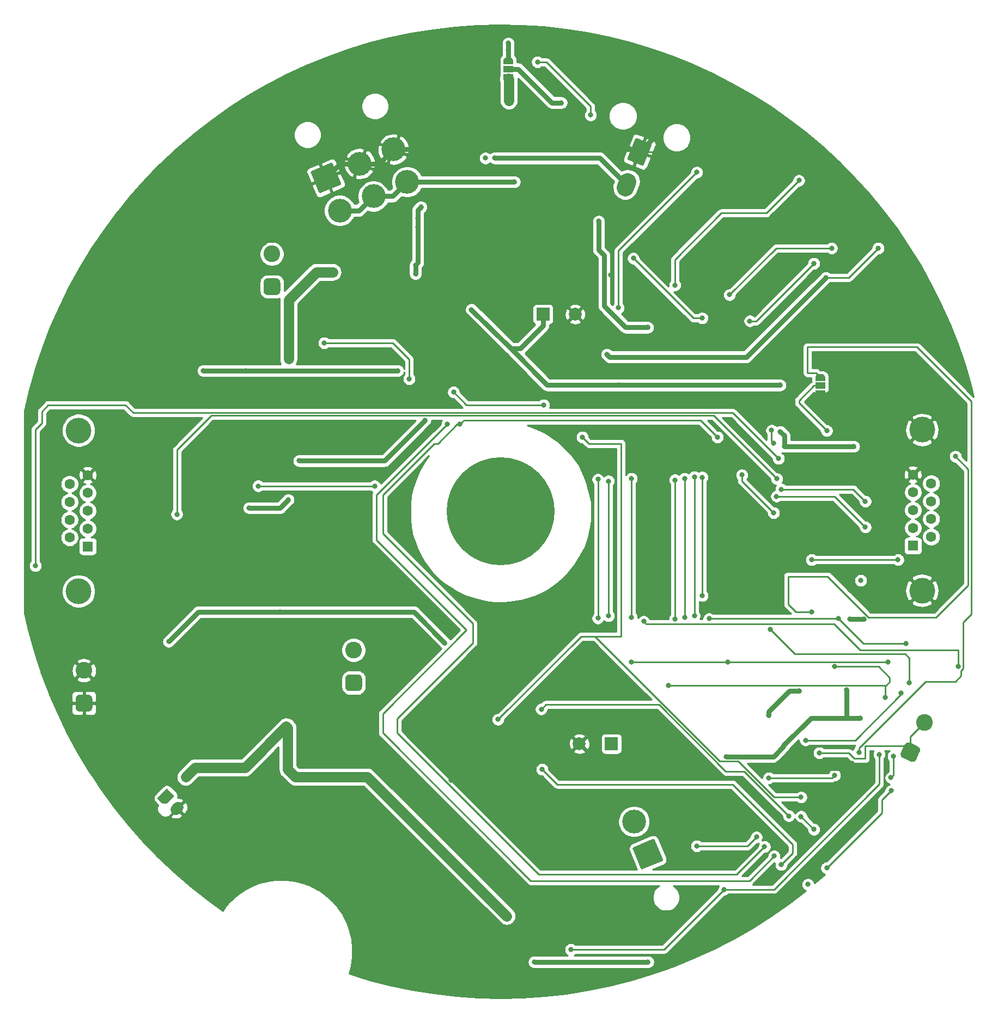
<source format=gbr>
G04 #@! TF.GenerationSoftware,KiCad,Pcbnew,5.1.5-52549c5~84~ubuntu18.04.1*
G04 #@! TF.CreationDate,2020-02-05T15:24:46-05:00*
G04 #@! TF.ProjectId,datapod,64617461-706f-4642-9e6b-696361645f70,1*
G04 #@! TF.SameCoordinates,Original*
G04 #@! TF.FileFunction,Copper,L2,Bot*
G04 #@! TF.FilePolarity,Positive*
%FSLAX46Y46*%
G04 Gerber Fmt 4.6, Leading zero omitted, Abs format (unit mm)*
G04 Created by KiCad (PCBNEW 5.1.5-52549c5~84~ubuntu18.04.1) date 2020-02-05 15:24:46*
%MOMM*%
%LPD*%
G04 APERTURE LIST*
%ADD10R,1.600000X1.600000*%
%ADD11C,1.600000*%
%ADD12C,4.000000*%
%ADD13C,0.100000*%
%ADD14C,3.700000*%
%ADD15C,2.700000*%
%ADD16C,1.100000*%
%ADD17C,16.799999*%
%ADD18C,2.600000*%
%ADD19R,1.500000X1.000000*%
%ADD20C,1.700000*%
%ADD21C,2.000000*%
%ADD22R,2.000000X2.000000*%
%ADD23C,0.800000*%
%ADD24C,0.800000*%
%ADD25C,0.250000*%
%ADD26C,1.600000*%
%ADD27C,0.254000*%
G04 APERTURE END LIST*
D10*
X36148554Y-102000000D03*
D11*
X36148554Y-99230000D03*
X36148554Y-96460000D03*
X36148554Y-93690000D03*
X36148554Y-90920000D03*
X33308554Y-100615000D03*
X33308554Y-97845000D03*
X33308554Y-95075000D03*
X33308554Y-92305000D03*
D12*
X34728554Y-83960000D03*
X34728554Y-108960000D03*
G04 #@! TA.AperFunction,ComponentPad*
D13*
G36*
X74021969Y-42357022D02*
G01*
X74046268Y-42360410D01*
X74070118Y-42366164D01*
X74093289Y-42374227D01*
X74115558Y-42384523D01*
X74136711Y-42396952D01*
X74156543Y-42411394D01*
X74174865Y-42427711D01*
X74191499Y-42445745D01*
X74206285Y-42465322D01*
X74219081Y-42486255D01*
X74229764Y-42508341D01*
X75480103Y-45453954D01*
X75488570Y-45476981D01*
X75494738Y-45500726D01*
X75498550Y-45524962D01*
X75499967Y-45549455D01*
X75498978Y-45573969D01*
X75495590Y-45598268D01*
X75489836Y-45622118D01*
X75481773Y-45645289D01*
X75471477Y-45667558D01*
X75459048Y-45688711D01*
X75444606Y-45708543D01*
X75428289Y-45726865D01*
X75410255Y-45743499D01*
X75390678Y-45758285D01*
X75369745Y-45771081D01*
X75347659Y-45781764D01*
X72402046Y-47032103D01*
X72379019Y-47040570D01*
X72355274Y-47046738D01*
X72331038Y-47050550D01*
X72306545Y-47051967D01*
X72282031Y-47050978D01*
X72257732Y-47047590D01*
X72233882Y-47041836D01*
X72210711Y-47033773D01*
X72188442Y-47023477D01*
X72167289Y-47011048D01*
X72147457Y-46996606D01*
X72129135Y-46980289D01*
X72112501Y-46962255D01*
X72097715Y-46942678D01*
X72084919Y-46921745D01*
X72074236Y-46899659D01*
X70823897Y-43954046D01*
X70815430Y-43931019D01*
X70809262Y-43907274D01*
X70805450Y-43883038D01*
X70804033Y-43858545D01*
X70805022Y-43834031D01*
X70808410Y-43809732D01*
X70814164Y-43785882D01*
X70822227Y-43762711D01*
X70832523Y-43740442D01*
X70844952Y-43719289D01*
X70859394Y-43699457D01*
X70875711Y-43681135D01*
X70893745Y-43664501D01*
X70913322Y-43649715D01*
X70934255Y-43636919D01*
X70956341Y-43626236D01*
X73901954Y-42375897D01*
X73924981Y-42367430D01*
X73948726Y-42361262D01*
X73972962Y-42357450D01*
X73997455Y-42356033D01*
X74021969Y-42357022D01*
G37*
G04 #@! TD.AperFunction*
D14*
X78398878Y-42476833D03*
X83645755Y-40249665D03*
X75301021Y-49766777D03*
X80547899Y-47539609D03*
X85794777Y-45312442D03*
G04 #@! TA.AperFunction,ComponentPad*
D13*
G36*
X121521801Y-38495438D02*
G01*
X121546100Y-38498826D01*
X121569950Y-38504580D01*
X121593121Y-38512643D01*
X123632923Y-39336777D01*
X123655192Y-39347073D01*
X123676345Y-39359502D01*
X123696178Y-39373944D01*
X123714499Y-39390261D01*
X123731133Y-39408295D01*
X123745919Y-39427872D01*
X123758715Y-39448805D01*
X123769398Y-39470891D01*
X123777865Y-39493918D01*
X123784033Y-39517663D01*
X123787845Y-39541899D01*
X123789262Y-39566392D01*
X123788273Y-39590906D01*
X123784885Y-39615205D01*
X123779131Y-39639055D01*
X123771068Y-39662226D01*
X122572328Y-42629212D01*
X122562032Y-42651481D01*
X122549603Y-42672634D01*
X122535161Y-42692466D01*
X122518844Y-42710788D01*
X122500810Y-42727422D01*
X122481233Y-42742208D01*
X122460300Y-42755004D01*
X122438214Y-42765687D01*
X122415187Y-42774154D01*
X122391442Y-42780322D01*
X122367206Y-42784134D01*
X122342713Y-42785551D01*
X122318199Y-42784562D01*
X122293900Y-42781174D01*
X122270050Y-42775420D01*
X122246879Y-42767357D01*
X120207077Y-41943223D01*
X120184808Y-41932927D01*
X120163655Y-41920498D01*
X120143822Y-41906056D01*
X120125501Y-41889739D01*
X120108867Y-41871705D01*
X120094081Y-41852128D01*
X120081285Y-41831195D01*
X120070602Y-41809109D01*
X120062135Y-41786082D01*
X120055967Y-41762337D01*
X120052155Y-41738101D01*
X120050738Y-41713608D01*
X120051727Y-41689094D01*
X120055115Y-41664795D01*
X120060869Y-41640945D01*
X120068932Y-41617774D01*
X121267672Y-38650788D01*
X121277968Y-38628519D01*
X121290397Y-38607366D01*
X121304839Y-38587534D01*
X121321156Y-38569212D01*
X121339190Y-38552578D01*
X121358767Y-38537792D01*
X121379700Y-38524996D01*
X121401786Y-38514313D01*
X121424813Y-38505846D01*
X121448558Y-38499678D01*
X121472794Y-38495866D01*
X121497287Y-38494449D01*
X121521801Y-38495438D01*
G37*
G04 #@! TD.AperFunction*
D15*
X120046967Y-45275919D02*
X119672361Y-46203103D01*
G04 #@! TA.AperFunction,ComponentPad*
D13*
G36*
X124059969Y-147513022D02*
G01*
X124084268Y-147516410D01*
X124108118Y-147522164D01*
X124131289Y-147530227D01*
X124153558Y-147540523D01*
X124174711Y-147552952D01*
X124194543Y-147567394D01*
X124212865Y-147583711D01*
X124229499Y-147601745D01*
X124244285Y-147621322D01*
X124257081Y-147642255D01*
X124267764Y-147664341D01*
X125518103Y-150609954D01*
X125526570Y-150632981D01*
X125532738Y-150656726D01*
X125536550Y-150680962D01*
X125537967Y-150705455D01*
X125536978Y-150729969D01*
X125533590Y-150754268D01*
X125527836Y-150778118D01*
X125519773Y-150801289D01*
X125509477Y-150823558D01*
X125497048Y-150844711D01*
X125482606Y-150864543D01*
X125466289Y-150882865D01*
X125448255Y-150899499D01*
X125428678Y-150914285D01*
X125407745Y-150927081D01*
X125385659Y-150937764D01*
X122440046Y-152188103D01*
X122417019Y-152196570D01*
X122393274Y-152202738D01*
X122369038Y-152206550D01*
X122344545Y-152207967D01*
X122320031Y-152206978D01*
X122295732Y-152203590D01*
X122271882Y-152197836D01*
X122248711Y-152189773D01*
X122226442Y-152179477D01*
X122205289Y-152167048D01*
X122185457Y-152152606D01*
X122167135Y-152136289D01*
X122150501Y-152118255D01*
X122135715Y-152098678D01*
X122122919Y-152077745D01*
X122112236Y-152055659D01*
X120861897Y-149110046D01*
X120853430Y-149087019D01*
X120847262Y-149063274D01*
X120843450Y-149039038D01*
X120842033Y-149014545D01*
X120843022Y-148990031D01*
X120846410Y-148965732D01*
X120852164Y-148941882D01*
X120860227Y-148918711D01*
X120870523Y-148896442D01*
X120882952Y-148875289D01*
X120897394Y-148855457D01*
X120913711Y-148837135D01*
X120931745Y-148820501D01*
X120951322Y-148805715D01*
X120972255Y-148792919D01*
X120994341Y-148782236D01*
X123939954Y-147531897D01*
X123962981Y-147523430D01*
X123986726Y-147517262D01*
X124010962Y-147513450D01*
X124035455Y-147512033D01*
X124059969Y-147513022D01*
G37*
G04 #@! TD.AperFunction*
D14*
X121040979Y-144797223D03*
D16*
X104784773Y-92065227D03*
X100330000Y-90220000D03*
X95875227Y-92065227D03*
X94030000Y-96520000D03*
X95875227Y-100974773D03*
X100330000Y-102820000D03*
X104784773Y-100974773D03*
X106630000Y-96520000D03*
D17*
X100330000Y-96520000D03*
G04 #@! TA.AperFunction,ComponentPad*
D13*
G36*
X65483711Y-60298130D02*
G01*
X65546809Y-60307490D01*
X65608685Y-60322989D01*
X65668744Y-60344478D01*
X65726408Y-60371751D01*
X65781121Y-60404545D01*
X65832356Y-60442543D01*
X65879619Y-60485381D01*
X65922457Y-60532644D01*
X65960455Y-60583879D01*
X65993249Y-60638592D01*
X66020522Y-60696256D01*
X66042011Y-60756315D01*
X66057510Y-60818191D01*
X66066870Y-60881289D01*
X66070000Y-60945000D01*
X66070000Y-62245000D01*
X66066870Y-62308711D01*
X66057510Y-62371809D01*
X66042011Y-62433685D01*
X66020522Y-62493744D01*
X65993249Y-62551408D01*
X65960455Y-62606121D01*
X65922457Y-62657356D01*
X65879619Y-62704619D01*
X65832356Y-62747457D01*
X65781121Y-62785455D01*
X65726408Y-62818249D01*
X65668744Y-62845522D01*
X65608685Y-62867011D01*
X65546809Y-62882510D01*
X65483711Y-62891870D01*
X65420000Y-62895000D01*
X64120000Y-62895000D01*
X64056289Y-62891870D01*
X63993191Y-62882510D01*
X63931315Y-62867011D01*
X63871256Y-62845522D01*
X63813592Y-62818249D01*
X63758879Y-62785455D01*
X63707644Y-62747457D01*
X63660381Y-62704619D01*
X63617543Y-62657356D01*
X63579545Y-62606121D01*
X63546751Y-62551408D01*
X63519478Y-62493744D01*
X63497989Y-62433685D01*
X63482490Y-62371809D01*
X63473130Y-62308711D01*
X63470000Y-62245000D01*
X63470000Y-60945000D01*
X63473130Y-60881289D01*
X63482490Y-60818191D01*
X63497989Y-60756315D01*
X63519478Y-60696256D01*
X63546751Y-60638592D01*
X63579545Y-60583879D01*
X63617543Y-60532644D01*
X63660381Y-60485381D01*
X63707644Y-60442543D01*
X63758879Y-60404545D01*
X63813592Y-60371751D01*
X63871256Y-60344478D01*
X63931315Y-60322989D01*
X63993191Y-60307490D01*
X64056289Y-60298130D01*
X64120000Y-60295000D01*
X65420000Y-60295000D01*
X65483711Y-60298130D01*
G37*
G04 #@! TD.AperFunction*
D18*
X64770000Y-56515000D03*
X35560000Y-121285000D03*
G04 #@! TA.AperFunction,ComponentPad*
D13*
G36*
X36273711Y-125068130D02*
G01*
X36336809Y-125077490D01*
X36398685Y-125092989D01*
X36458744Y-125114478D01*
X36516408Y-125141751D01*
X36571121Y-125174545D01*
X36622356Y-125212543D01*
X36669619Y-125255381D01*
X36712457Y-125302644D01*
X36750455Y-125353879D01*
X36783249Y-125408592D01*
X36810522Y-125466256D01*
X36832011Y-125526315D01*
X36847510Y-125588191D01*
X36856870Y-125651289D01*
X36860000Y-125715000D01*
X36860000Y-127015000D01*
X36856870Y-127078711D01*
X36847510Y-127141809D01*
X36832011Y-127203685D01*
X36810522Y-127263744D01*
X36783249Y-127321408D01*
X36750455Y-127376121D01*
X36712457Y-127427356D01*
X36669619Y-127474619D01*
X36622356Y-127517457D01*
X36571121Y-127555455D01*
X36516408Y-127588249D01*
X36458744Y-127615522D01*
X36398685Y-127637011D01*
X36336809Y-127652510D01*
X36273711Y-127661870D01*
X36210000Y-127665000D01*
X34910000Y-127665000D01*
X34846289Y-127661870D01*
X34783191Y-127652510D01*
X34721315Y-127637011D01*
X34661256Y-127615522D01*
X34603592Y-127588249D01*
X34548879Y-127555455D01*
X34497644Y-127517457D01*
X34450381Y-127474619D01*
X34407543Y-127427356D01*
X34369545Y-127376121D01*
X34336751Y-127321408D01*
X34309478Y-127263744D01*
X34287989Y-127203685D01*
X34272490Y-127141809D01*
X34263130Y-127078711D01*
X34260000Y-127015000D01*
X34260000Y-125715000D01*
X34263130Y-125651289D01*
X34272490Y-125588191D01*
X34287989Y-125526315D01*
X34309478Y-125466256D01*
X34336751Y-125408592D01*
X34369545Y-125353879D01*
X34407543Y-125302644D01*
X34450381Y-125255381D01*
X34497644Y-125212543D01*
X34548879Y-125174545D01*
X34603592Y-125141751D01*
X34661256Y-125114478D01*
X34721315Y-125092989D01*
X34783191Y-125077490D01*
X34846289Y-125068130D01*
X34910000Y-125065000D01*
X36210000Y-125065000D01*
X36273711Y-125068130D01*
G37*
G04 #@! TD.AperFunction*
G04 #@! TA.AperFunction,ComponentPad*
G36*
X78183711Y-121893130D02*
G01*
X78246809Y-121902490D01*
X78308685Y-121917989D01*
X78368744Y-121939478D01*
X78426408Y-121966751D01*
X78481121Y-121999545D01*
X78532356Y-122037543D01*
X78579619Y-122080381D01*
X78622457Y-122127644D01*
X78660455Y-122178879D01*
X78693249Y-122233592D01*
X78720522Y-122291256D01*
X78742011Y-122351315D01*
X78757510Y-122413191D01*
X78766870Y-122476289D01*
X78770000Y-122540000D01*
X78770000Y-123840000D01*
X78766870Y-123903711D01*
X78757510Y-123966809D01*
X78742011Y-124028685D01*
X78720522Y-124088744D01*
X78693249Y-124146408D01*
X78660455Y-124201121D01*
X78622457Y-124252356D01*
X78579619Y-124299619D01*
X78532356Y-124342457D01*
X78481121Y-124380455D01*
X78426408Y-124413249D01*
X78368744Y-124440522D01*
X78308685Y-124462011D01*
X78246809Y-124477510D01*
X78183711Y-124486870D01*
X78120000Y-124490000D01*
X76820000Y-124490000D01*
X76756289Y-124486870D01*
X76693191Y-124477510D01*
X76631315Y-124462011D01*
X76571256Y-124440522D01*
X76513592Y-124413249D01*
X76458879Y-124380455D01*
X76407644Y-124342457D01*
X76360381Y-124299619D01*
X76317543Y-124252356D01*
X76279545Y-124201121D01*
X76246751Y-124146408D01*
X76219478Y-124088744D01*
X76197989Y-124028685D01*
X76182490Y-123966809D01*
X76173130Y-123903711D01*
X76170000Y-123840000D01*
X76170000Y-122540000D01*
X76173130Y-122476289D01*
X76182490Y-122413191D01*
X76197989Y-122351315D01*
X76219478Y-122291256D01*
X76246751Y-122233592D01*
X76279545Y-122178879D01*
X76317543Y-122127644D01*
X76360381Y-122080381D01*
X76407644Y-122037543D01*
X76458879Y-121999545D01*
X76513592Y-121966751D01*
X76571256Y-121939478D01*
X76631315Y-121917989D01*
X76693191Y-121902490D01*
X76756289Y-121893130D01*
X76820000Y-121890000D01*
X78120000Y-121890000D01*
X78183711Y-121893130D01*
G37*
G04 #@! TD.AperFunction*
D18*
X77470000Y-118110000D03*
G04 #@! TA.AperFunction,SMDPad,CuDef*
D13*
G36*
X150750000Y-77750000D02*
G01*
X150750000Y-78300000D01*
X150749398Y-78300000D01*
X150749398Y-78324534D01*
X150744588Y-78373365D01*
X150735016Y-78421490D01*
X150720772Y-78468445D01*
X150701995Y-78513778D01*
X150678864Y-78557051D01*
X150651604Y-78597850D01*
X150620476Y-78635779D01*
X150585779Y-78670476D01*
X150547850Y-78701604D01*
X150507051Y-78728864D01*
X150463778Y-78751995D01*
X150418445Y-78770772D01*
X150371490Y-78785016D01*
X150323365Y-78794588D01*
X150274534Y-78799398D01*
X150250000Y-78799398D01*
X150250000Y-78800000D01*
X149750000Y-78800000D01*
X149750000Y-78799398D01*
X149725466Y-78799398D01*
X149676635Y-78794588D01*
X149628510Y-78785016D01*
X149581555Y-78770772D01*
X149536222Y-78751995D01*
X149492949Y-78728864D01*
X149452150Y-78701604D01*
X149414221Y-78670476D01*
X149379524Y-78635779D01*
X149348396Y-78597850D01*
X149321136Y-78557051D01*
X149298005Y-78513778D01*
X149279228Y-78468445D01*
X149264984Y-78421490D01*
X149255412Y-78373365D01*
X149250602Y-78324534D01*
X149250602Y-78300000D01*
X149250000Y-78300000D01*
X149250000Y-77750000D01*
X150750000Y-77750000D01*
G37*
G04 #@! TD.AperFunction*
G04 #@! TA.AperFunction,SMDPad,CuDef*
G36*
X149250602Y-75700000D02*
G01*
X149250602Y-75675466D01*
X149255412Y-75626635D01*
X149264984Y-75578510D01*
X149279228Y-75531555D01*
X149298005Y-75486222D01*
X149321136Y-75442949D01*
X149348396Y-75402150D01*
X149379524Y-75364221D01*
X149414221Y-75329524D01*
X149452150Y-75298396D01*
X149492949Y-75271136D01*
X149536222Y-75248005D01*
X149581555Y-75229228D01*
X149628510Y-75214984D01*
X149676635Y-75205412D01*
X149725466Y-75200602D01*
X149750000Y-75200602D01*
X149750000Y-75200000D01*
X150250000Y-75200000D01*
X150250000Y-75200602D01*
X150274534Y-75200602D01*
X150323365Y-75205412D01*
X150371490Y-75214984D01*
X150418445Y-75229228D01*
X150463778Y-75248005D01*
X150507051Y-75271136D01*
X150547850Y-75298396D01*
X150585779Y-75329524D01*
X150620476Y-75364221D01*
X150651604Y-75402150D01*
X150678864Y-75442949D01*
X150701995Y-75486222D01*
X150720772Y-75531555D01*
X150735016Y-75578510D01*
X150744588Y-75626635D01*
X150749398Y-75675466D01*
X150749398Y-75700000D01*
X150750000Y-75700000D01*
X150750000Y-76250000D01*
X149250000Y-76250000D01*
X149250000Y-75700000D01*
X149250602Y-75700000D01*
G37*
G04 #@! TD.AperFunction*
D19*
X150000000Y-77000000D03*
G04 #@! TA.AperFunction,ComponentPad*
D13*
G36*
X163777469Y-132492723D02*
G01*
X163840098Y-132504826D01*
X163901239Y-132523009D01*
X163960304Y-132547098D01*
X165138504Y-133096502D01*
X165194923Y-133126264D01*
X165248153Y-133161413D01*
X165297682Y-133201610D01*
X165343032Y-133246468D01*
X165383767Y-133295556D01*
X165419495Y-133348400D01*
X165449871Y-133404491D01*
X165474602Y-133463289D01*
X165493452Y-133524228D01*
X165506237Y-133586722D01*
X165512835Y-133650168D01*
X165513183Y-133713955D01*
X165507277Y-133777469D01*
X165495174Y-133840098D01*
X165476991Y-133901239D01*
X165452902Y-133960304D01*
X164903498Y-135138504D01*
X164873736Y-135194923D01*
X164838587Y-135248153D01*
X164798390Y-135297682D01*
X164753532Y-135343032D01*
X164704444Y-135383767D01*
X164651600Y-135419495D01*
X164595509Y-135449871D01*
X164536711Y-135474602D01*
X164475772Y-135493452D01*
X164413278Y-135506237D01*
X164349832Y-135512835D01*
X164286045Y-135513183D01*
X164222531Y-135507277D01*
X164159902Y-135495174D01*
X164098761Y-135476991D01*
X164039696Y-135452902D01*
X162861496Y-134903498D01*
X162805077Y-134873736D01*
X162751847Y-134838587D01*
X162702318Y-134798390D01*
X162656968Y-134753532D01*
X162616233Y-134704444D01*
X162580505Y-134651600D01*
X162550129Y-134595509D01*
X162525398Y-134536711D01*
X162506548Y-134475772D01*
X162493763Y-134413278D01*
X162487165Y-134349832D01*
X162486817Y-134286045D01*
X162492723Y-134222531D01*
X162504826Y-134159902D01*
X162523009Y-134098761D01*
X162547098Y-134039696D01*
X163096502Y-132861496D01*
X163126264Y-132805077D01*
X163161413Y-132751847D01*
X163201610Y-132702318D01*
X163246468Y-132656968D01*
X163295556Y-132616233D01*
X163348400Y-132580505D01*
X163404491Y-132550129D01*
X163463289Y-132525398D01*
X163524228Y-132506548D01*
X163586722Y-132493763D01*
X163650168Y-132487165D01*
X163713955Y-132486817D01*
X163777469Y-132492723D01*
G37*
G04 #@! TD.AperFunction*
D18*
X166146901Y-129395956D03*
D10*
X164393424Y-101895924D03*
D11*
X164393424Y-99125924D03*
X164393424Y-96355924D03*
X164393424Y-93585924D03*
X164393424Y-90815924D03*
X167233424Y-100510924D03*
X167233424Y-97740924D03*
X167233424Y-94970924D03*
X167233424Y-92200924D03*
D12*
X165813424Y-108855924D03*
X165813424Y-83855924D03*
G04 #@! TA.AperFunction,ComponentPad*
D13*
G36*
X48297885Y-139736828D02*
G01*
X48341106Y-139713725D01*
X48388005Y-139699499D01*
X48436777Y-139694695D01*
X48485549Y-139699499D01*
X48532448Y-139713725D01*
X48575669Y-139736828D01*
X48613553Y-139767918D01*
X49462082Y-140616447D01*
X49493172Y-140654331D01*
X49516275Y-140697552D01*
X49530501Y-140744451D01*
X49535305Y-140793223D01*
X49530501Y-140841995D01*
X49516275Y-140888894D01*
X49493172Y-140932115D01*
X49462082Y-140970000D01*
X48542843Y-141889239D01*
X48504958Y-141920330D01*
X48461737Y-141943432D01*
X48414838Y-141957658D01*
X48366066Y-141962463D01*
X47800381Y-141962463D01*
X47751609Y-141957658D01*
X47704710Y-141943432D01*
X47661489Y-141920330D01*
X47623604Y-141889239D01*
X47057918Y-141323553D01*
X47026828Y-141285669D01*
X47003725Y-141242448D01*
X46989499Y-141195549D01*
X46984695Y-141146777D01*
X46989499Y-141098005D01*
X47003725Y-141051106D01*
X47026828Y-141007885D01*
X47057918Y-140970000D01*
X48260000Y-139767918D01*
X48297885Y-139736828D01*
G37*
G04 #@! TD.AperFunction*
D20*
X49850990Y-142914544D02*
X50204544Y-142560990D01*
G04 #@! TA.AperFunction,SMDPad,CuDef*
D13*
G36*
X102250000Y-28500000D02*
G01*
X102250000Y-29050000D01*
X102249398Y-29050000D01*
X102249398Y-29074534D01*
X102244588Y-29123365D01*
X102235016Y-29171490D01*
X102220772Y-29218445D01*
X102201995Y-29263778D01*
X102178864Y-29307051D01*
X102151604Y-29347850D01*
X102120476Y-29385779D01*
X102085779Y-29420476D01*
X102047850Y-29451604D01*
X102007051Y-29478864D01*
X101963778Y-29501995D01*
X101918445Y-29520772D01*
X101871490Y-29535016D01*
X101823365Y-29544588D01*
X101774534Y-29549398D01*
X101750000Y-29549398D01*
X101750000Y-29550000D01*
X101250000Y-29550000D01*
X101250000Y-29549398D01*
X101225466Y-29549398D01*
X101176635Y-29544588D01*
X101128510Y-29535016D01*
X101081555Y-29520772D01*
X101036222Y-29501995D01*
X100992949Y-29478864D01*
X100952150Y-29451604D01*
X100914221Y-29420476D01*
X100879524Y-29385779D01*
X100848396Y-29347850D01*
X100821136Y-29307051D01*
X100798005Y-29263778D01*
X100779228Y-29218445D01*
X100764984Y-29171490D01*
X100755412Y-29123365D01*
X100750602Y-29074534D01*
X100750602Y-29050000D01*
X100750000Y-29050000D01*
X100750000Y-28500000D01*
X102250000Y-28500000D01*
G37*
G04 #@! TD.AperFunction*
G04 #@! TA.AperFunction,SMDPad,CuDef*
G36*
X100750602Y-26450000D02*
G01*
X100750602Y-26425466D01*
X100755412Y-26376635D01*
X100764984Y-26328510D01*
X100779228Y-26281555D01*
X100798005Y-26236222D01*
X100821136Y-26192949D01*
X100848396Y-26152150D01*
X100879524Y-26114221D01*
X100914221Y-26079524D01*
X100952150Y-26048396D01*
X100992949Y-26021136D01*
X101036222Y-25998005D01*
X101081555Y-25979228D01*
X101128510Y-25964984D01*
X101176635Y-25955412D01*
X101225466Y-25950602D01*
X101250000Y-25950602D01*
X101250000Y-25950000D01*
X101750000Y-25950000D01*
X101750000Y-25950602D01*
X101774534Y-25950602D01*
X101823365Y-25955412D01*
X101871490Y-25964984D01*
X101918445Y-25979228D01*
X101963778Y-25998005D01*
X102007051Y-26021136D01*
X102047850Y-26048396D01*
X102085779Y-26079524D01*
X102120476Y-26114221D01*
X102151604Y-26152150D01*
X102178864Y-26192949D01*
X102201995Y-26236222D01*
X102220772Y-26281555D01*
X102235016Y-26328510D01*
X102244588Y-26376635D01*
X102249398Y-26425466D01*
X102249398Y-26450000D01*
X102250000Y-26450000D01*
X102250000Y-27000000D01*
X100750000Y-27000000D01*
X100750000Y-26450000D01*
X100750602Y-26450000D01*
G37*
G04 #@! TD.AperFunction*
D19*
X101500000Y-27750000D03*
D21*
X112545298Y-132694692D03*
D22*
X117545298Y-132694692D03*
X106895724Y-65897364D03*
D21*
X111895724Y-65897364D03*
D23*
X141931846Y-128270000D03*
X146685000Y-124460000D03*
X154950000Y-135718000D03*
X60960000Y-43434000D03*
X36830000Y-75946000D03*
X134620000Y-45212000D03*
X134620000Y-41148000D03*
X134620000Y-43180000D03*
X152400000Y-46990000D03*
X63246000Y-109474000D03*
X67818000Y-97282000D03*
X75438000Y-101092000D03*
X75692000Y-97282000D03*
X52070000Y-106680000D03*
X52705000Y-109220000D03*
X60960000Y-109220000D03*
X71081000Y-142914000D03*
X60379400Y-133295600D03*
X137904000Y-145306000D03*
X140915500Y-136470500D03*
X72825400Y-54174600D03*
X47277850Y-79087150D03*
X152866400Y-79206400D03*
X105612471Y-57987471D03*
X52124461Y-125040539D03*
X91722969Y-144497031D03*
X92607384Y-138327384D03*
X92000000Y-156750000D03*
X85387500Y-155277500D03*
X53340000Y-107950000D03*
X56515000Y-99060000D03*
X56515000Y-100330000D03*
X57150000Y-121285000D03*
X59055000Y-121285000D03*
X60325000Y-121285000D03*
X62230000Y-121285000D03*
X63246000Y-44704000D03*
X65786000Y-44704000D03*
X134125000Y-59000000D03*
X52095050Y-144804950D03*
X53495050Y-146204950D03*
X56836237Y-146536237D03*
X58536156Y-144836156D03*
X143000000Y-107000000D03*
X140000000Y-107000000D03*
X137000000Y-107000000D03*
X134000000Y-107000000D03*
X117395354Y-59747654D03*
X142751000Y-96771600D03*
X137808000Y-90881000D03*
X60706000Y-74676000D03*
X143773000Y-84151900D03*
X144408000Y-86460100D03*
X87085500Y-58246300D03*
X87461400Y-52290300D03*
X123215000Y-166614000D03*
X105540000Y-166614000D03*
X155204000Y-86460100D03*
X135366000Y-134683000D03*
X144282000Y-133104000D03*
X156187000Y-128678000D03*
X156789000Y-113318000D03*
X154630000Y-113318000D03*
X154111000Y-124309000D03*
X95780700Y-65159700D03*
X143773000Y-76919400D03*
X84328000Y-74676000D03*
X54102000Y-74676000D03*
X118660600Y-76919400D03*
X117074460Y-91840540D03*
X117074460Y-112795540D03*
X87461400Y-50968600D03*
X87947500Y-49212500D03*
X87085500Y-59599500D03*
X156300000Y-107300000D03*
X101500000Y-23750000D03*
X101500000Y-24794948D03*
X142429000Y-83947500D03*
X142747000Y-85959900D03*
X122555000Y-113665000D03*
X171450000Y-120650000D03*
X160969474Y-137969474D03*
X161350000Y-134650000D03*
X159004000Y-55626000D03*
X68973000Y-88679100D03*
X88571000Y-82391100D03*
X48726600Y-116794000D03*
X66040000Y-112198000D03*
X91631100Y-116978000D03*
X150876000Y-60198000D03*
X67310000Y-94742000D03*
X61214000Y-96012000D03*
X116840000Y-72136000D03*
X86106000Y-75946000D03*
X72898000Y-70358000D03*
X115570000Y-51435000D03*
X123190000Y-67945000D03*
X97946000Y-41609300D03*
X99360700Y-41609300D03*
X102470000Y-45312400D03*
X143510000Y-88318600D03*
X28000000Y-105000000D03*
X143223000Y-91475000D03*
X50000000Y-97000000D03*
X143199000Y-94210000D03*
X157000000Y-99000000D03*
X143925000Y-93120200D03*
X157000000Y-95000000D03*
X148655000Y-112198000D03*
X171000000Y-88000000D03*
X148655000Y-104072000D03*
X162072000Y-104072000D03*
X101250000Y-159500000D03*
X74198600Y-59338100D03*
X68973000Y-137859000D03*
X51365150Y-137865150D03*
X101600000Y-32690000D03*
X72911900Y-59338100D03*
X67351100Y-64898900D03*
X67351100Y-72851100D03*
X67000000Y-130000000D03*
X67000000Y-131750000D03*
X67000000Y-134250000D03*
X67399157Y-136850843D03*
X51965042Y-137265042D03*
X52814958Y-136414958D03*
X62643800Y-92599000D03*
X80731800Y-92599000D03*
X106045000Y-26670000D03*
X114300000Y-34925000D03*
X111217000Y-164686000D03*
X135070000Y-155329000D03*
X159142000Y-134340000D03*
X148082000Y-154559000D03*
X140081000Y-147193000D03*
X130810000Y-148590000D03*
X162555000Y-124768000D03*
X147704000Y-132137000D03*
X147000000Y-144000000D03*
X149000000Y-146000000D03*
X120943000Y-57183500D03*
X131635000Y-66492400D03*
X142240000Y-114935000D03*
X163830000Y-123190000D03*
X131635000Y-91250000D03*
X131635000Y-109665000D03*
X135606000Y-119958000D03*
X120650000Y-119958000D03*
X160504000Y-119958000D03*
X120650000Y-91440000D03*
X120650000Y-113030000D03*
X132703000Y-113241000D03*
X152812000Y-113241000D03*
X163284000Y-117110000D03*
X126405000Y-123584000D03*
X152254000Y-120683000D03*
X160125000Y-125469000D03*
X127411000Y-61353700D03*
X146685000Y-45085000D03*
X127411000Y-91664000D03*
X127411000Y-113254000D03*
X128904000Y-91441000D03*
X128904000Y-113031000D03*
X118618000Y-64897000D03*
X130810000Y-43815000D03*
X115443000Y-91567000D03*
X115443000Y-113157000D03*
X106629000Y-127314000D03*
X145101000Y-143899000D03*
X106766000Y-136666000D03*
X143910000Y-151490000D03*
X142000000Y-138000000D03*
X152230000Y-137580000D03*
X135890000Y-62865000D03*
X151765000Y-55626000D03*
X130423000Y-91192000D03*
X130423000Y-112782000D03*
X139050000Y-66950000D03*
X149000000Y-58000000D03*
X151000000Y-84000000D03*
X142820000Y-150160000D03*
X92000000Y-83000000D03*
X151000000Y-152000000D03*
X161000000Y-140000000D03*
X141320000Y-148690000D03*
X94000000Y-83000000D03*
X134000000Y-85000000D03*
X99905000Y-128905000D03*
X113000000Y-85000000D03*
X107000000Y-80000000D03*
X93000000Y-78000000D03*
X147000000Y-141000000D03*
X149840000Y-134110000D03*
X156000000Y-134000000D03*
X109750000Y-33000000D03*
D24*
X141931846Y-127704315D02*
X145176161Y-124460000D01*
X141931846Y-128270000D02*
X141931846Y-127704315D01*
X145176161Y-124460000D02*
X146685000Y-124460000D01*
D25*
X134620000Y-43180000D02*
X134620000Y-45212000D01*
X134620000Y-41148000D02*
X134620000Y-43180000D01*
D24*
X75692000Y-97282000D02*
X67818000Y-97282000D01*
X63246000Y-109474000D02*
X67056000Y-109474000D01*
X67056000Y-109474000D02*
X75438000Y-101092000D01*
X152400000Y-46990000D02*
X152400000Y-46424300D01*
X152400000Y-46424300D02*
X139250000Y-33274000D01*
X139250000Y-33274000D02*
X128778000Y-33274000D01*
X128778000Y-33274000D02*
X128778000Y-33782000D01*
X128778000Y-33782000D02*
X121920000Y-40640000D01*
D25*
X121920000Y-40640000D02*
X134112000Y-40640000D01*
X134112000Y-40640000D02*
X134620000Y-41148000D01*
D24*
X60960000Y-43434000D02*
X60394300Y-43434000D01*
X60394300Y-43434000D02*
X36830000Y-66998300D01*
X36830000Y-66998300D02*
X36830000Y-75946000D01*
X78398900Y-42476800D02*
X75379200Y-42476800D01*
X75379200Y-42476800D02*
X73152000Y-44704000D01*
X78398900Y-42476800D02*
X81418700Y-42476800D01*
X81418700Y-42476800D02*
X83645800Y-40249700D01*
X83645800Y-40249700D02*
X121530000Y-40249700D01*
X121530000Y-40249700D02*
X121920000Y-40640000D01*
X154197500Y-136470500D02*
X140915500Y-136470500D01*
X154950000Y-135718000D02*
X154197500Y-136470500D01*
D25*
X152866400Y-78566400D02*
X152866400Y-79206400D01*
X152600000Y-78300000D02*
X150000000Y-78300000D01*
X152866400Y-78566400D02*
X152600000Y-78300000D01*
X137808000Y-90881000D02*
X137808000Y-91828400D01*
X137808000Y-91828400D02*
X142751000Y-96771600D01*
D24*
X60706000Y-74676000D02*
X54102000Y-74676000D01*
X84328000Y-74676000D02*
X60706000Y-74676000D01*
X144408000Y-86460100D02*
X144408000Y-84787300D01*
X144408000Y-84787300D02*
X143773000Y-84151900D01*
X87461400Y-52290300D02*
X87461400Y-57870400D01*
X87461400Y-57870400D02*
X87085500Y-58246300D01*
X105540000Y-166614000D02*
X123215000Y-166614000D01*
X144282000Y-133104000D02*
X142703000Y-134683000D01*
X142703000Y-134683000D02*
X135366000Y-134683000D01*
X144408000Y-86460100D02*
X155204000Y-86460100D01*
X154111000Y-124309000D02*
X154111000Y-128678000D01*
X156187000Y-128678000D02*
X154111000Y-128678000D01*
X156789000Y-113318000D02*
X154630000Y-113318000D01*
X107540000Y-76919400D02*
X118660600Y-76919400D01*
X154111000Y-128678000D02*
X148578000Y-128678000D01*
X148578000Y-128678000D02*
X144282000Y-132973000D01*
X144282000Y-132973000D02*
X144282000Y-133104000D01*
X118660600Y-76919400D02*
X143773000Y-76919400D01*
D25*
X117074460Y-91840540D02*
X117074460Y-112795540D01*
D24*
X87461400Y-52290300D02*
X87461400Y-50968600D01*
X87461400Y-49698600D02*
X87947500Y-49212500D01*
X87461400Y-50968600D02*
X87461400Y-49698600D01*
X87085500Y-58246300D02*
X87085500Y-59599500D01*
X101500000Y-23750000D02*
X101500000Y-24794948D01*
X101500000Y-24794948D02*
X101500000Y-26450000D01*
X103345938Y-71247150D02*
X101945922Y-71247150D01*
X106895724Y-67697364D02*
X103345938Y-71247150D01*
X106895724Y-65897364D02*
X106895724Y-67697364D01*
X95780700Y-65159700D02*
X101945922Y-71247150D01*
X101945922Y-71247150D02*
X107540000Y-76919400D01*
D25*
X142429000Y-83947500D02*
X142429000Y-85642200D01*
X142429000Y-85642200D02*
X142747000Y-85959900D01*
X122954999Y-114064999D02*
X152164999Y-114064999D01*
X122555000Y-113665000D02*
X122954999Y-114064999D01*
X152164999Y-114064999D02*
X156210000Y-118110000D01*
X156210000Y-118110000D02*
X171450000Y-118110000D01*
X171450000Y-118110000D02*
X171450000Y-120650000D01*
X161350000Y-134650000D02*
X161350000Y-137589000D01*
X160969526Y-137969474D02*
X161350000Y-137589000D01*
X160969474Y-137969474D02*
X160969526Y-137969474D01*
D24*
X116840000Y-72136000D02*
X117240000Y-72536000D01*
X117240000Y-72536000D02*
X138538000Y-72536000D01*
X138538000Y-72536000D02*
X150876000Y-60198000D01*
X61214000Y-96012000D02*
X66040000Y-96012000D01*
X66040000Y-96012000D02*
X67310000Y-94742000D01*
D25*
X150876000Y-60198000D02*
X154432000Y-60198000D01*
X154432000Y-60198000D02*
X159004000Y-55626000D01*
D24*
X68973000Y-88679100D02*
X82283000Y-88679100D01*
X82283000Y-88679100D02*
X88571000Y-82391100D01*
X48726600Y-116794000D02*
X53321800Y-112198000D01*
X53321800Y-112198000D02*
X66040000Y-112198000D01*
X66040000Y-112198000D02*
X86851500Y-112198000D01*
X86851500Y-112198000D02*
X91631100Y-116978000D01*
D25*
X72898000Y-70358000D02*
X83566000Y-70358000D01*
X83566000Y-70358000D02*
X86106000Y-72898000D01*
X86106000Y-72898000D02*
X86106000Y-75946000D01*
D24*
X115570000Y-55880000D02*
X116395344Y-56705344D01*
X119742928Y-67945000D02*
X123190000Y-67945000D01*
X116395344Y-64597416D02*
X119742928Y-67945000D01*
X116395344Y-56705344D02*
X116395344Y-64597416D01*
X115570000Y-51435000D02*
X115570000Y-55880000D01*
D25*
X119860000Y-45739500D02*
X119859700Y-45739400D01*
X119859700Y-45739500D02*
X119859700Y-45739400D01*
D24*
X115729453Y-41609300D02*
X119859664Y-45739511D01*
X99360700Y-41609300D02*
X115729453Y-41609300D01*
X78320731Y-49766777D02*
X80547899Y-47539609D01*
X75301021Y-49766777D02*
X78320731Y-49766777D01*
X83567610Y-47539609D02*
X85794777Y-45312442D01*
X80547899Y-47539609D02*
X83567610Y-47539609D01*
X102469958Y-45312442D02*
X102470000Y-45312400D01*
X85794777Y-45312442D02*
X102469958Y-45312442D01*
D25*
X143510000Y-88318600D02*
X136407000Y-81215500D01*
X136407000Y-81215500D02*
X43215500Y-81215500D01*
X43215500Y-81215500D02*
X42000000Y-80000000D01*
X42000000Y-80000000D02*
X30000000Y-80000000D01*
X30000000Y-80000000D02*
X29000000Y-81000000D01*
X29000000Y-82821002D02*
X28000000Y-83821002D01*
X29000000Y-81000000D02*
X29000000Y-82821002D01*
X28000000Y-83821002D02*
X28000000Y-105000000D01*
X143223000Y-91475000D02*
X133413000Y-81665800D01*
X88871310Y-81666092D02*
X55333908Y-81666092D01*
X133413000Y-81665800D02*
X88871018Y-81665800D01*
X88871018Y-81665800D02*
X88871310Y-81666092D01*
X55333908Y-81666092D02*
X50000000Y-87000000D01*
X50000000Y-87000000D02*
X50000000Y-97000000D01*
X143199000Y-94210000D02*
X152210000Y-94210000D01*
X152210000Y-94210000D02*
X157000000Y-99000000D01*
X143925000Y-93120200D02*
X155120200Y-93120200D01*
X155120200Y-93120200D02*
X157000000Y-95000000D01*
X148655000Y-112198000D02*
X146198000Y-112198000D01*
X146198000Y-112198000D02*
X145000000Y-111000000D01*
X145000000Y-111000000D02*
X145000000Y-106653998D01*
X151150316Y-106653998D02*
X157496318Y-113000000D01*
X145000000Y-106653998D02*
X151150316Y-106653998D01*
X157496318Y-113000000D02*
X168000000Y-113000000D01*
X168000000Y-113000000D02*
X173000000Y-108000000D01*
X173000000Y-108000000D02*
X173000000Y-90000000D01*
X173000000Y-90000000D02*
X171000000Y-88000000D01*
X162072000Y-104072000D02*
X148655000Y-104072000D01*
D24*
X51371400Y-137858800D02*
X51965042Y-137265042D01*
X51371300Y-137859000D02*
X51371400Y-137858800D01*
D25*
X51371300Y-137858700D02*
X51371400Y-137858800D01*
D24*
X74198500Y-59338100D02*
X74198600Y-59338100D01*
D26*
X101600000Y-29350001D02*
X101500000Y-29250001D01*
X101600000Y-32690000D02*
X101600000Y-29350001D01*
X71661900Y-59338100D02*
X72911900Y-59338100D01*
X67351100Y-63648900D02*
X71661900Y-59338100D01*
X72911900Y-59338100D02*
X74198600Y-59338100D01*
X67351100Y-65351100D02*
X67351100Y-65398900D01*
X67351100Y-65351100D02*
X67351100Y-64898900D01*
X67351100Y-70278200D02*
X67351100Y-65351100D01*
X67351100Y-64898900D02*
X67351100Y-63648900D01*
X67351100Y-64898900D02*
X67351100Y-72851100D01*
X79609000Y-137859000D02*
X68973000Y-137859000D01*
X101250000Y-159500000D02*
X79609000Y-137859000D01*
X67250000Y-136701685D02*
X67250000Y-130250000D01*
X67399157Y-136850843D02*
X67250000Y-136701685D01*
X68407314Y-137859000D02*
X67399157Y-136850843D01*
X68973000Y-137859000D02*
X68407314Y-137859000D01*
X60585042Y-136414958D02*
X56164958Y-136414958D01*
X67000000Y-130000000D02*
X60585042Y-136414958D01*
X56164958Y-136414958D02*
X52814958Y-136414958D01*
X52814958Y-136415342D02*
X51365150Y-137865150D01*
X52814958Y-136414958D02*
X52814958Y-136415342D01*
D25*
X80731800Y-92599000D02*
X62643800Y-92599000D01*
X106045000Y-26670000D02*
X107420000Y-26670000D01*
X114300000Y-33550000D02*
X114300000Y-34925000D01*
X107420000Y-26670000D02*
X114300000Y-33550000D01*
X111217000Y-164686000D02*
X125714000Y-164686000D01*
X125714000Y-164686000D02*
X135070000Y-155329000D01*
X135070000Y-155329000D02*
X142799000Y-155329000D01*
X142799000Y-155329000D02*
X159142000Y-138986000D01*
X159142000Y-138986000D02*
X159142000Y-134340000D01*
X147704000Y-132137000D02*
X155426000Y-132137000D01*
X155426000Y-132137000D02*
X162555000Y-125007000D01*
X162555000Y-125007000D02*
X162555000Y-124768000D01*
X138684000Y-148590000D02*
X140081000Y-147193000D01*
X130810000Y-148590000D02*
X138684000Y-148590000D01*
X147000000Y-144000000D02*
X149000000Y-146000000D01*
X120943000Y-57183500D02*
X130252000Y-66492400D01*
X130252000Y-66492400D02*
X131635000Y-66492400D01*
X142240000Y-114935000D02*
X146050000Y-118745000D01*
X146050000Y-118745000D02*
X163195000Y-118745000D01*
X163195000Y-118745000D02*
X163830000Y-119380000D01*
X163830000Y-119380000D02*
X163830000Y-123190000D01*
X131635000Y-91250000D02*
X131635000Y-109665000D01*
X120650000Y-119958000D02*
X135606000Y-119958000D01*
X135606000Y-119958000D02*
X160504000Y-119958000D01*
X120650000Y-91440000D02*
X120650000Y-113030000D01*
X152812000Y-113241000D02*
X132703000Y-113241000D01*
X152812000Y-113241000D02*
X156681000Y-117110000D01*
X156681000Y-117110000D02*
X163284000Y-117110000D01*
X160125000Y-123584000D02*
X160125000Y-125469000D01*
X126405000Y-123584000D02*
X160125000Y-123584000D01*
X160125000Y-123584000D02*
X160264000Y-123584000D01*
X160264000Y-123584000D02*
X160779000Y-123068000D01*
X160779000Y-123068000D02*
X160779000Y-122396000D01*
X160779000Y-122396000D02*
X159066000Y-120683000D01*
X159066000Y-120683000D02*
X152254000Y-120683000D01*
X127411000Y-61353700D02*
X127411000Y-57374000D01*
X127411000Y-57374000D02*
X134620000Y-50165000D01*
X134620000Y-50165000D02*
X141605000Y-50165000D01*
X141605000Y-50165000D02*
X146685000Y-45085000D01*
X127411000Y-91664000D02*
X127411000Y-113254000D01*
X128904000Y-113031000D02*
X128904000Y-91441000D01*
X115443000Y-91567000D02*
X115443000Y-113157000D01*
X130410001Y-44214999D02*
X130810000Y-43815000D01*
X118618000Y-56007000D02*
X130410001Y-44214999D01*
X118618000Y-64897000D02*
X118618000Y-56007000D01*
X107348064Y-126594936D02*
X106629000Y-127314000D01*
X124943936Y-126594936D02*
X107348064Y-126594936D01*
X135323000Y-136974000D02*
X124943936Y-126594936D01*
X145101000Y-143899000D02*
X138176000Y-136974000D01*
X138176000Y-136974000D02*
X135323000Y-136974000D01*
X145720000Y-149680000D02*
X143910000Y-151490000D01*
X145720000Y-148330000D02*
X145720000Y-149680000D01*
X136384440Y-138994440D02*
X145720000Y-148330000D01*
X106766000Y-136666000D02*
X109094440Y-138994440D01*
X109094440Y-138994440D02*
X136384440Y-138994440D01*
X151810000Y-138000000D02*
X152230000Y-137580000D01*
X142000000Y-138000000D02*
X151810000Y-138000000D01*
X143129000Y-55626000D02*
X135890000Y-62865000D01*
X151765000Y-55626000D02*
X143129000Y-55626000D01*
X130423000Y-91192000D02*
X130423000Y-112782000D01*
X139050000Y-66950000D02*
X140050000Y-66950000D01*
X140050000Y-66950000D02*
X149000000Y-58000000D01*
X151000000Y-84000000D02*
X146700000Y-79700000D01*
X149000000Y-77000000D02*
X150000000Y-77000000D01*
X146700000Y-79300000D02*
X149000000Y-77000000D01*
X146700000Y-79700000D02*
X146700000Y-79300000D01*
X139000000Y-154000000D02*
X105000000Y-154000000D01*
X105000000Y-154000000D02*
X82000000Y-131000000D01*
X82000000Y-131000000D02*
X82000000Y-128000000D01*
X82000000Y-128000000D02*
X95000000Y-115000000D01*
X95000000Y-115000000D02*
X81000000Y-101000000D01*
X81000000Y-101000000D02*
X81000000Y-94000000D01*
X81000000Y-94000000D02*
X92000000Y-83000000D01*
X159592010Y-143407990D02*
X159592010Y-141407990D01*
X151000000Y-152000000D02*
X159592010Y-143407990D01*
X159592010Y-141407990D02*
X161000000Y-140000000D01*
X139000000Y-153980000D02*
X142820000Y-150160000D01*
X139000000Y-154000000D02*
X139000000Y-153980000D01*
X94648010Y-82351990D02*
X131351990Y-82351990D01*
X94000000Y-83000000D02*
X94648010Y-82351990D01*
X131351990Y-82351990D02*
X134000000Y-85000000D01*
X137010000Y-153000000D02*
X141320000Y-148690000D01*
X106206998Y-153000000D02*
X137010000Y-153000000D01*
X84206998Y-131000000D02*
X106206998Y-153000000D01*
X84206998Y-128793002D02*
X84206998Y-131000000D01*
X96000000Y-117000000D02*
X84206998Y-128793002D01*
X96000000Y-114000000D02*
X96000000Y-117000000D01*
X93578364Y-83000000D02*
X90578364Y-86000000D01*
X94000000Y-83000000D02*
X93578364Y-83000000D01*
X90578364Y-86000000D02*
X90000000Y-86000000D01*
X82000000Y-100000000D02*
X96000000Y-114000000D01*
X90000000Y-86000000D02*
X82000000Y-94000000D01*
X82000000Y-94000000D02*
X82000000Y-100000000D01*
X99905000Y-128905000D02*
X112810000Y-116000000D01*
X112810000Y-116000000D02*
X115000000Y-116000000D01*
X119000000Y-116000000D02*
X119000000Y-86000000D01*
X119000000Y-86000000D02*
X114000000Y-86000000D01*
X114000000Y-86000000D02*
X113000000Y-85000000D01*
X107000000Y-80000000D02*
X95000000Y-80000000D01*
X95000000Y-80000000D02*
X93000000Y-78000000D01*
X116000000Y-117000000D02*
X115000000Y-116000000D01*
X116000000Y-117014590D02*
X116000000Y-117000000D01*
X115000000Y-116000000D02*
X119000000Y-116000000D01*
X147000000Y-141000000D02*
X142838410Y-141000000D01*
X142838410Y-141000000D02*
X137246420Y-135408010D01*
X137246420Y-135408010D02*
X134393420Y-135408010D01*
X134393420Y-135408010D02*
X116000000Y-117014590D01*
X164000000Y-131542857D02*
X164000000Y-134000000D01*
X166146901Y-129395956D02*
X164000000Y-131542857D01*
X163021767Y-133021767D02*
X164000000Y-134000000D01*
X156978233Y-133021767D02*
X163021767Y-133021767D01*
X157000000Y-135000000D02*
X156978233Y-133021767D01*
X150405685Y-134110000D02*
X149840000Y-134110000D01*
X154415002Y-134110000D02*
X150405685Y-134110000D01*
X155305002Y-135000000D02*
X154415002Y-134110000D01*
X157000000Y-135000000D02*
X155305002Y-135000000D01*
X148000000Y-71000000D02*
X148000000Y-75000000D01*
X165000000Y-71000000D02*
X148000000Y-71000000D01*
X173450009Y-112549991D02*
X173450009Y-79450009D01*
X172175001Y-113824999D02*
X173450009Y-112549991D01*
X173450009Y-79450009D02*
X165000000Y-71000000D01*
X172175001Y-120998001D02*
X172175001Y-113824999D01*
X156000000Y-133363590D02*
X166363590Y-123000000D01*
X166363590Y-123000000D02*
X171000000Y-123000000D01*
X171000000Y-123000000D02*
X171871944Y-122128056D01*
X171871944Y-122128056D02*
X171871944Y-121301058D01*
X171871944Y-121301058D02*
X172175001Y-120998001D01*
X156000000Y-134000000D02*
X156000000Y-133363590D01*
X149300000Y-75000000D02*
X150000000Y-75700000D01*
X148000000Y-75000000D02*
X149300000Y-75000000D01*
D24*
X103050000Y-27750000D02*
X108300000Y-33000000D01*
X101500000Y-27750000D02*
X103050000Y-27750000D01*
X108300000Y-33000000D02*
X109750000Y-33000000D01*
D27*
G36*
X103536043Y-20977596D02*
G01*
X106960026Y-21200807D01*
X110370344Y-21579109D01*
X113760000Y-22111725D01*
X117122019Y-22797561D01*
X120449469Y-23635202D01*
X123735470Y-24622918D01*
X126973292Y-25758682D01*
X130156269Y-27040158D01*
X133277834Y-28464703D01*
X136331577Y-30029391D01*
X139311175Y-31730983D01*
X142210523Y-33565991D01*
X145023639Y-35530630D01*
X147744745Y-37620862D01*
X150368229Y-39832379D01*
X152888679Y-42160617D01*
X155300945Y-44600820D01*
X157600008Y-47147909D01*
X159781184Y-49796700D01*
X161839941Y-52541687D01*
X163772062Y-55377246D01*
X165573564Y-58297528D01*
X167240737Y-61296523D01*
X168770151Y-64368061D01*
X170158665Y-67505836D01*
X171403399Y-70703338D01*
X172501808Y-73954027D01*
X173451630Y-77251205D01*
X173806169Y-78731367D01*
X165563804Y-70489003D01*
X165540001Y-70459999D01*
X165424276Y-70365026D01*
X165292247Y-70294454D01*
X165148986Y-70250997D01*
X165037333Y-70240000D01*
X165037322Y-70240000D01*
X165000000Y-70236324D01*
X164962678Y-70240000D01*
X148037333Y-70240000D01*
X148000000Y-70236323D01*
X147962667Y-70240000D01*
X147851014Y-70250997D01*
X147707753Y-70294454D01*
X147575724Y-70365026D01*
X147459999Y-70459999D01*
X147365026Y-70575724D01*
X147294454Y-70707753D01*
X147250997Y-70851014D01*
X147236323Y-71000000D01*
X147240000Y-71037333D01*
X147240001Y-74962657D01*
X147236323Y-75000000D01*
X147250997Y-75148986D01*
X147294454Y-75292247D01*
X147365026Y-75424276D01*
X147459999Y-75540001D01*
X147575724Y-75634974D01*
X147707753Y-75705546D01*
X147851014Y-75749003D01*
X147962667Y-75760000D01*
X148000000Y-75763677D01*
X148037333Y-75760000D01*
X148611928Y-75760000D01*
X148611928Y-76250000D01*
X148620880Y-76340890D01*
X148575724Y-76365026D01*
X148459999Y-76459999D01*
X148436201Y-76488997D01*
X146189001Y-78736198D01*
X146159999Y-78759999D01*
X146065026Y-78875724D01*
X145994454Y-79007753D01*
X145950997Y-79151014D01*
X145940000Y-79262667D01*
X145940000Y-79262678D01*
X145936324Y-79300000D01*
X145940000Y-79337322D01*
X145940000Y-79662678D01*
X145936324Y-79700000D01*
X145940000Y-79737322D01*
X145940000Y-79737332D01*
X145950997Y-79848985D01*
X145983262Y-79955349D01*
X145994454Y-79992246D01*
X146065026Y-80124276D01*
X146102513Y-80169954D01*
X146159999Y-80240001D01*
X146189003Y-80263804D01*
X149965000Y-84039802D01*
X149965000Y-84101939D01*
X150004774Y-84301898D01*
X150082795Y-84490256D01*
X150196063Y-84659774D01*
X150340226Y-84803937D01*
X150509744Y-84917205D01*
X150698102Y-84995226D01*
X150898061Y-85035000D01*
X151101939Y-85035000D01*
X151301898Y-84995226D01*
X151490256Y-84917205D01*
X151659774Y-84803937D01*
X151803937Y-84659774D01*
X151917205Y-84490256D01*
X151995226Y-84301898D01*
X152035000Y-84101939D01*
X152035000Y-83898061D01*
X152031208Y-83878995D01*
X163165776Y-83878995D01*
X163221151Y-84395083D01*
X163376145Y-84890450D01*
X163599166Y-85307696D01*
X163965925Y-85523818D01*
X165633819Y-83855924D01*
X165993029Y-83855924D01*
X167660923Y-85523818D01*
X168027682Y-85307696D01*
X168268362Y-84847819D01*
X168414699Y-84349826D01*
X168461072Y-83832853D01*
X168405697Y-83316765D01*
X168250703Y-82821398D01*
X168027682Y-82404152D01*
X167660923Y-82188030D01*
X165993029Y-83855924D01*
X165633819Y-83855924D01*
X163965925Y-82188030D01*
X163599166Y-82404152D01*
X163358486Y-82864029D01*
X163212149Y-83362022D01*
X163165776Y-83878995D01*
X152031208Y-83878995D01*
X151995226Y-83698102D01*
X151917205Y-83509744D01*
X151803937Y-83340226D01*
X151659774Y-83196063D01*
X151490256Y-83082795D01*
X151301898Y-83004774D01*
X151101939Y-82965000D01*
X151039802Y-82965000D01*
X150083227Y-82008425D01*
X164145530Y-82008425D01*
X165813424Y-83676319D01*
X167481318Y-82008425D01*
X167265196Y-81641666D01*
X166805319Y-81400986D01*
X166307326Y-81254649D01*
X165790353Y-81208276D01*
X165274265Y-81263651D01*
X164778898Y-81418645D01*
X164361652Y-81641666D01*
X164145530Y-82008425D01*
X150083227Y-82008425D01*
X147574801Y-79500000D01*
X148992448Y-78082354D01*
X149005820Y-78089502D01*
X149125518Y-78125812D01*
X149250000Y-78138072D01*
X150750000Y-78138072D01*
X150874482Y-78125812D01*
X150994180Y-78089502D01*
X151104494Y-78030537D01*
X151201185Y-77951185D01*
X151280537Y-77854494D01*
X151339502Y-77744180D01*
X151375812Y-77624482D01*
X151388072Y-77500000D01*
X151388072Y-76500000D01*
X151375812Y-76375518D01*
X151375655Y-76375000D01*
X151375812Y-76374482D01*
X151388072Y-76250000D01*
X151388072Y-75700000D01*
X151385664Y-75675550D01*
X151385664Y-75650991D01*
X151373404Y-75526510D01*
X151354282Y-75430377D01*
X151317973Y-75310681D01*
X151280464Y-75220125D01*
X151221498Y-75109808D01*
X151167042Y-75028309D01*
X151087690Y-74931618D01*
X151018382Y-74862310D01*
X150921691Y-74782958D01*
X150840192Y-74728502D01*
X150729875Y-74669536D01*
X150639319Y-74632027D01*
X150519623Y-74595718D01*
X150423490Y-74576596D01*
X150299009Y-74564336D01*
X150274450Y-74564336D01*
X150250000Y-74561928D01*
X149936729Y-74561928D01*
X149863803Y-74489002D01*
X149840001Y-74459999D01*
X149724276Y-74365026D01*
X149592247Y-74294454D01*
X149448986Y-74250997D01*
X149337333Y-74240000D01*
X149337322Y-74240000D01*
X149300000Y-74236324D01*
X149262678Y-74240000D01*
X148760000Y-74240000D01*
X148760000Y-71760000D01*
X164685199Y-71760000D01*
X172690010Y-79764812D01*
X172690010Y-88615208D01*
X172035000Y-87960199D01*
X172035000Y-87898061D01*
X171995226Y-87698102D01*
X171917205Y-87509744D01*
X171803937Y-87340226D01*
X171659774Y-87196063D01*
X171490256Y-87082795D01*
X171301898Y-87004774D01*
X171101939Y-86965000D01*
X170898061Y-86965000D01*
X170698102Y-87004774D01*
X170509744Y-87082795D01*
X170340226Y-87196063D01*
X170196063Y-87340226D01*
X170082795Y-87509744D01*
X170004774Y-87698102D01*
X169965000Y-87898061D01*
X169965000Y-88101939D01*
X170004774Y-88301898D01*
X170082795Y-88490256D01*
X170196063Y-88659774D01*
X170340226Y-88803937D01*
X170509744Y-88917205D01*
X170698102Y-88995226D01*
X170898061Y-89035000D01*
X170960199Y-89035000D01*
X172240001Y-90314803D01*
X172240000Y-107685198D01*
X167685199Y-112240000D01*
X157811120Y-112240000D01*
X156274543Y-110703423D01*
X164145530Y-110703423D01*
X164361652Y-111070182D01*
X164821529Y-111310862D01*
X165319522Y-111457199D01*
X165836495Y-111503572D01*
X166352583Y-111448197D01*
X166847950Y-111293203D01*
X167265196Y-111070182D01*
X167481318Y-110703423D01*
X165813424Y-109035529D01*
X164145530Y-110703423D01*
X156274543Y-110703423D01*
X154450115Y-108878995D01*
X163165776Y-108878995D01*
X163221151Y-109395083D01*
X163376145Y-109890450D01*
X163599166Y-110307696D01*
X163965925Y-110523818D01*
X165633819Y-108855924D01*
X165993029Y-108855924D01*
X167660923Y-110523818D01*
X168027682Y-110307696D01*
X168268362Y-109847819D01*
X168414699Y-109349826D01*
X168461072Y-108832853D01*
X168405697Y-108316765D01*
X168250703Y-107821398D01*
X168027682Y-107404152D01*
X167660923Y-107188030D01*
X165993029Y-108855924D01*
X165633819Y-108855924D01*
X163965925Y-107188030D01*
X163599166Y-107404152D01*
X163358486Y-107864029D01*
X163212149Y-108362022D01*
X163165776Y-108878995D01*
X154450115Y-108878995D01*
X152769181Y-107198061D01*
X155265000Y-107198061D01*
X155265000Y-107401939D01*
X155304774Y-107601898D01*
X155382795Y-107790256D01*
X155496063Y-107959774D01*
X155640226Y-108103937D01*
X155809744Y-108217205D01*
X155998102Y-108295226D01*
X156198061Y-108335000D01*
X156401939Y-108335000D01*
X156601898Y-108295226D01*
X156790256Y-108217205D01*
X156959774Y-108103937D01*
X157103937Y-107959774D01*
X157217205Y-107790256D01*
X157295226Y-107601898D01*
X157335000Y-107401939D01*
X157335000Y-107198061D01*
X157297280Y-107008425D01*
X164145530Y-107008425D01*
X165813424Y-108676319D01*
X167481318Y-107008425D01*
X167265196Y-106641666D01*
X166805319Y-106400986D01*
X166307326Y-106254649D01*
X165790353Y-106208276D01*
X165274265Y-106263651D01*
X164778898Y-106418645D01*
X164361652Y-106641666D01*
X164145530Y-107008425D01*
X157297280Y-107008425D01*
X157295226Y-106998102D01*
X157217205Y-106809744D01*
X157103937Y-106640226D01*
X156959774Y-106496063D01*
X156790256Y-106382795D01*
X156601898Y-106304774D01*
X156401939Y-106265000D01*
X156198061Y-106265000D01*
X155998102Y-106304774D01*
X155809744Y-106382795D01*
X155640226Y-106496063D01*
X155496063Y-106640226D01*
X155382795Y-106809744D01*
X155304774Y-106998102D01*
X155265000Y-107198061D01*
X152769181Y-107198061D01*
X151714120Y-106143001D01*
X151690317Y-106113997D01*
X151574592Y-106019024D01*
X151442563Y-105948452D01*
X151299302Y-105904995D01*
X151187649Y-105893998D01*
X151187638Y-105893998D01*
X151150316Y-105890322D01*
X151112994Y-105893998D01*
X145037333Y-105893998D01*
X145000000Y-105890321D01*
X144962667Y-105893998D01*
X144851014Y-105904995D01*
X144707753Y-105948452D01*
X144575724Y-106019024D01*
X144459999Y-106113997D01*
X144365026Y-106229722D01*
X144294454Y-106361751D01*
X144250997Y-106505012D01*
X144236323Y-106653998D01*
X144240001Y-106691341D01*
X144240000Y-110962677D01*
X144236324Y-111000000D01*
X144240000Y-111037322D01*
X144240000Y-111037332D01*
X144250997Y-111148985D01*
X144294454Y-111292246D01*
X144365026Y-111424276D01*
X144404871Y-111472826D01*
X144459999Y-111540001D01*
X144489003Y-111563804D01*
X145406198Y-112481000D01*
X133406711Y-112481000D01*
X133362774Y-112437063D01*
X133193256Y-112323795D01*
X133004898Y-112245774D01*
X132804939Y-112206000D01*
X132601061Y-112206000D01*
X132401102Y-112245774D01*
X132212744Y-112323795D01*
X132043226Y-112437063D01*
X131899063Y-112581226D01*
X131785795Y-112750744D01*
X131707774Y-112939102D01*
X131668000Y-113139061D01*
X131668000Y-113304999D01*
X131318327Y-113304999D01*
X131340205Y-113272256D01*
X131418226Y-113083898D01*
X131458000Y-112883939D01*
X131458000Y-112680061D01*
X131418226Y-112480102D01*
X131340205Y-112291744D01*
X131226937Y-112122226D01*
X131183000Y-112078289D01*
X131183000Y-110598051D01*
X131333102Y-110660226D01*
X131533061Y-110700000D01*
X131736939Y-110700000D01*
X131936898Y-110660226D01*
X132125256Y-110582205D01*
X132294774Y-110468937D01*
X132438937Y-110324774D01*
X132552205Y-110155256D01*
X132630226Y-109966898D01*
X132670000Y-109766939D01*
X132670000Y-109563061D01*
X132630226Y-109363102D01*
X132552205Y-109174744D01*
X132438937Y-109005226D01*
X132395000Y-108961289D01*
X132395000Y-103970061D01*
X147620000Y-103970061D01*
X147620000Y-104173939D01*
X147659774Y-104373898D01*
X147737795Y-104562256D01*
X147851063Y-104731774D01*
X147995226Y-104875937D01*
X148164744Y-104989205D01*
X148353102Y-105067226D01*
X148553061Y-105107000D01*
X148756939Y-105107000D01*
X148956898Y-105067226D01*
X149145256Y-104989205D01*
X149314774Y-104875937D01*
X149358711Y-104832000D01*
X161368289Y-104832000D01*
X161412226Y-104875937D01*
X161581744Y-104989205D01*
X161770102Y-105067226D01*
X161970061Y-105107000D01*
X162173939Y-105107000D01*
X162373898Y-105067226D01*
X162562256Y-104989205D01*
X162731774Y-104875937D01*
X162875937Y-104731774D01*
X162989205Y-104562256D01*
X163067226Y-104373898D01*
X163107000Y-104173939D01*
X163107000Y-103970061D01*
X163067226Y-103770102D01*
X162989205Y-103581744D01*
X162875937Y-103412226D01*
X162731774Y-103268063D01*
X162562256Y-103154795D01*
X162373898Y-103076774D01*
X162173939Y-103037000D01*
X161970061Y-103037000D01*
X161770102Y-103076774D01*
X161581744Y-103154795D01*
X161412226Y-103268063D01*
X161368289Y-103312000D01*
X149358711Y-103312000D01*
X149314774Y-103268063D01*
X149145256Y-103154795D01*
X148956898Y-103076774D01*
X148756939Y-103037000D01*
X148553061Y-103037000D01*
X148353102Y-103076774D01*
X148164744Y-103154795D01*
X147995226Y-103268063D01*
X147851063Y-103412226D01*
X147737795Y-103581744D01*
X147659774Y-103770102D01*
X147620000Y-103970061D01*
X132395000Y-103970061D01*
X132395000Y-101095924D01*
X162955352Y-101095924D01*
X162955352Y-102695924D01*
X162967612Y-102820406D01*
X163003922Y-102940104D01*
X163062887Y-103050418D01*
X163142239Y-103147109D01*
X163238930Y-103226461D01*
X163349244Y-103285426D01*
X163468942Y-103321736D01*
X163593424Y-103333996D01*
X165193424Y-103333996D01*
X165317906Y-103321736D01*
X165437604Y-103285426D01*
X165547918Y-103226461D01*
X165644609Y-103147109D01*
X165723961Y-103050418D01*
X165782926Y-102940104D01*
X165819236Y-102820406D01*
X165831496Y-102695924D01*
X165831496Y-101095924D01*
X165819236Y-100971442D01*
X165782926Y-100851744D01*
X165723961Y-100741430D01*
X165644609Y-100644739D01*
X165547918Y-100565387D01*
X165437604Y-100506422D01*
X165317906Y-100470112D01*
X165193424Y-100457852D01*
X164927699Y-100457852D01*
X165073151Y-100397604D01*
X165308183Y-100240561D01*
X165508061Y-100040683D01*
X165665104Y-99805651D01*
X165773277Y-99544498D01*
X165828424Y-99267259D01*
X165828424Y-98984589D01*
X165773277Y-98707350D01*
X165665104Y-98446197D01*
X165508061Y-98211165D01*
X165308183Y-98011287D01*
X165073151Y-97854244D01*
X164811998Y-97746071D01*
X164786123Y-97740924D01*
X164811998Y-97735777D01*
X165073151Y-97627604D01*
X165308183Y-97470561D01*
X165508061Y-97270683D01*
X165665104Y-97035651D01*
X165773277Y-96774498D01*
X165828424Y-96497259D01*
X165828424Y-96214589D01*
X165773277Y-95937350D01*
X165665104Y-95676197D01*
X165508061Y-95441165D01*
X165308183Y-95241287D01*
X165073151Y-95084244D01*
X164811998Y-94976071D01*
X164786123Y-94970924D01*
X164811998Y-94965777D01*
X165073151Y-94857604D01*
X165308183Y-94700561D01*
X165508061Y-94500683D01*
X165665104Y-94265651D01*
X165773277Y-94004498D01*
X165828424Y-93727259D01*
X165828424Y-93444589D01*
X165773277Y-93167350D01*
X165665104Y-92906197D01*
X165508061Y-92671165D01*
X165308183Y-92471287D01*
X165073151Y-92314244D01*
X164811998Y-92206071D01*
X164783542Y-92200411D01*
X165009716Y-92119527D01*
X165121853Y-92059589D01*
X165798424Y-92059589D01*
X165798424Y-92342259D01*
X165853571Y-92619498D01*
X165961744Y-92880651D01*
X166118787Y-93115683D01*
X166318665Y-93315561D01*
X166553697Y-93472604D01*
X166814850Y-93580777D01*
X166840725Y-93585924D01*
X166814850Y-93591071D01*
X166553697Y-93699244D01*
X166318665Y-93856287D01*
X166118787Y-94056165D01*
X165961744Y-94291197D01*
X165853571Y-94552350D01*
X165798424Y-94829589D01*
X165798424Y-95112259D01*
X165853571Y-95389498D01*
X165961744Y-95650651D01*
X166118787Y-95885683D01*
X166318665Y-96085561D01*
X166553697Y-96242604D01*
X166814850Y-96350777D01*
X166840725Y-96355924D01*
X166814850Y-96361071D01*
X166553697Y-96469244D01*
X166318665Y-96626287D01*
X166118787Y-96826165D01*
X165961744Y-97061197D01*
X165853571Y-97322350D01*
X165798424Y-97599589D01*
X165798424Y-97882259D01*
X165853571Y-98159498D01*
X165961744Y-98420651D01*
X166118787Y-98655683D01*
X166318665Y-98855561D01*
X166553697Y-99012604D01*
X166814850Y-99120777D01*
X166840725Y-99125924D01*
X166814850Y-99131071D01*
X166553697Y-99239244D01*
X166318665Y-99396287D01*
X166118787Y-99596165D01*
X165961744Y-99831197D01*
X165853571Y-100092350D01*
X165798424Y-100369589D01*
X165798424Y-100652259D01*
X165853571Y-100929498D01*
X165961744Y-101190651D01*
X166118787Y-101425683D01*
X166318665Y-101625561D01*
X166553697Y-101782604D01*
X166814850Y-101890777D01*
X167092089Y-101945924D01*
X167374759Y-101945924D01*
X167651998Y-101890777D01*
X167913151Y-101782604D01*
X168148183Y-101625561D01*
X168348061Y-101425683D01*
X168505104Y-101190651D01*
X168613277Y-100929498D01*
X168668424Y-100652259D01*
X168668424Y-100369589D01*
X168613277Y-100092350D01*
X168505104Y-99831197D01*
X168348061Y-99596165D01*
X168148183Y-99396287D01*
X167913151Y-99239244D01*
X167651998Y-99131071D01*
X167626123Y-99125924D01*
X167651998Y-99120777D01*
X167913151Y-99012604D01*
X168148183Y-98855561D01*
X168348061Y-98655683D01*
X168505104Y-98420651D01*
X168613277Y-98159498D01*
X168668424Y-97882259D01*
X168668424Y-97599589D01*
X168613277Y-97322350D01*
X168505104Y-97061197D01*
X168348061Y-96826165D01*
X168148183Y-96626287D01*
X167913151Y-96469244D01*
X167651998Y-96361071D01*
X167626123Y-96355924D01*
X167651998Y-96350777D01*
X167913151Y-96242604D01*
X168148183Y-96085561D01*
X168348061Y-95885683D01*
X168505104Y-95650651D01*
X168613277Y-95389498D01*
X168668424Y-95112259D01*
X168668424Y-94829589D01*
X168613277Y-94552350D01*
X168505104Y-94291197D01*
X168348061Y-94056165D01*
X168148183Y-93856287D01*
X167913151Y-93699244D01*
X167651998Y-93591071D01*
X167626123Y-93585924D01*
X167651998Y-93580777D01*
X167913151Y-93472604D01*
X168148183Y-93315561D01*
X168348061Y-93115683D01*
X168505104Y-92880651D01*
X168613277Y-92619498D01*
X168668424Y-92342259D01*
X168668424Y-92059589D01*
X168613277Y-91782350D01*
X168505104Y-91521197D01*
X168348061Y-91286165D01*
X168148183Y-91086287D01*
X167913151Y-90929244D01*
X167651998Y-90821071D01*
X167374759Y-90765924D01*
X167092089Y-90765924D01*
X166814850Y-90821071D01*
X166553697Y-90929244D01*
X166318665Y-91086287D01*
X166118787Y-91286165D01*
X165961744Y-91521197D01*
X165853571Y-91782350D01*
X165798424Y-92059589D01*
X165121853Y-92059589D01*
X165134938Y-92052595D01*
X165206521Y-91808626D01*
X164393424Y-90995529D01*
X163580327Y-91808626D01*
X163651910Y-92052595D01*
X163907420Y-92173495D01*
X164009713Y-92199136D01*
X163974850Y-92206071D01*
X163713697Y-92314244D01*
X163478665Y-92471287D01*
X163278787Y-92671165D01*
X163121744Y-92906197D01*
X163013571Y-93167350D01*
X162958424Y-93444589D01*
X162958424Y-93727259D01*
X163013571Y-94004498D01*
X163121744Y-94265651D01*
X163278787Y-94500683D01*
X163478665Y-94700561D01*
X163713697Y-94857604D01*
X163974850Y-94965777D01*
X164000725Y-94970924D01*
X163974850Y-94976071D01*
X163713697Y-95084244D01*
X163478665Y-95241287D01*
X163278787Y-95441165D01*
X163121744Y-95676197D01*
X163013571Y-95937350D01*
X162958424Y-96214589D01*
X162958424Y-96497259D01*
X163013571Y-96774498D01*
X163121744Y-97035651D01*
X163278787Y-97270683D01*
X163478665Y-97470561D01*
X163713697Y-97627604D01*
X163974850Y-97735777D01*
X164000725Y-97740924D01*
X163974850Y-97746071D01*
X163713697Y-97854244D01*
X163478665Y-98011287D01*
X163278787Y-98211165D01*
X163121744Y-98446197D01*
X163013571Y-98707350D01*
X162958424Y-98984589D01*
X162958424Y-99267259D01*
X163013571Y-99544498D01*
X163121744Y-99805651D01*
X163278787Y-100040683D01*
X163478665Y-100240561D01*
X163713697Y-100397604D01*
X163859149Y-100457852D01*
X163593424Y-100457852D01*
X163468942Y-100470112D01*
X163349244Y-100506422D01*
X163238930Y-100565387D01*
X163142239Y-100644739D01*
X163062887Y-100741430D01*
X163003922Y-100851744D01*
X162967612Y-100971442D01*
X162955352Y-101095924D01*
X132395000Y-101095924D01*
X132395000Y-91953711D01*
X132438937Y-91909774D01*
X132552205Y-91740256D01*
X132630226Y-91551898D01*
X132670000Y-91351939D01*
X132670000Y-91148061D01*
X132630226Y-90948102D01*
X132560207Y-90779061D01*
X136773000Y-90779061D01*
X136773000Y-90982939D01*
X136812774Y-91182898D01*
X136890795Y-91371256D01*
X137004063Y-91540774D01*
X137048001Y-91584712D01*
X137048001Y-91791061D01*
X137044324Y-91828385D01*
X137048001Y-91865725D01*
X137048001Y-91865733D01*
X137051302Y-91899249D01*
X137058995Y-91977370D01*
X137058997Y-91977377D01*
X137058998Y-91977386D01*
X137077633Y-92038820D01*
X137102448Y-92120632D01*
X137102454Y-92120643D01*
X137102455Y-92120647D01*
X137114103Y-92142438D01*
X137173018Y-92252663D01*
X137173024Y-92252670D01*
X137173027Y-92252676D01*
X137215584Y-92304531D01*
X137244191Y-92339391D01*
X137244197Y-92339397D01*
X137268000Y-92368401D01*
X137296992Y-92392194D01*
X141716000Y-96811383D01*
X141716000Y-96873539D01*
X141755774Y-97073498D01*
X141833795Y-97261856D01*
X141947063Y-97431374D01*
X142091226Y-97575537D01*
X142260744Y-97688805D01*
X142449102Y-97766826D01*
X142649061Y-97806600D01*
X142852939Y-97806600D01*
X143052898Y-97766826D01*
X143241256Y-97688805D01*
X143410774Y-97575537D01*
X143554937Y-97431374D01*
X143668205Y-97261856D01*
X143746226Y-97073498D01*
X143786000Y-96873539D01*
X143786000Y-96669661D01*
X143746226Y-96469702D01*
X143668205Y-96281344D01*
X143554937Y-96111826D01*
X143410774Y-95967663D01*
X143241256Y-95854395D01*
X143052898Y-95776374D01*
X142852939Y-95736600D01*
X142790822Y-95736600D01*
X138603551Y-91549160D01*
X138611937Y-91540774D01*
X138725205Y-91371256D01*
X138803226Y-91182898D01*
X138843000Y-90982939D01*
X138843000Y-90779061D01*
X138803226Y-90579102D01*
X138725205Y-90390744D01*
X138611937Y-90221226D01*
X138467774Y-90077063D01*
X138298256Y-89963795D01*
X138109898Y-89885774D01*
X137909939Y-89846000D01*
X137706061Y-89846000D01*
X137506102Y-89885774D01*
X137317744Y-89963795D01*
X137148226Y-90077063D01*
X137004063Y-90221226D01*
X136890795Y-90390744D01*
X136812774Y-90579102D01*
X136773000Y-90779061D01*
X132560207Y-90779061D01*
X132552205Y-90759744D01*
X132438937Y-90590226D01*
X132294774Y-90446063D01*
X132125256Y-90332795D01*
X131936898Y-90254774D01*
X131736939Y-90215000D01*
X131533061Y-90215000D01*
X131333102Y-90254774D01*
X131144744Y-90332795D01*
X131072402Y-90381132D01*
X130913256Y-90274795D01*
X130724898Y-90196774D01*
X130524939Y-90157000D01*
X130321061Y-90157000D01*
X130121102Y-90196774D01*
X129932744Y-90274795D01*
X129763226Y-90388063D01*
X129619063Y-90532226D01*
X129553569Y-90630244D01*
X129394256Y-90523795D01*
X129205898Y-90445774D01*
X129005939Y-90406000D01*
X128802061Y-90406000D01*
X128602102Y-90445774D01*
X128413744Y-90523795D01*
X128244226Y-90637063D01*
X128100063Y-90781226D01*
X128054605Y-90849259D01*
X127901256Y-90746795D01*
X127712898Y-90668774D01*
X127512939Y-90629000D01*
X127309061Y-90629000D01*
X127109102Y-90668774D01*
X126920744Y-90746795D01*
X126751226Y-90860063D01*
X126607063Y-91004226D01*
X126493795Y-91173744D01*
X126415774Y-91362102D01*
X126376000Y-91562061D01*
X126376000Y-91765939D01*
X126415774Y-91965898D01*
X126493795Y-92154256D01*
X126607063Y-92323774D01*
X126651000Y-92367711D01*
X126651001Y-112550288D01*
X126607063Y-112594226D01*
X126493795Y-112763744D01*
X126415774Y-112952102D01*
X126376000Y-113152061D01*
X126376000Y-113304999D01*
X123526159Y-113304999D01*
X123472205Y-113174744D01*
X123358937Y-113005226D01*
X123214774Y-112861063D01*
X123045256Y-112747795D01*
X122856898Y-112669774D01*
X122656939Y-112630000D01*
X122453061Y-112630000D01*
X122253102Y-112669774D01*
X122064744Y-112747795D01*
X121895226Y-112861063D01*
X121751063Y-113005226D01*
X121685000Y-113104097D01*
X121685000Y-112928061D01*
X121645226Y-112728102D01*
X121567205Y-112539744D01*
X121453937Y-112370226D01*
X121410000Y-112326289D01*
X121410000Y-92143711D01*
X121453937Y-92099774D01*
X121567205Y-91930256D01*
X121645226Y-91741898D01*
X121685000Y-91541939D01*
X121685000Y-91338061D01*
X121645226Y-91138102D01*
X121567205Y-90949744D01*
X121453937Y-90780226D01*
X121309774Y-90636063D01*
X121140256Y-90522795D01*
X120951898Y-90444774D01*
X120751939Y-90405000D01*
X120548061Y-90405000D01*
X120348102Y-90444774D01*
X120159744Y-90522795D01*
X119990226Y-90636063D01*
X119846063Y-90780226D01*
X119760000Y-90909029D01*
X119760000Y-86037333D01*
X119763677Y-86000000D01*
X119749003Y-85851014D01*
X119705546Y-85707753D01*
X119634974Y-85575724D01*
X119540001Y-85459999D01*
X119424276Y-85365026D01*
X119292247Y-85294454D01*
X119148986Y-85250997D01*
X119037333Y-85240000D01*
X119000000Y-85236323D01*
X118962667Y-85240000D01*
X114314802Y-85240000D01*
X114035000Y-84960199D01*
X114035000Y-84898061D01*
X113995226Y-84698102D01*
X113917205Y-84509744D01*
X113803937Y-84340226D01*
X113659774Y-84196063D01*
X113490256Y-84082795D01*
X113301898Y-84004774D01*
X113101939Y-83965000D01*
X112898061Y-83965000D01*
X112698102Y-84004774D01*
X112509744Y-84082795D01*
X112340226Y-84196063D01*
X112196063Y-84340226D01*
X112082795Y-84509744D01*
X112004774Y-84698102D01*
X111965000Y-84898061D01*
X111965000Y-85101939D01*
X112004774Y-85301898D01*
X112082795Y-85490256D01*
X112196063Y-85659774D01*
X112340226Y-85803937D01*
X112509744Y-85917205D01*
X112698102Y-85995226D01*
X112898061Y-86035000D01*
X112960199Y-86035000D01*
X113436201Y-86511003D01*
X113459999Y-86540001D01*
X113488997Y-86563799D01*
X113575724Y-86634974D01*
X113707753Y-86705546D01*
X113851014Y-86749003D01*
X114000000Y-86763677D01*
X114037333Y-86760000D01*
X118240001Y-86760000D01*
X118240000Y-115240000D01*
X115037322Y-115240000D01*
X115000000Y-115236324D01*
X114962678Y-115240000D01*
X112847322Y-115240000D01*
X112809999Y-115236324D01*
X112772676Y-115240000D01*
X112772667Y-115240000D01*
X112661014Y-115250997D01*
X112525032Y-115292246D01*
X112517753Y-115294454D01*
X112385723Y-115365026D01*
X112313526Y-115424277D01*
X112269999Y-115459999D01*
X112246201Y-115488997D01*
X99865199Y-127870000D01*
X99803061Y-127870000D01*
X99603102Y-127909774D01*
X99414744Y-127987795D01*
X99245226Y-128101063D01*
X99101063Y-128245226D01*
X98987795Y-128414744D01*
X98909774Y-128603102D01*
X98870000Y-128803061D01*
X98870000Y-129006939D01*
X98909774Y-129206898D01*
X98987795Y-129395256D01*
X99101063Y-129564774D01*
X99245226Y-129708937D01*
X99414744Y-129822205D01*
X99603102Y-129900226D01*
X99803061Y-129940000D01*
X100006939Y-129940000D01*
X100206898Y-129900226D01*
X100395256Y-129822205D01*
X100564774Y-129708937D01*
X100708937Y-129564774D01*
X100822205Y-129395256D01*
X100900226Y-129206898D01*
X100940000Y-129006939D01*
X100940000Y-128944801D01*
X113124802Y-116760000D01*
X114685199Y-116760000D01*
X115369428Y-117444230D01*
X115377261Y-117453774D01*
X115459999Y-117554591D01*
X115489003Y-117578394D01*
X123745545Y-125834936D01*
X107385386Y-125834936D01*
X107348063Y-125831260D01*
X107310740Y-125834936D01*
X107310731Y-125834936D01*
X107199078Y-125845933D01*
X107071354Y-125884677D01*
X107055817Y-125889390D01*
X106923787Y-125959962D01*
X106853238Y-126017861D01*
X106808063Y-126054935D01*
X106784265Y-126083934D01*
X106589198Y-126279000D01*
X106527061Y-126279000D01*
X106327102Y-126318774D01*
X106138744Y-126396795D01*
X105969226Y-126510063D01*
X105825063Y-126654226D01*
X105711795Y-126823744D01*
X105633774Y-127012102D01*
X105594000Y-127212061D01*
X105594000Y-127415939D01*
X105633774Y-127615898D01*
X105711795Y-127804256D01*
X105825063Y-127973774D01*
X105969226Y-128117937D01*
X106138744Y-128231205D01*
X106327102Y-128309226D01*
X106527061Y-128349000D01*
X106730939Y-128349000D01*
X106930898Y-128309226D01*
X107119256Y-128231205D01*
X107288774Y-128117937D01*
X107432937Y-127973774D01*
X107546205Y-127804256D01*
X107624226Y-127615898D01*
X107664000Y-127415939D01*
X107664000Y-127354936D01*
X124629135Y-127354936D01*
X134759200Y-137485002D01*
X134782999Y-137514001D01*
X134811997Y-137537799D01*
X134898723Y-137608974D01*
X135026416Y-137677228D01*
X135030753Y-137679546D01*
X135174014Y-137723003D01*
X135285667Y-137734000D01*
X135285676Y-137734000D01*
X135322999Y-137737676D01*
X135360322Y-137734000D01*
X137861199Y-137734000D01*
X144066000Y-143938802D01*
X144066000Y-144000939D01*
X144105774Y-144200898D01*
X144183795Y-144389256D01*
X144297063Y-144558774D01*
X144441226Y-144702937D01*
X144610744Y-144816205D01*
X144799102Y-144894226D01*
X144999061Y-144934000D01*
X145202939Y-144934000D01*
X145402898Y-144894226D01*
X145591256Y-144816205D01*
X145760774Y-144702937D01*
X145904937Y-144558774D01*
X146018205Y-144389256D01*
X146029582Y-144361790D01*
X146082795Y-144490256D01*
X146196063Y-144659774D01*
X146340226Y-144803937D01*
X146509744Y-144917205D01*
X146698102Y-144995226D01*
X146898061Y-145035000D01*
X146960199Y-145035000D01*
X147965000Y-146039802D01*
X147965000Y-146101939D01*
X148004774Y-146301898D01*
X148082795Y-146490256D01*
X148196063Y-146659774D01*
X148340226Y-146803937D01*
X148509744Y-146917205D01*
X148698102Y-146995226D01*
X148898061Y-147035000D01*
X149101939Y-147035000D01*
X149301898Y-146995226D01*
X149490256Y-146917205D01*
X149659774Y-146803937D01*
X149803937Y-146659774D01*
X149917205Y-146490256D01*
X149995226Y-146301898D01*
X150035000Y-146101939D01*
X150035000Y-145898061D01*
X149995226Y-145698102D01*
X149917205Y-145509744D01*
X149803937Y-145340226D01*
X149659774Y-145196063D01*
X149490256Y-145082795D01*
X149301898Y-145004774D01*
X149101939Y-144965000D01*
X149039802Y-144965000D01*
X148035000Y-143960199D01*
X148035000Y-143898061D01*
X147995226Y-143698102D01*
X147917205Y-143509744D01*
X147803937Y-143340226D01*
X147659774Y-143196063D01*
X147490256Y-143082795D01*
X147301898Y-143004774D01*
X147101939Y-142965000D01*
X146898061Y-142965000D01*
X146698102Y-143004774D01*
X146509744Y-143082795D01*
X146340226Y-143196063D01*
X146196063Y-143340226D01*
X146082795Y-143509744D01*
X146071418Y-143537210D01*
X146018205Y-143408744D01*
X145904937Y-143239226D01*
X145760774Y-143095063D01*
X145591256Y-142981795D01*
X145402898Y-142903774D01*
X145202939Y-142864000D01*
X145140802Y-142864000D01*
X144036802Y-141760000D01*
X146296289Y-141760000D01*
X146340226Y-141803937D01*
X146509744Y-141917205D01*
X146698102Y-141995226D01*
X146898061Y-142035000D01*
X147101939Y-142035000D01*
X147301898Y-141995226D01*
X147490256Y-141917205D01*
X147659774Y-141803937D01*
X147803937Y-141659774D01*
X147917205Y-141490256D01*
X147995226Y-141301898D01*
X148035000Y-141101939D01*
X148035000Y-140898061D01*
X147995226Y-140698102D01*
X147917205Y-140509744D01*
X147803937Y-140340226D01*
X147659774Y-140196063D01*
X147490256Y-140082795D01*
X147301898Y-140004774D01*
X147101939Y-139965000D01*
X146898061Y-139965000D01*
X146698102Y-140004774D01*
X146509744Y-140082795D01*
X146340226Y-140196063D01*
X146296289Y-140240000D01*
X143153212Y-140240000D01*
X141948212Y-139035000D01*
X142101939Y-139035000D01*
X142301898Y-138995226D01*
X142490256Y-138917205D01*
X142659774Y-138803937D01*
X142703711Y-138760000D01*
X151772678Y-138760000D01*
X151810000Y-138763676D01*
X151847322Y-138760000D01*
X151847333Y-138760000D01*
X151958986Y-138749003D01*
X152102247Y-138705546D01*
X152234276Y-138634974D01*
X152258614Y-138615000D01*
X152331939Y-138615000D01*
X152531898Y-138575226D01*
X152720256Y-138497205D01*
X152889774Y-138383937D01*
X153033937Y-138239774D01*
X153147205Y-138070256D01*
X153225226Y-137881898D01*
X153265000Y-137681939D01*
X153265000Y-137478061D01*
X153225226Y-137278102D01*
X153147205Y-137089744D01*
X153033937Y-136920226D01*
X152889774Y-136776063D01*
X152720256Y-136662795D01*
X152531898Y-136584774D01*
X152331939Y-136545000D01*
X152128061Y-136545000D01*
X151928102Y-136584774D01*
X151739744Y-136662795D01*
X151570226Y-136776063D01*
X151426063Y-136920226D01*
X151312795Y-137089744D01*
X151250556Y-137240000D01*
X142703711Y-137240000D01*
X142659774Y-137196063D01*
X142490256Y-137082795D01*
X142301898Y-137004774D01*
X142101939Y-136965000D01*
X141898061Y-136965000D01*
X141698102Y-137004774D01*
X141509744Y-137082795D01*
X141340226Y-137196063D01*
X141196063Y-137340226D01*
X141082795Y-137509744D01*
X141004774Y-137698102D01*
X140965000Y-137898061D01*
X140965000Y-138051788D01*
X138631211Y-135718000D01*
X142652172Y-135718000D01*
X142703000Y-135723006D01*
X142753828Y-135718000D01*
X142753838Y-135718000D01*
X142905895Y-135703024D01*
X143100993Y-135643841D01*
X143280797Y-135547734D01*
X143438396Y-135418396D01*
X143470807Y-135378903D01*
X144977908Y-133871803D01*
X145017396Y-133839396D01*
X145049803Y-133799908D01*
X145085937Y-133763774D01*
X145114325Y-133721288D01*
X145146734Y-133681798D01*
X145170816Y-133636744D01*
X145199205Y-133594256D01*
X145218762Y-133547041D01*
X145242840Y-133501994D01*
X145254191Y-133464576D01*
X146669000Y-132050096D01*
X146669000Y-132238939D01*
X146708774Y-132438898D01*
X146786795Y-132627256D01*
X146900063Y-132796774D01*
X147044226Y-132940937D01*
X147213744Y-133054205D01*
X147402102Y-133132226D01*
X147602061Y-133172000D01*
X147805939Y-133172000D01*
X148005898Y-133132226D01*
X148194256Y-133054205D01*
X148363774Y-132940937D01*
X148407711Y-132897000D01*
X155388702Y-132897000D01*
X155398927Y-132898006D01*
X155365026Y-132939314D01*
X155331487Y-133002061D01*
X155294454Y-133071343D01*
X155250997Y-133214604D01*
X155243274Y-133293015D01*
X155196063Y-133340226D01*
X155082795Y-133509744D01*
X155026194Y-133646391D01*
X154978805Y-133599002D01*
X154955003Y-133569999D01*
X154839278Y-133475026D01*
X154707249Y-133404454D01*
X154563988Y-133360997D01*
X154452335Y-133350000D01*
X154452324Y-133350000D01*
X154415002Y-133346324D01*
X154377680Y-133350000D01*
X150543711Y-133350000D01*
X150499774Y-133306063D01*
X150330256Y-133192795D01*
X150141898Y-133114774D01*
X149941939Y-133075000D01*
X149738061Y-133075000D01*
X149538102Y-133114774D01*
X149349744Y-133192795D01*
X149180226Y-133306063D01*
X149036063Y-133450226D01*
X148922795Y-133619744D01*
X148844774Y-133808102D01*
X148805000Y-134008061D01*
X148805000Y-134211939D01*
X148844774Y-134411898D01*
X148922795Y-134600256D01*
X149036063Y-134769774D01*
X149180226Y-134913937D01*
X149349744Y-135027205D01*
X149538102Y-135105226D01*
X149738061Y-135145000D01*
X149941939Y-135145000D01*
X150141898Y-135105226D01*
X150330256Y-135027205D01*
X150499774Y-134913937D01*
X150543711Y-134870000D01*
X154100201Y-134870000D01*
X154741203Y-135511003D01*
X154765001Y-135540001D01*
X154793999Y-135563799D01*
X154880725Y-135634974D01*
X155002858Y-135700256D01*
X155012755Y-135705546D01*
X155156016Y-135749003D01*
X155267669Y-135760000D01*
X155267678Y-135760000D01*
X155305001Y-135763676D01*
X155342324Y-135760000D01*
X156966855Y-135760000D01*
X157008402Y-135763631D01*
X157078639Y-135755932D01*
X157148986Y-135749003D01*
X157153026Y-135747777D01*
X157157217Y-135747318D01*
X157224587Y-135726070D01*
X157292247Y-135705546D01*
X157295968Y-135703557D01*
X157299992Y-135702288D01*
X157361930Y-135668299D01*
X157424276Y-135634974D01*
X157427540Y-135632295D01*
X157431236Y-135630267D01*
X157485329Y-135584869D01*
X157540001Y-135540001D01*
X157542679Y-135536738D01*
X157545909Y-135534027D01*
X157590111Y-135478942D01*
X157634974Y-135424276D01*
X157636964Y-135420552D01*
X157639603Y-135417264D01*
X157672197Y-135354638D01*
X157705546Y-135292247D01*
X157706772Y-135288205D01*
X157708718Y-135284466D01*
X157728466Y-135216687D01*
X157749003Y-135148986D01*
X157749417Y-135144782D01*
X157750596Y-135140736D01*
X157756743Y-135070403D01*
X157763677Y-135000000D01*
X157759589Y-134958489D01*
X157746641Y-133781767D01*
X158270216Y-133781767D01*
X158224795Y-133849744D01*
X158146774Y-134038102D01*
X158107000Y-134238061D01*
X158107000Y-134441939D01*
X158146774Y-134641898D01*
X158224795Y-134830256D01*
X158338063Y-134999774D01*
X158382001Y-135043712D01*
X158382000Y-138671198D01*
X142484199Y-154569000D01*
X139504666Y-154569000D01*
X139540001Y-154540001D01*
X139634974Y-154424276D01*
X139640083Y-154414718D01*
X142859802Y-151195000D01*
X142913402Y-151195000D01*
X142875000Y-151388061D01*
X142875000Y-151591939D01*
X142914774Y-151791898D01*
X142992795Y-151980256D01*
X143106063Y-152149774D01*
X143250226Y-152293937D01*
X143419744Y-152407205D01*
X143608102Y-152485226D01*
X143808061Y-152525000D01*
X144011939Y-152525000D01*
X144211898Y-152485226D01*
X144400256Y-152407205D01*
X144569774Y-152293937D01*
X144713937Y-152149774D01*
X144827205Y-151980256D01*
X144905226Y-151791898D01*
X144945000Y-151591939D01*
X144945000Y-151529801D01*
X146231003Y-150243799D01*
X146260001Y-150220001D01*
X146354974Y-150104276D01*
X146425546Y-149972247D01*
X146469003Y-149828986D01*
X146480000Y-149717333D01*
X146483677Y-149680000D01*
X146480000Y-149642667D01*
X146480000Y-148367333D01*
X146483677Y-148330000D01*
X146469003Y-148181014D01*
X146425546Y-148037753D01*
X146354974Y-147905724D01*
X146283799Y-147818997D01*
X146260001Y-147789999D01*
X146231004Y-147766202D01*
X136948244Y-138483443D01*
X136924441Y-138454439D01*
X136808716Y-138359466D01*
X136676687Y-138288894D01*
X136533426Y-138245437D01*
X136421773Y-138234440D01*
X136421762Y-138234440D01*
X136384440Y-138230764D01*
X136347118Y-138234440D01*
X109409243Y-138234440D01*
X107801000Y-136626199D01*
X107801000Y-136564061D01*
X107761226Y-136364102D01*
X107683205Y-136175744D01*
X107569937Y-136006226D01*
X107425774Y-135862063D01*
X107256256Y-135748795D01*
X107067898Y-135670774D01*
X106867939Y-135631000D01*
X106664061Y-135631000D01*
X106464102Y-135670774D01*
X106275744Y-135748795D01*
X106106226Y-135862063D01*
X105962063Y-136006226D01*
X105848795Y-136175744D01*
X105770774Y-136364102D01*
X105731000Y-136564061D01*
X105731000Y-136767939D01*
X105770774Y-136967898D01*
X105848795Y-137156256D01*
X105962063Y-137325774D01*
X106106226Y-137469937D01*
X106275744Y-137583205D01*
X106464102Y-137661226D01*
X106664061Y-137701000D01*
X106726199Y-137701000D01*
X108530645Y-139505448D01*
X108554439Y-139534441D01*
X108583432Y-139558235D01*
X108583436Y-139558239D01*
X108641845Y-139606173D01*
X108670164Y-139629414D01*
X108802193Y-139699986D01*
X108945454Y-139743443D01*
X109057107Y-139754440D01*
X109057116Y-139754440D01*
X109094439Y-139758116D01*
X109131762Y-139754440D01*
X136069639Y-139754440D01*
X144960000Y-148644802D01*
X144960001Y-149365197D01*
X143870199Y-150455000D01*
X143816598Y-150455000D01*
X143855000Y-150261939D01*
X143855000Y-150058061D01*
X143815226Y-149858102D01*
X143737205Y-149669744D01*
X143623937Y-149500226D01*
X143479774Y-149356063D01*
X143310256Y-149242795D01*
X143121898Y-149164774D01*
X142921939Y-149125000D01*
X142718061Y-149125000D01*
X142518102Y-149164774D01*
X142329744Y-149242795D01*
X142160226Y-149356063D01*
X142016063Y-149500226D01*
X141902795Y-149669744D01*
X141824774Y-149858102D01*
X141785000Y-150058061D01*
X141785000Y-150120198D01*
X138665199Y-153240000D01*
X137844801Y-153240000D01*
X141359803Y-149725000D01*
X141421939Y-149725000D01*
X141621898Y-149685226D01*
X141810256Y-149607205D01*
X141979774Y-149493937D01*
X142123937Y-149349774D01*
X142237205Y-149180256D01*
X142315226Y-148991898D01*
X142355000Y-148791939D01*
X142355000Y-148588061D01*
X142315226Y-148388102D01*
X142237205Y-148199744D01*
X142123937Y-148030226D01*
X141979774Y-147886063D01*
X141810256Y-147772795D01*
X141621898Y-147694774D01*
X141421939Y-147655000D01*
X141218061Y-147655000D01*
X141018102Y-147694774D01*
X140979949Y-147710577D01*
X140998205Y-147683256D01*
X141076226Y-147494898D01*
X141116000Y-147294939D01*
X141116000Y-147091061D01*
X141076226Y-146891102D01*
X140998205Y-146702744D01*
X140884937Y-146533226D01*
X140740774Y-146389063D01*
X140571256Y-146275795D01*
X140382898Y-146197774D01*
X140182939Y-146158000D01*
X139979061Y-146158000D01*
X139779102Y-146197774D01*
X139590744Y-146275795D01*
X139421226Y-146389063D01*
X139277063Y-146533226D01*
X139163795Y-146702744D01*
X139085774Y-146891102D01*
X139046000Y-147091061D01*
X139046000Y-147153198D01*
X138369199Y-147830000D01*
X131513711Y-147830000D01*
X131469774Y-147786063D01*
X131300256Y-147672795D01*
X131111898Y-147594774D01*
X130911939Y-147555000D01*
X130708061Y-147555000D01*
X130508102Y-147594774D01*
X130319744Y-147672795D01*
X130150226Y-147786063D01*
X130006063Y-147930226D01*
X129892795Y-148099744D01*
X129814774Y-148288102D01*
X129775000Y-148488061D01*
X129775000Y-148691939D01*
X129814774Y-148891898D01*
X129892795Y-149080256D01*
X130006063Y-149249774D01*
X130150226Y-149393937D01*
X130319744Y-149507205D01*
X130508102Y-149585226D01*
X130708061Y-149625000D01*
X130911939Y-149625000D01*
X131111898Y-149585226D01*
X131300256Y-149507205D01*
X131469774Y-149393937D01*
X131513711Y-149350000D01*
X138646678Y-149350000D01*
X138684000Y-149353676D01*
X138721322Y-149350000D01*
X138721333Y-149350000D01*
X138832986Y-149339003D01*
X138976247Y-149295546D01*
X139108276Y-149224974D01*
X139224001Y-149130001D01*
X139247804Y-149100997D01*
X140120802Y-148228000D01*
X140182939Y-148228000D01*
X140382898Y-148188226D01*
X140421051Y-148172423D01*
X140402795Y-148199744D01*
X140324774Y-148388102D01*
X140285000Y-148588061D01*
X140285000Y-148650197D01*
X136695199Y-152240000D01*
X123950804Y-152240000D01*
X125634974Y-151525112D01*
X125787788Y-151441709D01*
X125921395Y-151330096D01*
X126030659Y-151194561D01*
X126111383Y-151040315D01*
X126160464Y-150873284D01*
X126176015Y-150699887D01*
X126157440Y-150526788D01*
X126105451Y-150360639D01*
X124855112Y-147415026D01*
X124771709Y-147262212D01*
X124660096Y-147128605D01*
X124524561Y-147019341D01*
X124370315Y-146938617D01*
X124203284Y-146889536D01*
X124029887Y-146873985D01*
X123856788Y-146892560D01*
X123690639Y-146944549D01*
X120745026Y-148194888D01*
X120592212Y-148278291D01*
X120458605Y-148389904D01*
X120349341Y-148525439D01*
X120268617Y-148679685D01*
X120219536Y-148846716D01*
X120203985Y-149020113D01*
X120222560Y-149193212D01*
X120274549Y-149359361D01*
X121497308Y-152240000D01*
X106521800Y-152240000D01*
X98834272Y-144552472D01*
X118555979Y-144552472D01*
X118555979Y-145041974D01*
X118651476Y-145522071D01*
X118838800Y-145974312D01*
X119110753Y-146381318D01*
X119456884Y-146727449D01*
X119863890Y-146999402D01*
X120316131Y-147186726D01*
X120796228Y-147282223D01*
X121285730Y-147282223D01*
X121765827Y-147186726D01*
X122218068Y-146999402D01*
X122625074Y-146727449D01*
X122971205Y-146381318D01*
X123243158Y-145974312D01*
X123430482Y-145522071D01*
X123525979Y-145041974D01*
X123525979Y-144552472D01*
X123430482Y-144072375D01*
X123243158Y-143620134D01*
X122971205Y-143213128D01*
X122625074Y-142866997D01*
X122218068Y-142595044D01*
X121765827Y-142407720D01*
X121285730Y-142312223D01*
X120796228Y-142312223D01*
X120316131Y-142407720D01*
X119863890Y-142595044D01*
X119456884Y-142866997D01*
X119110753Y-143213128D01*
X118838800Y-143620134D01*
X118651476Y-144072375D01*
X118555979Y-144552472D01*
X98834272Y-144552472D01*
X88111905Y-133830105D01*
X111589490Y-133830105D01*
X111685254Y-134094506D01*
X111974869Y-134235396D01*
X112286406Y-134317076D01*
X112607893Y-134336410D01*
X112926973Y-134292653D01*
X113231386Y-134187487D01*
X113405342Y-134094506D01*
X113501106Y-133830105D01*
X112545298Y-132874297D01*
X111589490Y-133830105D01*
X88111905Y-133830105D01*
X87039087Y-132757287D01*
X110903580Y-132757287D01*
X110947337Y-133076367D01*
X111052503Y-133380780D01*
X111145484Y-133554736D01*
X111409885Y-133650500D01*
X112365693Y-132694692D01*
X112724903Y-132694692D01*
X113680711Y-133650500D01*
X113945112Y-133554736D01*
X114086002Y-133265121D01*
X114167682Y-132953584D01*
X114187016Y-132632097D01*
X114143259Y-132313017D01*
X114038093Y-132008604D01*
X113945112Y-131834648D01*
X113680711Y-131738884D01*
X112724903Y-132694692D01*
X112365693Y-132694692D01*
X111409885Y-131738884D01*
X111145484Y-131834648D01*
X111004594Y-132124263D01*
X110922914Y-132435800D01*
X110903580Y-132757287D01*
X87039087Y-132757287D01*
X85841079Y-131559279D01*
X111589490Y-131559279D01*
X112545298Y-132515087D01*
X113365693Y-131694692D01*
X115907226Y-131694692D01*
X115907226Y-133694692D01*
X115919486Y-133819174D01*
X115955796Y-133938872D01*
X116014761Y-134049186D01*
X116094113Y-134145877D01*
X116190804Y-134225229D01*
X116301118Y-134284194D01*
X116420816Y-134320504D01*
X116545298Y-134332764D01*
X118545298Y-134332764D01*
X118669780Y-134320504D01*
X118789478Y-134284194D01*
X118899792Y-134225229D01*
X118996483Y-134145877D01*
X119075835Y-134049186D01*
X119134800Y-133938872D01*
X119171110Y-133819174D01*
X119183370Y-133694692D01*
X119183370Y-131694692D01*
X119171110Y-131570210D01*
X119134800Y-131450512D01*
X119075835Y-131340198D01*
X118996483Y-131243507D01*
X118899792Y-131164155D01*
X118789478Y-131105190D01*
X118669780Y-131068880D01*
X118545298Y-131056620D01*
X116545298Y-131056620D01*
X116420816Y-131068880D01*
X116301118Y-131105190D01*
X116190804Y-131164155D01*
X116094113Y-131243507D01*
X116014761Y-131340198D01*
X115955796Y-131450512D01*
X115919486Y-131570210D01*
X115907226Y-131694692D01*
X113365693Y-131694692D01*
X113501106Y-131559279D01*
X113405342Y-131294878D01*
X113115727Y-131153988D01*
X112804190Y-131072308D01*
X112482703Y-131052974D01*
X112163623Y-131096731D01*
X111859210Y-131201897D01*
X111685254Y-131294878D01*
X111589490Y-131559279D01*
X85841079Y-131559279D01*
X84966998Y-130685199D01*
X84966998Y-129107803D01*
X96511003Y-117563799D01*
X96540001Y-117540001D01*
X96634974Y-117424276D01*
X96705546Y-117292247D01*
X96749003Y-117148986D01*
X96760000Y-117037333D01*
X96760000Y-117037324D01*
X96763676Y-117000001D01*
X96760000Y-116962678D01*
X96760000Y-114037323D01*
X96763676Y-114000000D01*
X96760000Y-113962677D01*
X96760000Y-113962667D01*
X96749003Y-113851014D01*
X96705546Y-113707753D01*
X96634974Y-113575724D01*
X96540001Y-113459999D01*
X96511004Y-113436202D01*
X82760000Y-99685199D01*
X82760000Y-94314801D01*
X89150747Y-87924056D01*
X88415656Y-88953183D01*
X88407507Y-88966186D01*
X87645507Y-90363186D01*
X87639083Y-90376833D01*
X87131083Y-91646833D01*
X87129646Y-91650599D01*
X86621646Y-93047599D01*
X86617792Y-93060198D01*
X86363792Y-94076198D01*
X86360439Y-94096453D01*
X86233439Y-95620453D01*
X86233000Y-95631000D01*
X86233000Y-97663000D01*
X86233630Y-97675637D01*
X86360630Y-98945637D01*
X86362049Y-98955718D01*
X86616049Y-100352718D01*
X86622086Y-100374593D01*
X87002261Y-101388393D01*
X87255517Y-102148161D01*
X87262408Y-102164796D01*
X87770408Y-103180796D01*
X87772982Y-103185677D01*
X88407982Y-104328677D01*
X88417400Y-104343200D01*
X89941400Y-106375200D01*
X89958626Y-106393921D01*
X91101626Y-107409921D01*
X91106664Y-107414170D01*
X91741664Y-107922170D01*
X91755659Y-107931902D01*
X92388079Y-108311354D01*
X92766553Y-108563670D01*
X92771659Y-108566902D01*
X93406659Y-108947902D01*
X93415204Y-108952592D01*
X94939204Y-109714592D01*
X94955839Y-109721483D01*
X96098839Y-110102483D01*
X96104110Y-110104114D01*
X96993110Y-110358114D01*
X96997198Y-110359208D01*
X98013198Y-110613208D01*
X98031363Y-110616370D01*
X99301363Y-110743370D01*
X99314000Y-110744000D01*
X100838000Y-110744000D01*
X100848547Y-110743561D01*
X102372547Y-110616561D01*
X102384718Y-110614951D01*
X103781718Y-110360951D01*
X103799161Y-110356483D01*
X105704161Y-109721483D01*
X105715580Y-109717054D01*
X106858580Y-109209054D01*
X106870010Y-109203267D01*
X107759010Y-108695267D01*
X107768830Y-108689042D01*
X109038830Y-107800042D01*
X109050374Y-107790921D01*
X110193374Y-106774921D01*
X110198803Y-106769803D01*
X110833803Y-106134803D01*
X110843170Y-106124336D01*
X111859170Y-104854336D01*
X111869700Y-104838992D01*
X112758700Y-103314992D01*
X112760493Y-103311814D01*
X113522493Y-101914814D01*
X113532644Y-101890493D01*
X113913644Y-100620493D01*
X113915748Y-100612557D01*
X114296748Y-98961557D01*
X114299019Y-98948752D01*
X114426019Y-97932752D01*
X114427000Y-97917000D01*
X114427000Y-95123000D01*
X114423546Y-95093584D01*
X113788546Y-92426584D01*
X113784354Y-92412599D01*
X113439795Y-91465061D01*
X114408000Y-91465061D01*
X114408000Y-91668939D01*
X114447774Y-91868898D01*
X114525795Y-92057256D01*
X114639063Y-92226774D01*
X114683000Y-92270711D01*
X114683001Y-112453288D01*
X114639063Y-112497226D01*
X114525795Y-112666744D01*
X114447774Y-112855102D01*
X114408000Y-113055061D01*
X114408000Y-113258939D01*
X114447774Y-113458898D01*
X114525795Y-113647256D01*
X114639063Y-113816774D01*
X114783226Y-113960937D01*
X114952744Y-114074205D01*
X115141102Y-114152226D01*
X115341061Y-114192000D01*
X115544939Y-114192000D01*
X115744898Y-114152226D01*
X115933256Y-114074205D01*
X116102774Y-113960937D01*
X116246937Y-113816774D01*
X116360205Y-113647256D01*
X116390156Y-113574947D01*
X116414686Y-113599477D01*
X116584204Y-113712745D01*
X116772562Y-113790766D01*
X116972521Y-113830540D01*
X117176399Y-113830540D01*
X117376358Y-113790766D01*
X117564716Y-113712745D01*
X117734234Y-113599477D01*
X117878397Y-113455314D01*
X117991665Y-113285796D01*
X118069686Y-113097438D01*
X118109460Y-112897479D01*
X118109460Y-112693601D01*
X118069686Y-112493642D01*
X117991665Y-112305284D01*
X117878397Y-112135766D01*
X117834460Y-112091829D01*
X117834460Y-92544251D01*
X117878397Y-92500314D01*
X117991665Y-92330796D01*
X118069686Y-92142438D01*
X118109460Y-91942479D01*
X118109460Y-91738601D01*
X118069686Y-91538642D01*
X117991665Y-91350284D01*
X117878397Y-91180766D01*
X117734234Y-91036603D01*
X117564716Y-90923335D01*
X117376358Y-90845314D01*
X117176399Y-90805540D01*
X116972521Y-90805540D01*
X116772562Y-90845314D01*
X116584204Y-90923335D01*
X116414686Y-91036603D01*
X116364405Y-91086884D01*
X116360205Y-91076744D01*
X116246937Y-90907226D01*
X116102774Y-90763063D01*
X115933256Y-90649795D01*
X115744898Y-90571774D01*
X115544939Y-90532000D01*
X115341061Y-90532000D01*
X115141102Y-90571774D01*
X114952744Y-90649795D01*
X114783226Y-90763063D01*
X114639063Y-90907226D01*
X114525795Y-91076744D01*
X114447774Y-91265102D01*
X114408000Y-91465061D01*
X113439795Y-91465061D01*
X113276354Y-91015599D01*
X113272311Y-91005780D01*
X112510311Y-89354780D01*
X112495663Y-89330567D01*
X111225663Y-87679567D01*
X111214803Y-87667197D01*
X109182803Y-85635197D01*
X109163447Y-85619330D01*
X107258447Y-84349330D01*
X107244796Y-84341408D01*
X105974796Y-83706408D01*
X105963590Y-83701465D01*
X104430955Y-83111990D01*
X131037189Y-83111990D01*
X132965000Y-85039802D01*
X132965000Y-85101939D01*
X133004774Y-85301898D01*
X133082795Y-85490256D01*
X133196063Y-85659774D01*
X133340226Y-85803937D01*
X133509744Y-85917205D01*
X133698102Y-85995226D01*
X133898061Y-86035000D01*
X134101939Y-86035000D01*
X134301898Y-85995226D01*
X134490256Y-85917205D01*
X134659774Y-85803937D01*
X134803937Y-85659774D01*
X134917205Y-85490256D01*
X134995226Y-85301898D01*
X135035000Y-85101939D01*
X135035000Y-84898061D01*
X134995226Y-84698102D01*
X134917205Y-84509744D01*
X134803937Y-84340226D01*
X134659774Y-84196063D01*
X134490256Y-84082795D01*
X134301898Y-84004774D01*
X134101939Y-83965000D01*
X134039802Y-83965000D01*
X132500601Y-82425800D01*
X133098217Y-82425800D01*
X142188000Y-91514844D01*
X142188000Y-91576939D01*
X142227774Y-91776898D01*
X142305795Y-91965256D01*
X142419063Y-92134774D01*
X142563226Y-92278937D01*
X142732744Y-92392205D01*
X142921102Y-92470226D01*
X143091825Y-92504185D01*
X143007795Y-92629944D01*
X142929774Y-92818302D01*
X142890000Y-93018261D01*
X142890000Y-93217716D01*
X142708744Y-93292795D01*
X142539226Y-93406063D01*
X142395063Y-93550226D01*
X142281795Y-93719744D01*
X142203774Y-93908102D01*
X142164000Y-94108061D01*
X142164000Y-94311939D01*
X142203774Y-94511898D01*
X142281795Y-94700256D01*
X142395063Y-94869774D01*
X142539226Y-95013937D01*
X142708744Y-95127205D01*
X142897102Y-95205226D01*
X143097061Y-95245000D01*
X143300939Y-95245000D01*
X143500898Y-95205226D01*
X143689256Y-95127205D01*
X143858774Y-95013937D01*
X143902711Y-94970000D01*
X151895199Y-94970000D01*
X155965000Y-99039802D01*
X155965000Y-99101939D01*
X156004774Y-99301898D01*
X156082795Y-99490256D01*
X156196063Y-99659774D01*
X156340226Y-99803937D01*
X156509744Y-99917205D01*
X156698102Y-99995226D01*
X156898061Y-100035000D01*
X157101939Y-100035000D01*
X157301898Y-99995226D01*
X157490256Y-99917205D01*
X157659774Y-99803937D01*
X157803937Y-99659774D01*
X157917205Y-99490256D01*
X157995226Y-99301898D01*
X158035000Y-99101939D01*
X158035000Y-98898061D01*
X157995226Y-98698102D01*
X157917205Y-98509744D01*
X157803937Y-98340226D01*
X157659774Y-98196063D01*
X157490256Y-98082795D01*
X157301898Y-98004774D01*
X157101939Y-97965000D01*
X157039802Y-97965000D01*
X152955001Y-93880200D01*
X154805399Y-93880200D01*
X155965000Y-95039802D01*
X155965000Y-95101939D01*
X156004774Y-95301898D01*
X156082795Y-95490256D01*
X156196063Y-95659774D01*
X156340226Y-95803937D01*
X156509744Y-95917205D01*
X156698102Y-95995226D01*
X156898061Y-96035000D01*
X157101939Y-96035000D01*
X157301898Y-95995226D01*
X157490256Y-95917205D01*
X157659774Y-95803937D01*
X157803937Y-95659774D01*
X157917205Y-95490256D01*
X157995226Y-95301898D01*
X158035000Y-95101939D01*
X158035000Y-94898061D01*
X157995226Y-94698102D01*
X157917205Y-94509744D01*
X157803937Y-94340226D01*
X157659774Y-94196063D01*
X157490256Y-94082795D01*
X157301898Y-94004774D01*
X157101939Y-93965000D01*
X157039802Y-93965000D01*
X155684004Y-92609203D01*
X155660201Y-92580199D01*
X155544476Y-92485226D01*
X155412447Y-92414654D01*
X155269186Y-92371197D01*
X155157533Y-92360200D01*
X155157522Y-92360200D01*
X155120200Y-92356524D01*
X155082878Y-92360200D01*
X144628711Y-92360200D01*
X144584774Y-92316263D01*
X144415256Y-92202995D01*
X144226898Y-92124974D01*
X144056175Y-92091015D01*
X144140205Y-91965256D01*
X144218226Y-91776898D01*
X144258000Y-91576939D01*
X144258000Y-91373061D01*
X144218226Y-91173102D01*
X144140205Y-90984744D01*
X144074518Y-90886436D01*
X162953207Y-90886436D01*
X162994637Y-91166054D01*
X163089821Y-91432216D01*
X163156753Y-91557438D01*
X163400722Y-91629021D01*
X164213819Y-90815924D01*
X164573029Y-90815924D01*
X165386126Y-91629021D01*
X165630095Y-91557438D01*
X165750995Y-91301928D01*
X165819724Y-91027740D01*
X165833641Y-90745412D01*
X165792211Y-90465794D01*
X165697027Y-90199632D01*
X165630095Y-90074410D01*
X165386126Y-90002827D01*
X164573029Y-90815924D01*
X164213819Y-90815924D01*
X163400722Y-90002827D01*
X163156753Y-90074410D01*
X163035853Y-90329920D01*
X162967124Y-90604108D01*
X162953207Y-90886436D01*
X144074518Y-90886436D01*
X144026937Y-90815226D01*
X143882774Y-90671063D01*
X143713256Y-90557795D01*
X143524898Y-90479774D01*
X143324939Y-90440000D01*
X143262761Y-90440000D01*
X142645933Y-89823222D01*
X163580327Y-89823222D01*
X164393424Y-90636319D01*
X165206521Y-89823222D01*
X165134938Y-89579253D01*
X164879428Y-89458353D01*
X164605240Y-89389624D01*
X164322912Y-89375707D01*
X164043294Y-89417137D01*
X163777132Y-89512321D01*
X163651910Y-89579253D01*
X163580327Y-89823222D01*
X142645933Y-89823222D01*
X134797570Y-81975500D01*
X136092195Y-81975500D01*
X142475000Y-88358396D01*
X142475000Y-88420539D01*
X142514774Y-88620498D01*
X142592795Y-88808856D01*
X142706063Y-88978374D01*
X142850226Y-89122537D01*
X143019744Y-89235805D01*
X143208102Y-89313826D01*
X143408061Y-89353600D01*
X143611939Y-89353600D01*
X143811898Y-89313826D01*
X144000256Y-89235805D01*
X144169774Y-89122537D01*
X144313937Y-88978374D01*
X144427205Y-88808856D01*
X144505226Y-88620498D01*
X144545000Y-88420539D01*
X144545000Y-88216661D01*
X144505226Y-88016702D01*
X144427205Y-87828344D01*
X144313937Y-87658826D01*
X144169774Y-87514663D01*
X144045724Y-87431776D01*
X144058887Y-87435769D01*
X144106102Y-87455326D01*
X144156223Y-87465296D01*
X144205105Y-87480124D01*
X144255943Y-87485131D01*
X144306061Y-87495100D01*
X144357162Y-87495100D01*
X144408000Y-87500107D01*
X144458838Y-87495100D01*
X155305939Y-87495100D01*
X155356057Y-87485131D01*
X155406895Y-87480124D01*
X155455777Y-87465296D01*
X155505898Y-87455326D01*
X155553113Y-87435769D01*
X155601993Y-87420941D01*
X155647042Y-87396862D01*
X155694256Y-87377305D01*
X155736746Y-87348914D01*
X155781797Y-87324834D01*
X155821284Y-87292428D01*
X155863774Y-87264037D01*
X155899908Y-87227903D01*
X155939396Y-87195496D01*
X155971803Y-87156008D01*
X156007937Y-87119874D01*
X156036328Y-87077384D01*
X156068734Y-87037897D01*
X156092814Y-86992846D01*
X156121205Y-86950356D01*
X156140762Y-86903142D01*
X156164841Y-86858093D01*
X156179669Y-86809213D01*
X156199226Y-86761998D01*
X156209196Y-86711877D01*
X156224024Y-86662995D01*
X156229031Y-86612157D01*
X156239000Y-86562039D01*
X156239000Y-86510937D01*
X156244007Y-86460100D01*
X156239000Y-86409262D01*
X156239000Y-86358161D01*
X156229031Y-86308043D01*
X156224024Y-86257205D01*
X156209196Y-86208323D01*
X156199226Y-86158202D01*
X156179669Y-86110987D01*
X156164841Y-86062107D01*
X156140762Y-86017058D01*
X156121205Y-85969844D01*
X156092814Y-85927354D01*
X156068734Y-85882303D01*
X156036328Y-85842816D01*
X156007937Y-85800326D01*
X155971803Y-85764192D01*
X155939396Y-85724704D01*
X155913466Y-85703423D01*
X164145530Y-85703423D01*
X164361652Y-86070182D01*
X164821529Y-86310862D01*
X165319522Y-86457199D01*
X165836495Y-86503572D01*
X166352583Y-86448197D01*
X166847950Y-86293203D01*
X167265196Y-86070182D01*
X167481318Y-85703423D01*
X165813424Y-84035529D01*
X164145530Y-85703423D01*
X155913466Y-85703423D01*
X155899908Y-85692297D01*
X155863774Y-85656163D01*
X155821284Y-85627772D01*
X155781797Y-85595366D01*
X155736746Y-85571286D01*
X155694256Y-85542895D01*
X155647042Y-85523338D01*
X155601993Y-85499259D01*
X155553113Y-85484431D01*
X155505898Y-85464874D01*
X155455777Y-85454904D01*
X155406895Y-85440076D01*
X155356057Y-85435069D01*
X155305939Y-85425100D01*
X145443000Y-85425100D01*
X145443000Y-84838291D01*
X145448006Y-84787627D01*
X145443000Y-84736637D01*
X145443000Y-84736462D01*
X145437620Y-84681834D01*
X145428086Y-84584725D01*
X145428041Y-84584576D01*
X145428024Y-84584405D01*
X145397487Y-84483739D01*
X145368965Y-84389608D01*
X145368889Y-84389466D01*
X145368841Y-84389307D01*
X145320454Y-84298780D01*
X145272915Y-84209774D01*
X145272811Y-84209647D01*
X145272734Y-84209503D01*
X145208079Y-84130720D01*
X145176022Y-84091634D01*
X145175908Y-84091519D01*
X145143396Y-84051904D01*
X145104033Y-84019600D01*
X144577029Y-83492264D01*
X144576937Y-83492126D01*
X144504096Y-83419285D01*
X144469149Y-83384316D01*
X144469026Y-83384215D01*
X144432774Y-83347963D01*
X144390418Y-83319662D01*
X144351069Y-83287348D01*
X144305883Y-83263178D01*
X144263256Y-83234695D01*
X144216191Y-83215200D01*
X144171296Y-83191185D01*
X144122270Y-83176296D01*
X144074898Y-83156674D01*
X144024928Y-83146735D01*
X143976216Y-83131941D01*
X143925228Y-83126903D01*
X143874939Y-83116900D01*
X143823991Y-83116900D01*
X143773327Y-83111894D01*
X143722335Y-83116900D01*
X143671061Y-83116900D01*
X143621094Y-83126839D01*
X143570427Y-83131813D01*
X143521391Y-83146671D01*
X143471102Y-83156674D01*
X143424035Y-83176170D01*
X143375309Y-83190934D01*
X143330108Y-83215076D01*
X143282744Y-83234695D01*
X143240392Y-83262994D01*
X143219411Y-83274200D01*
X143088774Y-83143563D01*
X142919256Y-83030295D01*
X142730898Y-82952274D01*
X142530939Y-82912500D01*
X142327061Y-82912500D01*
X142127102Y-82952274D01*
X141938744Y-83030295D01*
X141769226Y-83143563D01*
X141625063Y-83287726D01*
X141511795Y-83457244D01*
X141433774Y-83645602D01*
X141394000Y-83845561D01*
X141394000Y-84049439D01*
X141433774Y-84249398D01*
X141511795Y-84437756D01*
X141625063Y-84607274D01*
X141669000Y-84651211D01*
X141669001Y-85402766D01*
X136970807Y-80704507D01*
X136947001Y-80675499D01*
X136831276Y-80580526D01*
X136699247Y-80509954D01*
X136555986Y-80466497D01*
X136444333Y-80455500D01*
X136444325Y-80455500D01*
X136407005Y-80451824D01*
X136369680Y-80455500D01*
X107931602Y-80455500D01*
X107995226Y-80301898D01*
X108035000Y-80101939D01*
X108035000Y-79898061D01*
X107995226Y-79698102D01*
X107917205Y-79509744D01*
X107803937Y-79340226D01*
X107659774Y-79196063D01*
X107490256Y-79082795D01*
X107301898Y-79004774D01*
X107101939Y-78965000D01*
X106898061Y-78965000D01*
X106698102Y-79004774D01*
X106509744Y-79082795D01*
X106340226Y-79196063D01*
X106296289Y-79240000D01*
X95314802Y-79240000D01*
X94035000Y-77960199D01*
X94035000Y-77898061D01*
X93995226Y-77698102D01*
X93917205Y-77509744D01*
X93803937Y-77340226D01*
X93659774Y-77196063D01*
X93490256Y-77082795D01*
X93301898Y-77004774D01*
X93101939Y-76965000D01*
X92898061Y-76965000D01*
X92698102Y-77004774D01*
X92509744Y-77082795D01*
X92340226Y-77196063D01*
X92196063Y-77340226D01*
X92082795Y-77509744D01*
X92004774Y-77698102D01*
X91965000Y-77898061D01*
X91965000Y-78101939D01*
X92004774Y-78301898D01*
X92082795Y-78490256D01*
X92196063Y-78659774D01*
X92340226Y-78803937D01*
X92509744Y-78917205D01*
X92698102Y-78995226D01*
X92898061Y-79035000D01*
X92960199Y-79035000D01*
X94380698Y-80455500D01*
X43530302Y-80455500D01*
X42563804Y-79489003D01*
X42540001Y-79459999D01*
X42424276Y-79365026D01*
X42292247Y-79294454D01*
X42148986Y-79250997D01*
X42037333Y-79240000D01*
X42037322Y-79240000D01*
X42000000Y-79236324D01*
X41962678Y-79240000D01*
X30037333Y-79240000D01*
X30000000Y-79236323D01*
X29962667Y-79240000D01*
X29851014Y-79250997D01*
X29707753Y-79294454D01*
X29575724Y-79365026D01*
X29459999Y-79459999D01*
X29436201Y-79488997D01*
X28489002Y-80436196D01*
X28459999Y-80459999D01*
X28410612Y-80520178D01*
X28365026Y-80575724D01*
X28296195Y-80704497D01*
X28294454Y-80707754D01*
X28250997Y-80851015D01*
X28240000Y-80962668D01*
X28240000Y-80962678D01*
X28236324Y-81000000D01*
X28240000Y-81037323D01*
X28240001Y-82506199D01*
X27489002Y-83257198D01*
X27459999Y-83281001D01*
X27411395Y-83340226D01*
X27365026Y-83396726D01*
X27315706Y-83488997D01*
X27294454Y-83528756D01*
X27250997Y-83672017D01*
X27240000Y-83783670D01*
X27240000Y-83783680D01*
X27236324Y-83821002D01*
X27240000Y-83858324D01*
X27240001Y-104296288D01*
X27196063Y-104340226D01*
X27082795Y-104509744D01*
X27004774Y-104698102D01*
X26965000Y-104898061D01*
X26965000Y-105101939D01*
X27004774Y-105301898D01*
X27082795Y-105490256D01*
X27196063Y-105659774D01*
X27340226Y-105803937D01*
X27509744Y-105917205D01*
X27698102Y-105995226D01*
X27898061Y-106035000D01*
X28101939Y-106035000D01*
X28301898Y-105995226D01*
X28490256Y-105917205D01*
X28659774Y-105803937D01*
X28803937Y-105659774D01*
X28917205Y-105490256D01*
X28995226Y-105301898D01*
X29035000Y-105101939D01*
X29035000Y-104898061D01*
X28995226Y-104698102D01*
X28917205Y-104509744D01*
X28803937Y-104340226D01*
X28760000Y-104296289D01*
X28760000Y-92163665D01*
X31873554Y-92163665D01*
X31873554Y-92446335D01*
X31928701Y-92723574D01*
X32036874Y-92984727D01*
X32193917Y-93219759D01*
X32393795Y-93419637D01*
X32628827Y-93576680D01*
X32889980Y-93684853D01*
X32915855Y-93690000D01*
X32889980Y-93695147D01*
X32628827Y-93803320D01*
X32393795Y-93960363D01*
X32193917Y-94160241D01*
X32036874Y-94395273D01*
X31928701Y-94656426D01*
X31873554Y-94933665D01*
X31873554Y-95216335D01*
X31928701Y-95493574D01*
X32036874Y-95754727D01*
X32193917Y-95989759D01*
X32393795Y-96189637D01*
X32628827Y-96346680D01*
X32889980Y-96454853D01*
X32915855Y-96460000D01*
X32889980Y-96465147D01*
X32628827Y-96573320D01*
X32393795Y-96730363D01*
X32193917Y-96930241D01*
X32036874Y-97165273D01*
X31928701Y-97426426D01*
X31873554Y-97703665D01*
X31873554Y-97986335D01*
X31928701Y-98263574D01*
X32036874Y-98524727D01*
X32193917Y-98759759D01*
X32393795Y-98959637D01*
X32628827Y-99116680D01*
X32889980Y-99224853D01*
X32915855Y-99230000D01*
X32889980Y-99235147D01*
X32628827Y-99343320D01*
X32393795Y-99500363D01*
X32193917Y-99700241D01*
X32036874Y-99935273D01*
X31928701Y-100196426D01*
X31873554Y-100473665D01*
X31873554Y-100756335D01*
X31928701Y-101033574D01*
X32036874Y-101294727D01*
X32193917Y-101529759D01*
X32393795Y-101729637D01*
X32628827Y-101886680D01*
X32889980Y-101994853D01*
X33167219Y-102050000D01*
X33449889Y-102050000D01*
X33727128Y-101994853D01*
X33988281Y-101886680D01*
X34223313Y-101729637D01*
X34423191Y-101529759D01*
X34580234Y-101294727D01*
X34619471Y-101200000D01*
X34710482Y-101200000D01*
X34710482Y-102800000D01*
X34722742Y-102924482D01*
X34759052Y-103044180D01*
X34818017Y-103154494D01*
X34897369Y-103251185D01*
X34994060Y-103330537D01*
X35104374Y-103389502D01*
X35224072Y-103425812D01*
X35348554Y-103438072D01*
X36948554Y-103438072D01*
X37073036Y-103425812D01*
X37192734Y-103389502D01*
X37303048Y-103330537D01*
X37399739Y-103251185D01*
X37479091Y-103154494D01*
X37538056Y-103044180D01*
X37574366Y-102924482D01*
X37586626Y-102800000D01*
X37586626Y-101200000D01*
X37574366Y-101075518D01*
X37538056Y-100955820D01*
X37479091Y-100845506D01*
X37399739Y-100748815D01*
X37303048Y-100669463D01*
X37192734Y-100610498D01*
X37073036Y-100574188D01*
X36948554Y-100561928D01*
X36682829Y-100561928D01*
X36828281Y-100501680D01*
X37063313Y-100344637D01*
X37263191Y-100144759D01*
X37420234Y-99909727D01*
X37528407Y-99648574D01*
X37583554Y-99371335D01*
X37583554Y-99088665D01*
X37528407Y-98811426D01*
X37420234Y-98550273D01*
X37263191Y-98315241D01*
X37063313Y-98115363D01*
X36828281Y-97958320D01*
X36567128Y-97850147D01*
X36541253Y-97845000D01*
X36567128Y-97839853D01*
X36828281Y-97731680D01*
X37063313Y-97574637D01*
X37263191Y-97374759D01*
X37420234Y-97139727D01*
X37528407Y-96878574D01*
X37583554Y-96601335D01*
X37583554Y-96318665D01*
X37528407Y-96041426D01*
X37420234Y-95780273D01*
X37263191Y-95545241D01*
X37063313Y-95345363D01*
X36828281Y-95188320D01*
X36567128Y-95080147D01*
X36541253Y-95075000D01*
X36567128Y-95069853D01*
X36828281Y-94961680D01*
X37063313Y-94804637D01*
X37263191Y-94604759D01*
X37420234Y-94369727D01*
X37528407Y-94108574D01*
X37583554Y-93831335D01*
X37583554Y-93548665D01*
X37528407Y-93271426D01*
X37420234Y-93010273D01*
X37263191Y-92775241D01*
X37063313Y-92575363D01*
X36828281Y-92418320D01*
X36567128Y-92310147D01*
X36538672Y-92304487D01*
X36764846Y-92223603D01*
X36890068Y-92156671D01*
X36961651Y-91912702D01*
X36148554Y-91099605D01*
X35335457Y-91912702D01*
X35407040Y-92156671D01*
X35662550Y-92277571D01*
X35764843Y-92303212D01*
X35729980Y-92310147D01*
X35468827Y-92418320D01*
X35233795Y-92575363D01*
X35033917Y-92775241D01*
X34876874Y-93010273D01*
X34768701Y-93271426D01*
X34713554Y-93548665D01*
X34713554Y-93831335D01*
X34768701Y-94108574D01*
X34876874Y-94369727D01*
X35033917Y-94604759D01*
X35233795Y-94804637D01*
X35468827Y-94961680D01*
X35729980Y-95069853D01*
X35755855Y-95075000D01*
X35729980Y-95080147D01*
X35468827Y-95188320D01*
X35233795Y-95345363D01*
X35033917Y-95545241D01*
X34876874Y-95780273D01*
X34768701Y-96041426D01*
X34713554Y-96318665D01*
X34713554Y-96601335D01*
X34768701Y-96878574D01*
X34876874Y-97139727D01*
X35033917Y-97374759D01*
X35233795Y-97574637D01*
X35468827Y-97731680D01*
X35729980Y-97839853D01*
X35755855Y-97845000D01*
X35729980Y-97850147D01*
X35468827Y-97958320D01*
X35233795Y-98115363D01*
X35033917Y-98315241D01*
X34876874Y-98550273D01*
X34768701Y-98811426D01*
X34713554Y-99088665D01*
X34713554Y-99371335D01*
X34768701Y-99648574D01*
X34876874Y-99909727D01*
X35033917Y-100144759D01*
X35233795Y-100344637D01*
X35468827Y-100501680D01*
X35614279Y-100561928D01*
X35348554Y-100561928D01*
X35224072Y-100574188D01*
X35104374Y-100610498D01*
X34994060Y-100669463D01*
X34897369Y-100748815D01*
X34818017Y-100845506D01*
X34759052Y-100955820D01*
X34722742Y-101075518D01*
X34710482Y-101200000D01*
X34619471Y-101200000D01*
X34688407Y-101033574D01*
X34743554Y-100756335D01*
X34743554Y-100473665D01*
X34688407Y-100196426D01*
X34580234Y-99935273D01*
X34423191Y-99700241D01*
X34223313Y-99500363D01*
X33988281Y-99343320D01*
X33727128Y-99235147D01*
X33701253Y-99230000D01*
X33727128Y-99224853D01*
X33988281Y-99116680D01*
X34223313Y-98959637D01*
X34423191Y-98759759D01*
X34580234Y-98524727D01*
X34688407Y-98263574D01*
X34743554Y-97986335D01*
X34743554Y-97703665D01*
X34688407Y-97426426D01*
X34580234Y-97165273D01*
X34423191Y-96930241D01*
X34223313Y-96730363D01*
X33988281Y-96573320D01*
X33727128Y-96465147D01*
X33701253Y-96460000D01*
X33727128Y-96454853D01*
X33988281Y-96346680D01*
X34223313Y-96189637D01*
X34423191Y-95989759D01*
X34580234Y-95754727D01*
X34688407Y-95493574D01*
X34743554Y-95216335D01*
X34743554Y-94933665D01*
X34688407Y-94656426D01*
X34580234Y-94395273D01*
X34423191Y-94160241D01*
X34223313Y-93960363D01*
X33988281Y-93803320D01*
X33727128Y-93695147D01*
X33701253Y-93690000D01*
X33727128Y-93684853D01*
X33988281Y-93576680D01*
X34223313Y-93419637D01*
X34423191Y-93219759D01*
X34580234Y-92984727D01*
X34688407Y-92723574D01*
X34743554Y-92446335D01*
X34743554Y-92163665D01*
X34688407Y-91886426D01*
X34580234Y-91625273D01*
X34423191Y-91390241D01*
X34223313Y-91190363D01*
X33988281Y-91033320D01*
X33884934Y-90990512D01*
X34708337Y-90990512D01*
X34749767Y-91270130D01*
X34844951Y-91536292D01*
X34911883Y-91661514D01*
X35155852Y-91733097D01*
X35968949Y-90920000D01*
X36328159Y-90920000D01*
X37141256Y-91733097D01*
X37385225Y-91661514D01*
X37506125Y-91406004D01*
X37574854Y-91131816D01*
X37588771Y-90849488D01*
X37547341Y-90569870D01*
X37452157Y-90303708D01*
X37385225Y-90178486D01*
X37141256Y-90106903D01*
X36328159Y-90920000D01*
X35968949Y-90920000D01*
X35155852Y-90106903D01*
X34911883Y-90178486D01*
X34790983Y-90433996D01*
X34722254Y-90708184D01*
X34708337Y-90990512D01*
X33884934Y-90990512D01*
X33727128Y-90925147D01*
X33449889Y-90870000D01*
X33167219Y-90870000D01*
X32889980Y-90925147D01*
X32628827Y-91033320D01*
X32393795Y-91190363D01*
X32193917Y-91390241D01*
X32036874Y-91625273D01*
X31928701Y-91886426D01*
X31873554Y-92163665D01*
X28760000Y-92163665D01*
X28760000Y-89927298D01*
X35335457Y-89927298D01*
X36148554Y-90740395D01*
X36961651Y-89927298D01*
X36890068Y-89683329D01*
X36634558Y-89562429D01*
X36360370Y-89493700D01*
X36078042Y-89479783D01*
X35798424Y-89521213D01*
X35532262Y-89616397D01*
X35407040Y-89683329D01*
X35335457Y-89927298D01*
X28760000Y-89927298D01*
X28760000Y-84135803D01*
X29195328Y-83700475D01*
X32093554Y-83700475D01*
X32093554Y-84219525D01*
X32194815Y-84728601D01*
X32393447Y-85208141D01*
X32681816Y-85639715D01*
X33048839Y-86006738D01*
X33480413Y-86295107D01*
X33959953Y-86493739D01*
X34469029Y-86595000D01*
X34988079Y-86595000D01*
X35497155Y-86493739D01*
X35976695Y-86295107D01*
X36408269Y-86006738D01*
X36775292Y-85639715D01*
X37063661Y-85208141D01*
X37262293Y-84728601D01*
X37363554Y-84219525D01*
X37363554Y-83700475D01*
X37262293Y-83191399D01*
X37063661Y-82711859D01*
X36775292Y-82280285D01*
X36408269Y-81913262D01*
X35976695Y-81624893D01*
X35497155Y-81426261D01*
X34988079Y-81325000D01*
X34469029Y-81325000D01*
X33959953Y-81426261D01*
X33480413Y-81624893D01*
X33048839Y-81913262D01*
X32681816Y-82280285D01*
X32393447Y-82711859D01*
X32194815Y-83191399D01*
X32093554Y-83700475D01*
X29195328Y-83700475D01*
X29511003Y-83384801D01*
X29540001Y-83361003D01*
X29634974Y-83245278D01*
X29705546Y-83113249D01*
X29749003Y-82969988D01*
X29760000Y-82858335D01*
X29763677Y-82821002D01*
X29760000Y-82783669D01*
X29760000Y-81314801D01*
X30314802Y-80760000D01*
X41685199Y-80760000D01*
X42651701Y-81726503D01*
X42675499Y-81755501D01*
X42704497Y-81779299D01*
X42791224Y-81850474D01*
X42923253Y-81921046D01*
X43066514Y-81964503D01*
X43215500Y-81979177D01*
X43252833Y-81975500D01*
X53949698Y-81975500D01*
X49489003Y-86436196D01*
X49459999Y-86459999D01*
X49404871Y-86527174D01*
X49365026Y-86575724D01*
X49295634Y-86705546D01*
X49294454Y-86707754D01*
X49250997Y-86851015D01*
X49240000Y-86962668D01*
X49240000Y-86962678D01*
X49236324Y-87000000D01*
X49240000Y-87037322D01*
X49240001Y-96296288D01*
X49196063Y-96340226D01*
X49082795Y-96509744D01*
X49004774Y-96698102D01*
X48965000Y-96898061D01*
X48965000Y-97101939D01*
X49004774Y-97301898D01*
X49082795Y-97490256D01*
X49196063Y-97659774D01*
X49340226Y-97803937D01*
X49509744Y-97917205D01*
X49698102Y-97995226D01*
X49898061Y-98035000D01*
X50101939Y-98035000D01*
X50301898Y-97995226D01*
X50490256Y-97917205D01*
X50659774Y-97803937D01*
X50803937Y-97659774D01*
X50917205Y-97490256D01*
X50995226Y-97301898D01*
X51035000Y-97101939D01*
X51035000Y-96898061D01*
X50995226Y-96698102D01*
X50917205Y-96509744D01*
X50803937Y-96340226D01*
X50760000Y-96296289D01*
X50760000Y-96012000D01*
X60173993Y-96012000D01*
X60179000Y-96062838D01*
X60179000Y-96113939D01*
X60188969Y-96164057D01*
X60193976Y-96214895D01*
X60208804Y-96263777D01*
X60218774Y-96313898D01*
X60238331Y-96361113D01*
X60253159Y-96409993D01*
X60277238Y-96455042D01*
X60296795Y-96502256D01*
X60325186Y-96544746D01*
X60349266Y-96589797D01*
X60381672Y-96629284D01*
X60410063Y-96671774D01*
X60446197Y-96707908D01*
X60478604Y-96747396D01*
X60518092Y-96779803D01*
X60554226Y-96815937D01*
X60596716Y-96844328D01*
X60636203Y-96876734D01*
X60681254Y-96900814D01*
X60723744Y-96929205D01*
X60770958Y-96948762D01*
X60816007Y-96972841D01*
X60864887Y-96987669D01*
X60912102Y-97007226D01*
X60962223Y-97017196D01*
X61011105Y-97032024D01*
X61061943Y-97037031D01*
X61112061Y-97047000D01*
X65989172Y-97047000D01*
X66040000Y-97052006D01*
X66090828Y-97047000D01*
X66090838Y-97047000D01*
X66242895Y-97032024D01*
X66437993Y-96972841D01*
X66617797Y-96876734D01*
X66775396Y-96747396D01*
X66807807Y-96707903D01*
X68077803Y-95437908D01*
X68113937Y-95401774D01*
X68142325Y-95359288D01*
X68174734Y-95319798D01*
X68198816Y-95274744D01*
X68227205Y-95232256D01*
X68246762Y-95185041D01*
X68270840Y-95139994D01*
X68285666Y-95091119D01*
X68305226Y-95043898D01*
X68315197Y-94993771D01*
X68330023Y-94944896D01*
X68335029Y-94894066D01*
X68345000Y-94843939D01*
X68345000Y-94792829D01*
X68350006Y-94742001D01*
X68345000Y-94691173D01*
X68345000Y-94640061D01*
X68335029Y-94589932D01*
X68330023Y-94539106D01*
X68315198Y-94490234D01*
X68305226Y-94440102D01*
X68285665Y-94392877D01*
X68270840Y-94344007D01*
X68246764Y-94298964D01*
X68227205Y-94251744D01*
X68198813Y-94209252D01*
X68174734Y-94164203D01*
X68142330Y-94124719D01*
X68113937Y-94082226D01*
X68077795Y-94046084D01*
X68045395Y-94006605D01*
X68005916Y-93974205D01*
X67969774Y-93938063D01*
X67927281Y-93909670D01*
X67887797Y-93877266D01*
X67842748Y-93853187D01*
X67800256Y-93824795D01*
X67753036Y-93805236D01*
X67707993Y-93781160D01*
X67659123Y-93766335D01*
X67611898Y-93746774D01*
X67561766Y-93736802D01*
X67512894Y-93721977D01*
X67462068Y-93716971D01*
X67411939Y-93707000D01*
X67360827Y-93707000D01*
X67309999Y-93701994D01*
X67259171Y-93707000D01*
X67208061Y-93707000D01*
X67157934Y-93716971D01*
X67107104Y-93721977D01*
X67058229Y-93736803D01*
X67008102Y-93746774D01*
X66960881Y-93766334D01*
X66912006Y-93781160D01*
X66866959Y-93805238D01*
X66819744Y-93824795D01*
X66777256Y-93853184D01*
X66732202Y-93877266D01*
X66692712Y-93909675D01*
X66650226Y-93938063D01*
X66614092Y-93974197D01*
X65611290Y-94977000D01*
X61112061Y-94977000D01*
X61061943Y-94986969D01*
X61011105Y-94991976D01*
X60962223Y-95006804D01*
X60912102Y-95016774D01*
X60864887Y-95036331D01*
X60816007Y-95051159D01*
X60770958Y-95075238D01*
X60723744Y-95094795D01*
X60681254Y-95123186D01*
X60636203Y-95147266D01*
X60596716Y-95179672D01*
X60554226Y-95208063D01*
X60518092Y-95244197D01*
X60478604Y-95276604D01*
X60446197Y-95316092D01*
X60410063Y-95352226D01*
X60381672Y-95394716D01*
X60349266Y-95434203D01*
X60325186Y-95479254D01*
X60296795Y-95521744D01*
X60277238Y-95568958D01*
X60253159Y-95614007D01*
X60238331Y-95662887D01*
X60218774Y-95710102D01*
X60208804Y-95760223D01*
X60193976Y-95809105D01*
X60188969Y-95859943D01*
X60179000Y-95910061D01*
X60179000Y-95961162D01*
X60173993Y-96012000D01*
X50760000Y-96012000D01*
X50760000Y-87314801D01*
X55648710Y-82426092D01*
X87072297Y-82426092D01*
X81854290Y-87644100D01*
X68871061Y-87644100D01*
X68820943Y-87654069D01*
X68770105Y-87659076D01*
X68721223Y-87673904D01*
X68671102Y-87683874D01*
X68623887Y-87703431D01*
X68575007Y-87718259D01*
X68529958Y-87742338D01*
X68482744Y-87761895D01*
X68440254Y-87790286D01*
X68395203Y-87814366D01*
X68355716Y-87846772D01*
X68313226Y-87875163D01*
X68277092Y-87911297D01*
X68237604Y-87943704D01*
X68205197Y-87983192D01*
X68169063Y-88019326D01*
X68140672Y-88061816D01*
X68108266Y-88101303D01*
X68084186Y-88146354D01*
X68055795Y-88188844D01*
X68036238Y-88236058D01*
X68012159Y-88281107D01*
X67997331Y-88329987D01*
X67977774Y-88377202D01*
X67967804Y-88427323D01*
X67952976Y-88476205D01*
X67947969Y-88527043D01*
X67938000Y-88577161D01*
X67938000Y-88628262D01*
X67932993Y-88679100D01*
X67938000Y-88729938D01*
X67938000Y-88781039D01*
X67947969Y-88831157D01*
X67952976Y-88881995D01*
X67967804Y-88930877D01*
X67977774Y-88980998D01*
X67997331Y-89028213D01*
X68012159Y-89077093D01*
X68036238Y-89122142D01*
X68055795Y-89169356D01*
X68084186Y-89211846D01*
X68108266Y-89256897D01*
X68140672Y-89296384D01*
X68169063Y-89338874D01*
X68205197Y-89375008D01*
X68237604Y-89414496D01*
X68277092Y-89446903D01*
X68313226Y-89483037D01*
X68355716Y-89511428D01*
X68395203Y-89543834D01*
X68440254Y-89567914D01*
X68482744Y-89596305D01*
X68529958Y-89615862D01*
X68575007Y-89639941D01*
X68623887Y-89654769D01*
X68671102Y-89674326D01*
X68721223Y-89684296D01*
X68770105Y-89699124D01*
X68820943Y-89704131D01*
X68871061Y-89714100D01*
X82232172Y-89714100D01*
X82283000Y-89719106D01*
X82333828Y-89714100D01*
X82333838Y-89714100D01*
X82485895Y-89699124D01*
X82680993Y-89639941D01*
X82860797Y-89543834D01*
X83018396Y-89414496D01*
X83050807Y-89375003D01*
X89338803Y-83087008D01*
X89374937Y-83050874D01*
X89403325Y-83008388D01*
X89435734Y-82968898D01*
X89459816Y-82923844D01*
X89488205Y-82881356D01*
X89507762Y-82834141D01*
X89531840Y-82789094D01*
X89546666Y-82740219D01*
X89566226Y-82692998D01*
X89576197Y-82642871D01*
X89591023Y-82593996D01*
X89596030Y-82543164D01*
X89606000Y-82493039D01*
X89606000Y-82441936D01*
X89607589Y-82425800D01*
X91138884Y-82425800D01*
X91082795Y-82509744D01*
X91004774Y-82698102D01*
X90965000Y-82898061D01*
X90965000Y-82960198D01*
X81698050Y-92227149D01*
X81649005Y-92108744D01*
X81535737Y-91939226D01*
X81391574Y-91795063D01*
X81222056Y-91681795D01*
X81033698Y-91603774D01*
X80833739Y-91564000D01*
X80629861Y-91564000D01*
X80429902Y-91603774D01*
X80241544Y-91681795D01*
X80072026Y-91795063D01*
X80028089Y-91839000D01*
X63347511Y-91839000D01*
X63303574Y-91795063D01*
X63134056Y-91681795D01*
X62945698Y-91603774D01*
X62745739Y-91564000D01*
X62541861Y-91564000D01*
X62341902Y-91603774D01*
X62153544Y-91681795D01*
X61984026Y-91795063D01*
X61839863Y-91939226D01*
X61726595Y-92108744D01*
X61648574Y-92297102D01*
X61608800Y-92497061D01*
X61608800Y-92700939D01*
X61648574Y-92900898D01*
X61726595Y-93089256D01*
X61839863Y-93258774D01*
X61984026Y-93402937D01*
X62153544Y-93516205D01*
X62341902Y-93594226D01*
X62541861Y-93634000D01*
X62745739Y-93634000D01*
X62945698Y-93594226D01*
X63134056Y-93516205D01*
X63303574Y-93402937D01*
X63347511Y-93359000D01*
X80028089Y-93359000D01*
X80072026Y-93402937D01*
X80241544Y-93516205D01*
X80370153Y-93569477D01*
X80365026Y-93575724D01*
X80294454Y-93707754D01*
X80270803Y-93785724D01*
X80256968Y-93831335D01*
X80250998Y-93851015D01*
X80236324Y-94000000D01*
X80240001Y-94037332D01*
X80240000Y-100962677D01*
X80236324Y-101000000D01*
X80240000Y-101037322D01*
X80240000Y-101037332D01*
X80250997Y-101148985D01*
X80294454Y-101292246D01*
X80365026Y-101424276D01*
X80404871Y-101472826D01*
X80459999Y-101540001D01*
X80489003Y-101563804D01*
X93925198Y-115000000D01*
X92505994Y-116419204D01*
X92495858Y-116400238D01*
X92463437Y-116360730D01*
X92435037Y-116318226D01*
X92360389Y-116243578D01*
X87619321Y-111502114D01*
X87586896Y-111462604D01*
X87501864Y-111392820D01*
X87429333Y-111333290D01*
X87429314Y-111333280D01*
X87429297Y-111333266D01*
X87335722Y-111283249D01*
X87249533Y-111237176D01*
X87249514Y-111237170D01*
X87249493Y-111237159D01*
X87124730Y-111199312D01*
X87054437Y-111177986D01*
X87054424Y-111177985D01*
X87054395Y-111177976D01*
X86923637Y-111165098D01*
X86851543Y-111157994D01*
X86800695Y-111163000D01*
X53372591Y-111163000D01*
X53321709Y-111157993D01*
X53227002Y-111167330D01*
X53118905Y-111177976D01*
X53118855Y-111177991D01*
X53118816Y-111177995D01*
X53028166Y-111205502D01*
X52923807Y-111237159D01*
X52923767Y-111237180D01*
X52923722Y-111237194D01*
X52829032Y-111287817D01*
X52744003Y-111333266D01*
X52743970Y-111333293D01*
X52743927Y-111333316D01*
X52664133Y-111398813D01*
X52586404Y-111462604D01*
X52553968Y-111502128D01*
X48004605Y-116052284D01*
X47922663Y-116134226D01*
X47894245Y-116176757D01*
X47861816Y-116216278D01*
X47837761Y-116261290D01*
X47809395Y-116303744D01*
X47789820Y-116351001D01*
X47765725Y-116396090D01*
X47750916Y-116444924D01*
X47731374Y-116492102D01*
X47721394Y-116542273D01*
X47706559Y-116591194D01*
X47701562Y-116641980D01*
X47691600Y-116692061D01*
X47691600Y-116743216D01*
X47686594Y-116794090D01*
X47691600Y-116844872D01*
X47691600Y-116895939D01*
X47701580Y-116946114D01*
X47706595Y-116996983D01*
X47721411Y-117045810D01*
X47731374Y-117095898D01*
X47750951Y-117143160D01*
X47765794Y-117192077D01*
X47789855Y-117237083D01*
X47809395Y-117284256D01*
X47837810Y-117326783D01*
X47861916Y-117371872D01*
X47894297Y-117411321D01*
X47922663Y-117453774D01*
X47958833Y-117489944D01*
X47991269Y-117529460D01*
X48030720Y-117561831D01*
X48066826Y-117597937D01*
X48109355Y-117626354D01*
X48148878Y-117658784D01*
X48193890Y-117682839D01*
X48236344Y-117711205D01*
X48283601Y-117730780D01*
X48328690Y-117754875D01*
X48377524Y-117769684D01*
X48424702Y-117789226D01*
X48474873Y-117799206D01*
X48523794Y-117814041D01*
X48574580Y-117819038D01*
X48624661Y-117829000D01*
X48675816Y-117829000D01*
X48726690Y-117834006D01*
X48777472Y-117829000D01*
X48828539Y-117829000D01*
X48878714Y-117819020D01*
X48929583Y-117814005D01*
X48978410Y-117799189D01*
X49028498Y-117789226D01*
X49075760Y-117769649D01*
X49124677Y-117754806D01*
X49169683Y-117730745D01*
X49216856Y-117711205D01*
X49259383Y-117682790D01*
X49304472Y-117658684D01*
X49343920Y-117626304D01*
X49386374Y-117597937D01*
X49422546Y-117561765D01*
X49422574Y-117561742D01*
X49451348Y-117532963D01*
X49530537Y-117453774D01*
X49530565Y-117453733D01*
X53750564Y-113233000D01*
X86422765Y-113233000D01*
X90827151Y-117637756D01*
X90827163Y-117637774D01*
X90894935Y-117705546D01*
X90935160Y-117745774D01*
X90935177Y-117745788D01*
X90971326Y-117781937D01*
X91013794Y-117810313D01*
X91053266Y-117842710D01*
X91072309Y-117852890D01*
X81488998Y-127436201D01*
X81460000Y-127459999D01*
X81436202Y-127488997D01*
X81436201Y-127488998D01*
X81365026Y-127575724D01*
X81294454Y-127707754D01*
X81250998Y-127851015D01*
X81236324Y-128000000D01*
X81240001Y-128037332D01*
X81240000Y-130962677D01*
X81236324Y-131000000D01*
X81240000Y-131037322D01*
X81240000Y-131037332D01*
X81250997Y-131148985D01*
X81282370Y-131252409D01*
X81294454Y-131292246D01*
X81365026Y-131424276D01*
X81403949Y-131471703D01*
X81459999Y-131540001D01*
X81489003Y-131563804D01*
X104436201Y-154511003D01*
X104459999Y-154540001D01*
X104488997Y-154563799D01*
X104575723Y-154634974D01*
X104670336Y-154685546D01*
X104707753Y-154705546D01*
X104851014Y-154749003D01*
X104962667Y-154760000D01*
X104962677Y-154760000D01*
X105000000Y-154763676D01*
X105037323Y-154760000D01*
X124922790Y-154760000D01*
X124681354Y-154921322D01*
X124383974Y-155218702D01*
X124150325Y-155568383D01*
X123989384Y-155956929D01*
X123907337Y-156369406D01*
X123907337Y-156789964D01*
X123989384Y-157202441D01*
X124150325Y-157590987D01*
X124383974Y-157940668D01*
X124681354Y-158238048D01*
X125031035Y-158471697D01*
X125419581Y-158632638D01*
X125832058Y-158714685D01*
X126252616Y-158714685D01*
X126665093Y-158632638D01*
X127053639Y-158471697D01*
X127403320Y-158238048D01*
X127700700Y-157940668D01*
X127934349Y-157590987D01*
X128095290Y-157202441D01*
X128177337Y-156789964D01*
X128177337Y-156369406D01*
X128095290Y-155956929D01*
X127934349Y-155568383D01*
X127700700Y-155218702D01*
X127403320Y-154921322D01*
X127161884Y-154760000D01*
X134205410Y-154760000D01*
X134152795Y-154838744D01*
X134074774Y-155027102D01*
X134035000Y-155227061D01*
X134035000Y-155289250D01*
X125399175Y-163926000D01*
X111920711Y-163926000D01*
X111876774Y-163882063D01*
X111707256Y-163768795D01*
X111518898Y-163690774D01*
X111318939Y-163651000D01*
X111115061Y-163651000D01*
X110915102Y-163690774D01*
X110726744Y-163768795D01*
X110557226Y-163882063D01*
X110413063Y-164026226D01*
X110299795Y-164195744D01*
X110221774Y-164384102D01*
X110182000Y-164584061D01*
X110182000Y-164787939D01*
X110221774Y-164987898D01*
X110299795Y-165176256D01*
X110413063Y-165345774D01*
X110557226Y-165489937D01*
X110690519Y-165579000D01*
X105438061Y-165579000D01*
X105387943Y-165588969D01*
X105337105Y-165593976D01*
X105288223Y-165608804D01*
X105238102Y-165618774D01*
X105190887Y-165638331D01*
X105142007Y-165653159D01*
X105096958Y-165677238D01*
X105049744Y-165696795D01*
X105007254Y-165725186D01*
X104962203Y-165749266D01*
X104922716Y-165781672D01*
X104880226Y-165810063D01*
X104844092Y-165846197D01*
X104804604Y-165878604D01*
X104772197Y-165918092D01*
X104736063Y-165954226D01*
X104707672Y-165996716D01*
X104675266Y-166036203D01*
X104651186Y-166081254D01*
X104622795Y-166123744D01*
X104603238Y-166170958D01*
X104579159Y-166216007D01*
X104564331Y-166264887D01*
X104544774Y-166312102D01*
X104534804Y-166362223D01*
X104519976Y-166411105D01*
X104514969Y-166461943D01*
X104505000Y-166512061D01*
X104505000Y-166563162D01*
X104499993Y-166614000D01*
X104505000Y-166664838D01*
X104505000Y-166715939D01*
X104514969Y-166766057D01*
X104519976Y-166816895D01*
X104534804Y-166865777D01*
X104544774Y-166915898D01*
X104564331Y-166963113D01*
X104579159Y-167011993D01*
X104603238Y-167057042D01*
X104622795Y-167104256D01*
X104651186Y-167146746D01*
X104675266Y-167191797D01*
X104707672Y-167231284D01*
X104736063Y-167273774D01*
X104772197Y-167309908D01*
X104804604Y-167349396D01*
X104844092Y-167381803D01*
X104880226Y-167417937D01*
X104922716Y-167446328D01*
X104962203Y-167478734D01*
X105007254Y-167502814D01*
X105049744Y-167531205D01*
X105096958Y-167550762D01*
X105142007Y-167574841D01*
X105190887Y-167589669D01*
X105238102Y-167609226D01*
X105288223Y-167619196D01*
X105337105Y-167634024D01*
X105387943Y-167639031D01*
X105438061Y-167649000D01*
X123316939Y-167649000D01*
X123367057Y-167639031D01*
X123417895Y-167634024D01*
X123466777Y-167619196D01*
X123516898Y-167609226D01*
X123564113Y-167589669D01*
X123612993Y-167574841D01*
X123658042Y-167550762D01*
X123705256Y-167531205D01*
X123747746Y-167502814D01*
X123792797Y-167478734D01*
X123832284Y-167446328D01*
X123874774Y-167417937D01*
X123910908Y-167381803D01*
X123950396Y-167349396D01*
X123982803Y-167309908D01*
X124018937Y-167273774D01*
X124047328Y-167231284D01*
X124079734Y-167191797D01*
X124103814Y-167146746D01*
X124132205Y-167104256D01*
X124151762Y-167057042D01*
X124175841Y-167011993D01*
X124190669Y-166963113D01*
X124210226Y-166915898D01*
X124220196Y-166865777D01*
X124235024Y-166816895D01*
X124240031Y-166766057D01*
X124250000Y-166715939D01*
X124250000Y-166664838D01*
X124255007Y-166614000D01*
X124250000Y-166563162D01*
X124250000Y-166512061D01*
X124240031Y-166461943D01*
X124235024Y-166411105D01*
X124220196Y-166362223D01*
X124210226Y-166312102D01*
X124190669Y-166264887D01*
X124175841Y-166216007D01*
X124151762Y-166170958D01*
X124132205Y-166123744D01*
X124103814Y-166081254D01*
X124079734Y-166036203D01*
X124047328Y-165996716D01*
X124018937Y-165954226D01*
X123982803Y-165918092D01*
X123950396Y-165878604D01*
X123910908Y-165846197D01*
X123874774Y-165810063D01*
X123832284Y-165781672D01*
X123792797Y-165749266D01*
X123747746Y-165725186D01*
X123705256Y-165696795D01*
X123658042Y-165677238D01*
X123612993Y-165653159D01*
X123564113Y-165638331D01*
X123516898Y-165618774D01*
X123466777Y-165608804D01*
X123417895Y-165593976D01*
X123367057Y-165588969D01*
X123316939Y-165579000D01*
X111743481Y-165579000D01*
X111876774Y-165489937D01*
X111920711Y-165446000D01*
X125676697Y-165446000D01*
X125714040Y-165449676D01*
X125768478Y-165444311D01*
X125862986Y-165435003D01*
X125863011Y-165434996D01*
X125863026Y-165434994D01*
X125919780Y-165417775D01*
X126006247Y-165391546D01*
X126006268Y-165391535D01*
X126006284Y-165391530D01*
X126064247Y-165360544D01*
X126138276Y-165320974D01*
X126138293Y-165320960D01*
X126138310Y-165320951D01*
X126193256Y-165275853D01*
X126254001Y-165226001D01*
X126277816Y-165196983D01*
X135109855Y-156364000D01*
X135171939Y-156364000D01*
X135371898Y-156324226D01*
X135560256Y-156246205D01*
X135729774Y-156132937D01*
X135773711Y-156089000D01*
X142761678Y-156089000D01*
X142799000Y-156092676D01*
X142836322Y-156089000D01*
X142836333Y-156089000D01*
X142947986Y-156078003D01*
X143091247Y-156034546D01*
X143223276Y-155963974D01*
X143339001Y-155869001D01*
X143362804Y-155839997D01*
X159653004Y-139549798D01*
X159682001Y-139526001D01*
X159776974Y-139410276D01*
X159847546Y-139278247D01*
X159891003Y-139134986D01*
X159902000Y-139023333D01*
X159902000Y-139023324D01*
X159905676Y-138986001D01*
X159902000Y-138948678D01*
X159902000Y-135043711D01*
X159945937Y-134999774D01*
X160059205Y-134830256D01*
X160137226Y-134641898D01*
X160177000Y-134441939D01*
X160177000Y-134238061D01*
X160137226Y-134038102D01*
X160059205Y-133849744D01*
X160013784Y-133781767D01*
X160786452Y-133781767D01*
X160690226Y-133846063D01*
X160546063Y-133990226D01*
X160432795Y-134159744D01*
X160354774Y-134348102D01*
X160315000Y-134548061D01*
X160315000Y-134751939D01*
X160354774Y-134951898D01*
X160432795Y-135140256D01*
X160546063Y-135309774D01*
X160590000Y-135353711D01*
X160590001Y-137006381D01*
X160479218Y-137052269D01*
X160309700Y-137165537D01*
X160165537Y-137309700D01*
X160052269Y-137479218D01*
X159974248Y-137667576D01*
X159934474Y-137867535D01*
X159934474Y-138071413D01*
X159974248Y-138271372D01*
X160052269Y-138459730D01*
X160165537Y-138629248D01*
X160309700Y-138773411D01*
X160479218Y-138886679D01*
X160667576Y-138964700D01*
X160783573Y-138987773D01*
X160698102Y-139004774D01*
X160509744Y-139082795D01*
X160340226Y-139196063D01*
X160196063Y-139340226D01*
X160082795Y-139509744D01*
X160004774Y-139698102D01*
X159965000Y-139898061D01*
X159965000Y-139960198D01*
X159081008Y-140844191D01*
X159052010Y-140867989D01*
X159028212Y-140896987D01*
X159028211Y-140896988D01*
X158957036Y-140983714D01*
X158886464Y-141115744D01*
X158866960Y-141180043D01*
X158843008Y-141259004D01*
X158835337Y-141336893D01*
X158828334Y-141407990D01*
X158832011Y-141445322D01*
X158832010Y-143093188D01*
X150960199Y-150965000D01*
X150898061Y-150965000D01*
X150698102Y-151004774D01*
X150509744Y-151082795D01*
X150340226Y-151196063D01*
X150196063Y-151340226D01*
X150082795Y-151509744D01*
X150004774Y-151698102D01*
X149965000Y-151898061D01*
X149965000Y-152101939D01*
X150004774Y-152301898D01*
X150082795Y-152490256D01*
X150196063Y-152659774D01*
X150340226Y-152803937D01*
X150509744Y-152917205D01*
X150698102Y-152995226D01*
X150698463Y-152995298D01*
X150539404Y-153142921D01*
X149098382Y-154363461D01*
X149077226Y-154257102D01*
X148999205Y-154068744D01*
X148885937Y-153899226D01*
X148741774Y-153755063D01*
X148572256Y-153641795D01*
X148383898Y-153563774D01*
X148183939Y-153524000D01*
X147980061Y-153524000D01*
X147780102Y-153563774D01*
X147591744Y-153641795D01*
X147422226Y-153755063D01*
X147278063Y-153899226D01*
X147164795Y-154068744D01*
X147086774Y-154257102D01*
X147047000Y-154457061D01*
X147047000Y-154660939D01*
X147086774Y-154860898D01*
X147164795Y-155049256D01*
X147278063Y-155218774D01*
X147422226Y-155362937D01*
X147591744Y-155476205D01*
X147708753Y-155524672D01*
X145200885Y-157460489D01*
X142390260Y-159433226D01*
X139493032Y-161276440D01*
X136515167Y-162986332D01*
X133462799Y-164559380D01*
X130342238Y-165992333D01*
X127159854Y-167282267D01*
X123922256Y-168426501D01*
X120636065Y-169422697D01*
X117308096Y-170268788D01*
X113945147Y-170963047D01*
X110554173Y-171504037D01*
X107142130Y-171890646D01*
X103716095Y-172122076D01*
X100283085Y-172197852D01*
X96850148Y-172117818D01*
X93424381Y-171882139D01*
X90012838Y-171491299D01*
X86622549Y-170946106D01*
X83260460Y-170247677D01*
X79933532Y-169397456D01*
X76745991Y-168426847D01*
X77080556Y-167209690D01*
X77082926Y-167198413D01*
X77086274Y-167187373D01*
X77097131Y-167130828D01*
X77282435Y-165871316D01*
X77283414Y-165859829D01*
X77285390Y-165848469D01*
X77289275Y-165791022D01*
X77319702Y-164518315D01*
X77319274Y-164506808D01*
X77319852Y-164495279D01*
X77316707Y-164437787D01*
X77191803Y-163170858D01*
X77189973Y-163159475D01*
X77189143Y-163147975D01*
X77179015Y-163091295D01*
X76900642Y-161849031D01*
X76897441Y-161837964D01*
X76895214Y-161826642D01*
X76878254Y-161771618D01*
X76450562Y-160572541D01*
X76446036Y-160561946D01*
X76442446Y-160550981D01*
X76418907Y-160498435D01*
X75848273Y-159360416D01*
X75842488Y-159350449D01*
X75837589Y-159340005D01*
X75807821Y-159290720D01*
X75102750Y-158230728D01*
X75095796Y-158221543D01*
X75089660Y-158211773D01*
X75054108Y-158166482D01*
X74225112Y-157200316D01*
X74217089Y-157192046D01*
X74209808Y-157183096D01*
X74169001Y-157142476D01*
X73228439Y-156284542D01*
X73219468Y-156277311D01*
X73211151Y-156269316D01*
X73165698Y-156233971D01*
X72127590Y-155497057D01*
X72117803Y-155490972D01*
X72108576Y-155484052D01*
X72059154Y-155454510D01*
X70938977Y-154849602D01*
X70928520Y-154844755D01*
X70918519Y-154839011D01*
X70865866Y-154815712D01*
X69680319Y-154351829D01*
X69669350Y-154348293D01*
X69658723Y-154343810D01*
X69603623Y-154327102D01*
X68370379Y-154011158D01*
X68359065Y-154008986D01*
X68347966Y-154005830D01*
X68291241Y-153995962D01*
X67028686Y-153832668D01*
X67017185Y-153831890D01*
X67005791Y-153830112D01*
X66948285Y-153827230D01*
X65675241Y-153819019D01*
X65663733Y-153819648D01*
X65652205Y-153819272D01*
X65594777Y-153823419D01*
X64330221Y-153970415D01*
X64318871Y-153972443D01*
X64307387Y-153973474D01*
X64250893Y-153984589D01*
X63013677Y-154284600D01*
X63002657Y-154287997D01*
X62991387Y-154290419D01*
X62936668Y-154308336D01*
X61745237Y-154756889D01*
X61734715Y-154761602D01*
X61723822Y-154765381D01*
X61671694Y-154789833D01*
X60543808Y-155380242D01*
X60533941Y-155386201D01*
X60523588Y-155391280D01*
X60474830Y-155421903D01*
X59427302Y-156145366D01*
X59418232Y-156152486D01*
X59408577Y-156158787D01*
X59363914Y-156195124D01*
X58412364Y-157040854D01*
X58404230Y-157049025D01*
X58395415Y-157056456D01*
X58355513Y-157097965D01*
X57514124Y-158053357D01*
X57507052Y-158062452D01*
X57499201Y-158070909D01*
X57464656Y-158116972D01*
X57112317Y-158632138D01*
X54859182Y-157017316D01*
X52161632Y-154892331D01*
X49563283Y-152647186D01*
X47069457Y-150286488D01*
X44685259Y-147815063D01*
X42415652Y-145238056D01*
X40265278Y-142560742D01*
X39185789Y-141084230D01*
X46349696Y-141084230D01*
X46349696Y-141209324D01*
X46354500Y-141258096D01*
X46378900Y-141380764D01*
X46393126Y-141427663D01*
X46441001Y-141543242D01*
X46464104Y-141586463D01*
X46533588Y-141690453D01*
X46564678Y-141728337D01*
X46606733Y-141774738D01*
X47047976Y-142215981D01*
X46960741Y-142426586D01*
X46911360Y-142674846D01*
X46911360Y-142927968D01*
X46960741Y-143176228D01*
X47057607Y-143410083D01*
X47198235Y-143620547D01*
X47377220Y-143799532D01*
X47587684Y-143940160D01*
X47821539Y-144037026D01*
X48069799Y-144086407D01*
X48322921Y-144086407D01*
X48571181Y-144037026D01*
X48805036Y-143940160D01*
X48808512Y-143937837D01*
X49007302Y-143937837D01*
X49084072Y-144186180D01*
X49177214Y-144249455D01*
X49450588Y-144355253D01*
X49739350Y-144405684D01*
X50032402Y-144398812D01*
X50318483Y-144334901D01*
X50586598Y-144216405D01*
X50826444Y-144047880D01*
X50879474Y-143769079D01*
X50027767Y-142917372D01*
X49007302Y-143937837D01*
X48808512Y-143937837D01*
X49015500Y-143799532D01*
X49194485Y-143620547D01*
X49335113Y-143410083D01*
X49431979Y-143176228D01*
X49437511Y-143148418D01*
X49848162Y-142737767D01*
X50207372Y-142737767D01*
X51059079Y-143589474D01*
X51337880Y-143536444D01*
X51506405Y-143296598D01*
X51624901Y-143028483D01*
X51688812Y-142742402D01*
X51695684Y-142449350D01*
X51645253Y-142160588D01*
X51539455Y-141887214D01*
X51476180Y-141794072D01*
X51227837Y-141717302D01*
X50207372Y-142737767D01*
X49848162Y-142737767D01*
X49834020Y-142723625D01*
X50013625Y-142544020D01*
X50027767Y-142558162D01*
X51048232Y-141537697D01*
X50971462Y-141289354D01*
X50878320Y-141226079D01*
X50604946Y-141120281D01*
X50316184Y-141069850D01*
X50126799Y-141074291D01*
X50126874Y-141074109D01*
X50141100Y-141027210D01*
X50165500Y-140904542D01*
X50170304Y-140855770D01*
X50170304Y-140730676D01*
X50165500Y-140681904D01*
X50141100Y-140559236D01*
X50126874Y-140512337D01*
X50078999Y-140396758D01*
X50055896Y-140353537D01*
X49986412Y-140249547D01*
X49955322Y-140211663D01*
X49913267Y-140165262D01*
X49064738Y-139316733D01*
X49018337Y-139274678D01*
X48980453Y-139243588D01*
X48876463Y-139174104D01*
X48833242Y-139151001D01*
X48717663Y-139103126D01*
X48670764Y-139088900D01*
X48548096Y-139064500D01*
X48499324Y-139059696D01*
X48374230Y-139059696D01*
X48325458Y-139064500D01*
X48202790Y-139088900D01*
X48155891Y-139103126D01*
X48040312Y-139151001D01*
X47997091Y-139174104D01*
X47893107Y-139243583D01*
X47855222Y-139274673D01*
X47808815Y-139316733D01*
X46606733Y-140518815D01*
X46564673Y-140565222D01*
X46533583Y-140603107D01*
X46464104Y-140707091D01*
X46441001Y-140750312D01*
X46393126Y-140865891D01*
X46378900Y-140912790D01*
X46354500Y-141035458D01*
X46349696Y-141084230D01*
X39185789Y-141084230D01*
X38238565Y-139788629D01*
X36962019Y-137865150D01*
X49923207Y-137865150D01*
X49950914Y-138146458D01*
X50032968Y-138416957D01*
X50166219Y-138666250D01*
X50345543Y-138884757D01*
X50564050Y-139064081D01*
X50813343Y-139197332D01*
X51083842Y-139279386D01*
X51365150Y-139307093D01*
X51646458Y-139279386D01*
X51916957Y-139197332D01*
X52166250Y-139064081D01*
X52330002Y-138929693D01*
X53409738Y-137849958D01*
X60514550Y-137849958D01*
X60585042Y-137856901D01*
X60655534Y-137849958D01*
X60866351Y-137829194D01*
X61136850Y-137747140D01*
X61386143Y-137613890D01*
X61604650Y-137434566D01*
X61649596Y-137379799D01*
X65815001Y-133214395D01*
X65815000Y-136631191D01*
X65808057Y-136701681D01*
X65835763Y-136982989D01*
X65835764Y-136982992D01*
X65835764Y-136982993D01*
X65917818Y-137253492D01*
X66051068Y-137502785D01*
X66230392Y-137721292D01*
X66285151Y-137766232D01*
X66434301Y-137915383D01*
X66434306Y-137915387D01*
X67342768Y-138823851D01*
X67387706Y-138878608D01*
X67606213Y-139057932D01*
X67855506Y-139191182D01*
X68052692Y-139250997D01*
X68126004Y-139273236D01*
X68407313Y-139300943D01*
X68477805Y-139294000D01*
X79014605Y-139294000D01*
X100285147Y-160564543D01*
X100448899Y-160698931D01*
X100698192Y-160832182D01*
X100968691Y-160914237D01*
X101250000Y-160941943D01*
X101531309Y-160914237D01*
X101801807Y-160832182D01*
X102051100Y-160698931D01*
X102269607Y-160519607D01*
X102448931Y-160301100D01*
X102582182Y-160051807D01*
X102664237Y-159781309D01*
X102691943Y-159500000D01*
X102664237Y-159218691D01*
X102582182Y-158948192D01*
X102448931Y-158698899D01*
X102314543Y-158535147D01*
X80673555Y-136894160D01*
X80628608Y-136839392D01*
X80410101Y-136660068D01*
X80160808Y-136526818D01*
X79890309Y-136444764D01*
X79679492Y-136424000D01*
X79609000Y-136417057D01*
X79538508Y-136424000D01*
X69001710Y-136424000D01*
X68685000Y-136107290D01*
X68685000Y-130179508D01*
X68664236Y-129968691D01*
X68582182Y-129698192D01*
X68448932Y-129448899D01*
X68269608Y-129230392D01*
X68132291Y-129117699D01*
X68019607Y-128980393D01*
X67801100Y-128801069D01*
X67551808Y-128667818D01*
X67281309Y-128585763D01*
X67000000Y-128558057D01*
X66718691Y-128585763D01*
X66448192Y-128667818D01*
X66198899Y-128801069D01*
X66035147Y-128935457D01*
X59990647Y-134979958D01*
X52885450Y-134979958D01*
X52814958Y-134973015D01*
X52744466Y-134979958D01*
X52533649Y-135000722D01*
X52263150Y-135082776D01*
X52013857Y-135216026D01*
X51795350Y-135395350D01*
X51748650Y-135452254D01*
X50300607Y-136900298D01*
X50166219Y-137064050D01*
X50032968Y-137313343D01*
X49950914Y-137583842D01*
X49923207Y-137865150D01*
X36962019Y-137865150D01*
X36339678Y-136927417D01*
X34572562Y-133983049D01*
X32940811Y-130961513D01*
X31447826Y-127869111D01*
X31360467Y-127665000D01*
X33621928Y-127665000D01*
X33634188Y-127789482D01*
X33670498Y-127909180D01*
X33729463Y-128019494D01*
X33808815Y-128116185D01*
X33905506Y-128195537D01*
X34015820Y-128254502D01*
X34135518Y-128290812D01*
X34260000Y-128303072D01*
X35274250Y-128300000D01*
X35433000Y-128141250D01*
X35433000Y-126492000D01*
X35687000Y-126492000D01*
X35687000Y-128141250D01*
X35845750Y-128300000D01*
X36860000Y-128303072D01*
X36984482Y-128290812D01*
X37104180Y-128254502D01*
X37214494Y-128195537D01*
X37311185Y-128116185D01*
X37390537Y-128019494D01*
X37449502Y-127909180D01*
X37485812Y-127789482D01*
X37498072Y-127665000D01*
X37495000Y-126650750D01*
X37336250Y-126492000D01*
X35687000Y-126492000D01*
X35433000Y-126492000D01*
X33783750Y-126492000D01*
X33625000Y-126650750D01*
X33621928Y-127665000D01*
X31360467Y-127665000D01*
X30247672Y-125065000D01*
X33621928Y-125065000D01*
X33625000Y-126079250D01*
X33783750Y-126238000D01*
X35433000Y-126238000D01*
X35433000Y-124588750D01*
X35687000Y-124588750D01*
X35687000Y-126238000D01*
X37336250Y-126238000D01*
X37495000Y-126079250D01*
X37498072Y-125065000D01*
X37485812Y-124940518D01*
X37449502Y-124820820D01*
X37390537Y-124710506D01*
X37311185Y-124613815D01*
X37214494Y-124534463D01*
X37104180Y-124475498D01*
X36984482Y-124439188D01*
X36860000Y-124426928D01*
X35845750Y-124430000D01*
X35687000Y-124588750D01*
X35433000Y-124588750D01*
X35274250Y-124430000D01*
X34260000Y-124426928D01*
X34135518Y-124439188D01*
X34015820Y-124475498D01*
X33905506Y-124534463D01*
X33808815Y-124613815D01*
X33729463Y-124710506D01*
X33670498Y-124820820D01*
X33634188Y-124940518D01*
X33621928Y-125065000D01*
X30247672Y-125065000D01*
X30096635Y-124712110D01*
X29316816Y-122634224D01*
X34390381Y-122634224D01*
X34522317Y-122929312D01*
X34863045Y-123100159D01*
X35230557Y-123201250D01*
X35610729Y-123228701D01*
X35988951Y-123181457D01*
X36350690Y-123061333D01*
X36597683Y-122929312D01*
X36729619Y-122634224D01*
X36635395Y-122540000D01*
X75531928Y-122540000D01*
X75531928Y-123840000D01*
X75556678Y-124091290D01*
X75629977Y-124332924D01*
X75749007Y-124555614D01*
X75909196Y-124750804D01*
X76104386Y-124910993D01*
X76327076Y-125030023D01*
X76568710Y-125103322D01*
X76820000Y-125128072D01*
X78120000Y-125128072D01*
X78371290Y-125103322D01*
X78612924Y-125030023D01*
X78835614Y-124910993D01*
X79030804Y-124750804D01*
X79190993Y-124555614D01*
X79310023Y-124332924D01*
X79383322Y-124091290D01*
X79408072Y-123840000D01*
X79408072Y-122540000D01*
X79383322Y-122288710D01*
X79310023Y-122047076D01*
X79190993Y-121824386D01*
X79030804Y-121629196D01*
X78835614Y-121469007D01*
X78612924Y-121349977D01*
X78371290Y-121276678D01*
X78120000Y-121251928D01*
X76820000Y-121251928D01*
X76568710Y-121276678D01*
X76327076Y-121349977D01*
X76104386Y-121469007D01*
X75909196Y-121629196D01*
X75749007Y-121824386D01*
X75629977Y-122047076D01*
X75556678Y-122288710D01*
X75531928Y-122540000D01*
X36635395Y-122540000D01*
X35560000Y-121464605D01*
X34390381Y-122634224D01*
X29316816Y-122634224D01*
X28890063Y-121497112D01*
X28837718Y-121335729D01*
X33616299Y-121335729D01*
X33663543Y-121713951D01*
X33783667Y-122075690D01*
X33915688Y-122322683D01*
X34210776Y-122454619D01*
X35380395Y-121285000D01*
X35739605Y-121285000D01*
X36909224Y-122454619D01*
X37204312Y-122322683D01*
X37375159Y-121981955D01*
X37476250Y-121614443D01*
X37503701Y-121234271D01*
X37456457Y-120856049D01*
X37336333Y-120494310D01*
X37204312Y-120247317D01*
X36909224Y-120115381D01*
X35739605Y-121285000D01*
X35380395Y-121285000D01*
X34210776Y-120115381D01*
X33915688Y-120247317D01*
X33744841Y-120588045D01*
X33643750Y-120955557D01*
X33616299Y-121335729D01*
X28837718Y-121335729D01*
X28383633Y-119935776D01*
X34390381Y-119935776D01*
X35560000Y-121105395D01*
X36729619Y-119935776D01*
X36597683Y-119640688D01*
X36256955Y-119469841D01*
X35889443Y-119368750D01*
X35509271Y-119341299D01*
X35131049Y-119388543D01*
X34769310Y-119508667D01*
X34522317Y-119640688D01*
X34390381Y-119935776D01*
X28383633Y-119935776D01*
X27830565Y-118230657D01*
X27745007Y-117919419D01*
X75535000Y-117919419D01*
X75535000Y-118300581D01*
X75609361Y-118674419D01*
X75755225Y-119026566D01*
X75966987Y-119343491D01*
X76236509Y-119613013D01*
X76553434Y-119824775D01*
X76905581Y-119970639D01*
X77279419Y-120045000D01*
X77660581Y-120045000D01*
X78034419Y-119970639D01*
X78386566Y-119824775D01*
X78703491Y-119613013D01*
X78973013Y-119343491D01*
X79184775Y-119026566D01*
X79330639Y-118674419D01*
X79405000Y-118300581D01*
X79405000Y-117919419D01*
X79330639Y-117545581D01*
X79184775Y-117193434D01*
X78973013Y-116876509D01*
X78703491Y-116606987D01*
X78386566Y-116395225D01*
X78034419Y-116249361D01*
X77660581Y-116175000D01*
X77279419Y-116175000D01*
X76905581Y-116249361D01*
X76553434Y-116395225D01*
X76236509Y-116606987D01*
X75966987Y-116876509D01*
X75755225Y-117193434D01*
X75609361Y-117545581D01*
X75535000Y-117919419D01*
X27745007Y-117919419D01*
X26919904Y-114917937D01*
X26330000Y-112374457D01*
X26329951Y-108700475D01*
X32093554Y-108700475D01*
X32093554Y-109219525D01*
X32194815Y-109728601D01*
X32393447Y-110208141D01*
X32681816Y-110639715D01*
X33048839Y-111006738D01*
X33480413Y-111295107D01*
X33959953Y-111493739D01*
X34469029Y-111595000D01*
X34988079Y-111595000D01*
X35497155Y-111493739D01*
X35976695Y-111295107D01*
X36408269Y-111006738D01*
X36775292Y-110639715D01*
X37063661Y-110208141D01*
X37262293Y-109728601D01*
X37363554Y-109219525D01*
X37363554Y-108700475D01*
X37262293Y-108191399D01*
X37063661Y-107711859D01*
X36775292Y-107280285D01*
X36408269Y-106913262D01*
X35976695Y-106624893D01*
X35497155Y-106426261D01*
X34988079Y-106325000D01*
X34469029Y-106325000D01*
X33959953Y-106426261D01*
X33480413Y-106624893D01*
X33048839Y-106913262D01*
X32681816Y-107280285D01*
X32393447Y-107711859D01*
X32194815Y-108191399D01*
X32093554Y-108700475D01*
X26329951Y-108700475D01*
X26329581Y-80967959D01*
X27095171Y-77685787D01*
X27942876Y-74676000D01*
X53061993Y-74676000D01*
X53067000Y-74726838D01*
X53067000Y-74777939D01*
X53076969Y-74828057D01*
X53081976Y-74878895D01*
X53096804Y-74927777D01*
X53106774Y-74977898D01*
X53126331Y-75025113D01*
X53141159Y-75073993D01*
X53165238Y-75119042D01*
X53184795Y-75166256D01*
X53213186Y-75208746D01*
X53237266Y-75253797D01*
X53269672Y-75293284D01*
X53298063Y-75335774D01*
X53334197Y-75371908D01*
X53366604Y-75411396D01*
X53406092Y-75443803D01*
X53442226Y-75479937D01*
X53484716Y-75508328D01*
X53524203Y-75540734D01*
X53569254Y-75564814D01*
X53611744Y-75593205D01*
X53658958Y-75612762D01*
X53704007Y-75636841D01*
X53752887Y-75651669D01*
X53800102Y-75671226D01*
X53850223Y-75681196D01*
X53899105Y-75696024D01*
X53949943Y-75701031D01*
X54000061Y-75711000D01*
X84429939Y-75711000D01*
X84480057Y-75701031D01*
X84530895Y-75696024D01*
X84579777Y-75681196D01*
X84629898Y-75671226D01*
X84677113Y-75651669D01*
X84725993Y-75636841D01*
X84771042Y-75612762D01*
X84818256Y-75593205D01*
X84860746Y-75564814D01*
X84905797Y-75540734D01*
X84945284Y-75508328D01*
X84987774Y-75479937D01*
X85023908Y-75443803D01*
X85063396Y-75411396D01*
X85095803Y-75371908D01*
X85131937Y-75335774D01*
X85160328Y-75293284D01*
X85192734Y-75253797D01*
X85216814Y-75208746D01*
X85245205Y-75166256D01*
X85264762Y-75119042D01*
X85288841Y-75073993D01*
X85303669Y-75025113D01*
X85323226Y-74977898D01*
X85333196Y-74927777D01*
X85346001Y-74885565D01*
X85346001Y-75242288D01*
X85302063Y-75286226D01*
X85188795Y-75455744D01*
X85110774Y-75644102D01*
X85071000Y-75844061D01*
X85071000Y-76047939D01*
X85110774Y-76247898D01*
X85188795Y-76436256D01*
X85302063Y-76605774D01*
X85446226Y-76749937D01*
X85615744Y-76863205D01*
X85804102Y-76941226D01*
X86004061Y-76981000D01*
X86207939Y-76981000D01*
X86407898Y-76941226D01*
X86596256Y-76863205D01*
X86765774Y-76749937D01*
X86909937Y-76605774D01*
X87023205Y-76436256D01*
X87101226Y-76247898D01*
X87141000Y-76047939D01*
X87141000Y-75844061D01*
X87101226Y-75644102D01*
X87023205Y-75455744D01*
X86909937Y-75286226D01*
X86866000Y-75242289D01*
X86866000Y-72935322D01*
X86869676Y-72897999D01*
X86866000Y-72860676D01*
X86866000Y-72860667D01*
X86855003Y-72749014D01*
X86811546Y-72605753D01*
X86740974Y-72473724D01*
X86727811Y-72457685D01*
X86669799Y-72386996D01*
X86669795Y-72386992D01*
X86646001Y-72357999D01*
X86617009Y-72334206D01*
X84129804Y-69847003D01*
X84106001Y-69817999D01*
X83990276Y-69723026D01*
X83858247Y-69652454D01*
X83714986Y-69608997D01*
X83603333Y-69598000D01*
X83603322Y-69598000D01*
X83566000Y-69594324D01*
X83528678Y-69598000D01*
X73601711Y-69598000D01*
X73557774Y-69554063D01*
X73388256Y-69440795D01*
X73199898Y-69362774D01*
X72999939Y-69323000D01*
X72796061Y-69323000D01*
X72596102Y-69362774D01*
X72407744Y-69440795D01*
X72238226Y-69554063D01*
X72094063Y-69698226D01*
X71980795Y-69867744D01*
X71902774Y-70056102D01*
X71863000Y-70256061D01*
X71863000Y-70459939D01*
X71902774Y-70659898D01*
X71980795Y-70848256D01*
X72094063Y-71017774D01*
X72238226Y-71161937D01*
X72407744Y-71275205D01*
X72596102Y-71353226D01*
X72796061Y-71393000D01*
X72999939Y-71393000D01*
X73199898Y-71353226D01*
X73388256Y-71275205D01*
X73557774Y-71161937D01*
X73601711Y-71118000D01*
X83251199Y-71118000D01*
X85346000Y-73212803D01*
X85346001Y-74466435D01*
X85333196Y-74424223D01*
X85323226Y-74374102D01*
X85303669Y-74326887D01*
X85288841Y-74278007D01*
X85264762Y-74232958D01*
X85245205Y-74185744D01*
X85216814Y-74143254D01*
X85192734Y-74098203D01*
X85160328Y-74058716D01*
X85131937Y-74016226D01*
X85095803Y-73980092D01*
X85063396Y-73940604D01*
X85023908Y-73908197D01*
X84987774Y-73872063D01*
X84945284Y-73843672D01*
X84905797Y-73811266D01*
X84860746Y-73787186D01*
X84818256Y-73758795D01*
X84771042Y-73739238D01*
X84725993Y-73715159D01*
X84677113Y-73700331D01*
X84629898Y-73680774D01*
X84579777Y-73670804D01*
X84530895Y-73655976D01*
X84480057Y-73650969D01*
X84429939Y-73641000D01*
X68556019Y-73641000D01*
X68683282Y-73402908D01*
X68765336Y-73132409D01*
X68786100Y-72921592D01*
X68786100Y-65166301D01*
X94740714Y-65166301D01*
X94745700Y-65213830D01*
X94745700Y-65261639D01*
X94756312Y-65314992D01*
X94761985Y-65369065D01*
X94776146Y-65414702D01*
X94785474Y-65461598D01*
X94806293Y-65511860D01*
X94822405Y-65563784D01*
X94845198Y-65605783D01*
X94863495Y-65649956D01*
X94893716Y-65695185D01*
X94919651Y-65742974D01*
X94950201Y-65779721D01*
X94976763Y-65819474D01*
X95015230Y-65857941D01*
X95017330Y-65860467D01*
X95051101Y-65893812D01*
X95120926Y-65963637D01*
X95123685Y-65965481D01*
X101180212Y-71945608D01*
X101210526Y-71982546D01*
X101247236Y-72012673D01*
X106769912Y-77612523D01*
X106804604Y-77654796D01*
X106880632Y-77717190D01*
X106956216Y-77780104D01*
X106959403Y-77781836D01*
X106962203Y-77784134D01*
X107048917Y-77830484D01*
X107135349Y-77877456D01*
X107138810Y-77878532D01*
X107142007Y-77880241D01*
X107236162Y-77908803D01*
X107330032Y-77937991D01*
X107333634Y-77938371D01*
X107337105Y-77939424D01*
X107435021Y-77949068D01*
X107532784Y-77959382D01*
X107587235Y-77954400D01*
X143874939Y-77954400D01*
X143925057Y-77944431D01*
X143975895Y-77939424D01*
X144024777Y-77924596D01*
X144074898Y-77914626D01*
X144122113Y-77895069D01*
X144170993Y-77880241D01*
X144216042Y-77856162D01*
X144263256Y-77836605D01*
X144305746Y-77808214D01*
X144350797Y-77784134D01*
X144390284Y-77751728D01*
X144432774Y-77723337D01*
X144468908Y-77687203D01*
X144508396Y-77654796D01*
X144540803Y-77615308D01*
X144576937Y-77579174D01*
X144605328Y-77536684D01*
X144637734Y-77497197D01*
X144661814Y-77452146D01*
X144690205Y-77409656D01*
X144709762Y-77362442D01*
X144733841Y-77317393D01*
X144748669Y-77268513D01*
X144768226Y-77221298D01*
X144778196Y-77171177D01*
X144793024Y-77122295D01*
X144798031Y-77071457D01*
X144808000Y-77021339D01*
X144808000Y-76970238D01*
X144813007Y-76919400D01*
X144808000Y-76868562D01*
X144808000Y-76817461D01*
X144798031Y-76767343D01*
X144793024Y-76716505D01*
X144778196Y-76667623D01*
X144768226Y-76617502D01*
X144748669Y-76570287D01*
X144733841Y-76521407D01*
X144709762Y-76476358D01*
X144690205Y-76429144D01*
X144661814Y-76386654D01*
X144637734Y-76341603D01*
X144605328Y-76302116D01*
X144576937Y-76259626D01*
X144540803Y-76223492D01*
X144508396Y-76184004D01*
X144468908Y-76151597D01*
X144432774Y-76115463D01*
X144390284Y-76087072D01*
X144350797Y-76054666D01*
X144305746Y-76030586D01*
X144263256Y-76002195D01*
X144216042Y-75982638D01*
X144170993Y-75958559D01*
X144122113Y-75943731D01*
X144074898Y-75924174D01*
X144024777Y-75914204D01*
X143975895Y-75899376D01*
X143925057Y-75894369D01*
X143874939Y-75884400D01*
X107972924Y-75884400D01*
X104276182Y-72136000D01*
X115799994Y-72136000D01*
X115805000Y-72186828D01*
X115805000Y-72237939D01*
X115814971Y-72288067D01*
X115819977Y-72338895D01*
X115834803Y-72387768D01*
X115844774Y-72437898D01*
X115864335Y-72485122D01*
X115879160Y-72533993D01*
X115903236Y-72579036D01*
X115922795Y-72626256D01*
X115951187Y-72668748D01*
X115975266Y-72713797D01*
X116007671Y-72753283D01*
X116036063Y-72795774D01*
X116180226Y-72939937D01*
X116180229Y-72939939D01*
X116472193Y-73231903D01*
X116504604Y-73271396D01*
X116662203Y-73400734D01*
X116842007Y-73496841D01*
X117037105Y-73556024D01*
X117189162Y-73571000D01*
X117189171Y-73571000D01*
X117239999Y-73576006D01*
X117290827Y-73571000D01*
X138487172Y-73571000D01*
X138538000Y-73576006D01*
X138588828Y-73571000D01*
X138588838Y-73571000D01*
X138740895Y-73556024D01*
X138935993Y-73496841D01*
X139115797Y-73400734D01*
X139273396Y-73271396D01*
X139305807Y-73231903D01*
X151579711Y-60958000D01*
X154394678Y-60958000D01*
X154432000Y-60961676D01*
X154469322Y-60958000D01*
X154469333Y-60958000D01*
X154580986Y-60947003D01*
X154724247Y-60903546D01*
X154856276Y-60832974D01*
X154972001Y-60738001D01*
X154995804Y-60708997D01*
X159043803Y-56661000D01*
X159105939Y-56661000D01*
X159305898Y-56621226D01*
X159494256Y-56543205D01*
X159663774Y-56429937D01*
X159807937Y-56285774D01*
X159921205Y-56116256D01*
X159999226Y-55927898D01*
X160039000Y-55727939D01*
X160039000Y-55524061D01*
X159999226Y-55324102D01*
X159921205Y-55135744D01*
X159807937Y-54966226D01*
X159663774Y-54822063D01*
X159494256Y-54708795D01*
X159305898Y-54630774D01*
X159105939Y-54591000D01*
X158902061Y-54591000D01*
X158702102Y-54630774D01*
X158513744Y-54708795D01*
X158344226Y-54822063D01*
X158200063Y-54966226D01*
X158086795Y-55135744D01*
X158008774Y-55324102D01*
X157969000Y-55524061D01*
X157969000Y-55586197D01*
X154117199Y-59438000D01*
X151581416Y-59438000D01*
X151571908Y-59430197D01*
X151535774Y-59394063D01*
X151493284Y-59365672D01*
X151453797Y-59333266D01*
X151408748Y-59309187D01*
X151366256Y-59280795D01*
X151319036Y-59261236D01*
X151273993Y-59237160D01*
X151225122Y-59222335D01*
X151177898Y-59202774D01*
X151127768Y-59192803D01*
X151078895Y-59177977D01*
X151028064Y-59172970D01*
X150977939Y-59163000D01*
X150926835Y-59163000D01*
X150876000Y-59157993D01*
X150825164Y-59163000D01*
X150774061Y-59163000D01*
X150723936Y-59172970D01*
X150673104Y-59177977D01*
X150624229Y-59192803D01*
X150574102Y-59202774D01*
X150526881Y-59222334D01*
X150478006Y-59237160D01*
X150432959Y-59261238D01*
X150385744Y-59280795D01*
X150343256Y-59309184D01*
X150298202Y-59333266D01*
X150258712Y-59365675D01*
X150216226Y-59394063D01*
X150180092Y-59430197D01*
X138109290Y-71501000D01*
X117668710Y-71501000D01*
X117643939Y-71476229D01*
X117643937Y-71476226D01*
X117499774Y-71332063D01*
X117457283Y-71303671D01*
X117417797Y-71271266D01*
X117372748Y-71247187D01*
X117330256Y-71218795D01*
X117283036Y-71199236D01*
X117237993Y-71175160D01*
X117189122Y-71160335D01*
X117141898Y-71140774D01*
X117091768Y-71130803D01*
X117042895Y-71115977D01*
X116992067Y-71110971D01*
X116941939Y-71101000D01*
X116890828Y-71101000D01*
X116840000Y-71095994D01*
X116789172Y-71101000D01*
X116738061Y-71101000D01*
X116687933Y-71110971D01*
X116637105Y-71115977D01*
X116588232Y-71130803D01*
X116538102Y-71140774D01*
X116490878Y-71160335D01*
X116442007Y-71175160D01*
X116396964Y-71199236D01*
X116349744Y-71218795D01*
X116307252Y-71247187D01*
X116262203Y-71271266D01*
X116222716Y-71303672D01*
X116180226Y-71332063D01*
X116144092Y-71368197D01*
X116104604Y-71400604D01*
X116072197Y-71440092D01*
X116036063Y-71476226D01*
X116007672Y-71518716D01*
X115975266Y-71558203D01*
X115951187Y-71603252D01*
X115922795Y-71645744D01*
X115903236Y-71692964D01*
X115879160Y-71738007D01*
X115864335Y-71786878D01*
X115844774Y-71834102D01*
X115834803Y-71884232D01*
X115819977Y-71933105D01*
X115814971Y-71983933D01*
X115805000Y-72034061D01*
X115805000Y-72085172D01*
X115799994Y-72136000D01*
X104276182Y-72136000D01*
X104101095Y-71958467D01*
X104113745Y-71943053D01*
X107591632Y-68465167D01*
X107631120Y-68432760D01*
X107714649Y-68330980D01*
X107760458Y-68275162D01*
X107856565Y-68095358D01*
X107879321Y-68020342D01*
X107915748Y-67900259D01*
X107930724Y-67748202D01*
X107930724Y-67748199D01*
X107935731Y-67697364D01*
X107930724Y-67646529D01*
X107930724Y-67531989D01*
X108020206Y-67523176D01*
X108139904Y-67486866D01*
X108250218Y-67427901D01*
X108346909Y-67348549D01*
X108426261Y-67251858D01*
X108485226Y-67141544D01*
X108518220Y-67032777D01*
X110939916Y-67032777D01*
X111035680Y-67297178D01*
X111325295Y-67438068D01*
X111636832Y-67519748D01*
X111958319Y-67539082D01*
X112277399Y-67495325D01*
X112581812Y-67390159D01*
X112755768Y-67297178D01*
X112851532Y-67032777D01*
X111895724Y-66076969D01*
X110939916Y-67032777D01*
X108518220Y-67032777D01*
X108521536Y-67021846D01*
X108533796Y-66897364D01*
X108533796Y-65959959D01*
X110254006Y-65959959D01*
X110297763Y-66279039D01*
X110402929Y-66583452D01*
X110495910Y-66757408D01*
X110760311Y-66853172D01*
X111716119Y-65897364D01*
X112075329Y-65897364D01*
X113031137Y-66853172D01*
X113295538Y-66757408D01*
X113436428Y-66467793D01*
X113518108Y-66156256D01*
X113537442Y-65834769D01*
X113493685Y-65515689D01*
X113388519Y-65211276D01*
X113295538Y-65037320D01*
X113031137Y-64941556D01*
X112075329Y-65897364D01*
X111716119Y-65897364D01*
X110760311Y-64941556D01*
X110495910Y-65037320D01*
X110355020Y-65326935D01*
X110273340Y-65638472D01*
X110254006Y-65959959D01*
X108533796Y-65959959D01*
X108533796Y-64897364D01*
X108521536Y-64772882D01*
X108518221Y-64761951D01*
X110939916Y-64761951D01*
X111895724Y-65717759D01*
X112851532Y-64761951D01*
X112755768Y-64497550D01*
X112466153Y-64356660D01*
X112154616Y-64274980D01*
X111833129Y-64255646D01*
X111514049Y-64299403D01*
X111209636Y-64404569D01*
X111035680Y-64497550D01*
X110939916Y-64761951D01*
X108518221Y-64761951D01*
X108485226Y-64653184D01*
X108426261Y-64542870D01*
X108346909Y-64446179D01*
X108250218Y-64366827D01*
X108139904Y-64307862D01*
X108020206Y-64271552D01*
X107895724Y-64259292D01*
X105895724Y-64259292D01*
X105771242Y-64271552D01*
X105651544Y-64307862D01*
X105541230Y-64366827D01*
X105444539Y-64446179D01*
X105365187Y-64542870D01*
X105306222Y-64653184D01*
X105269912Y-64772882D01*
X105257652Y-64897364D01*
X105257652Y-66897364D01*
X105269912Y-67021846D01*
X105306222Y-67141544D01*
X105365187Y-67251858D01*
X105444539Y-67348549D01*
X105541230Y-67427901D01*
X105645658Y-67483720D01*
X102917228Y-70212150D01*
X102370790Y-70212150D01*
X96510247Y-64425536D01*
X96440474Y-64355763D01*
X96395248Y-64325544D01*
X96352997Y-64291316D01*
X96310708Y-64269056D01*
X96270956Y-64242495D01*
X96220694Y-64221676D01*
X96172586Y-64196353D01*
X96126779Y-64182774D01*
X96082598Y-64164474D01*
X96029234Y-64153859D01*
X95977116Y-64138410D01*
X95929536Y-64134028D01*
X95882639Y-64124700D01*
X95828241Y-64124700D01*
X95774099Y-64119714D01*
X95726570Y-64124700D01*
X95678761Y-64124700D01*
X95625408Y-64135312D01*
X95571335Y-64140985D01*
X95525698Y-64155146D01*
X95478802Y-64164474D01*
X95428540Y-64185293D01*
X95376616Y-64201405D01*
X95334617Y-64224198D01*
X95290444Y-64242495D01*
X95245215Y-64272716D01*
X95197426Y-64298651D01*
X95160680Y-64329201D01*
X95120926Y-64355763D01*
X95082458Y-64394231D01*
X95040652Y-64428987D01*
X95010573Y-64466116D01*
X94976763Y-64499926D01*
X94946542Y-64545154D01*
X94912316Y-64587403D01*
X94890056Y-64629692D01*
X94863495Y-64669444D01*
X94842676Y-64719706D01*
X94817353Y-64767814D01*
X94803774Y-64813621D01*
X94785474Y-64857802D01*
X94774859Y-64911166D01*
X94759410Y-64963284D01*
X94755028Y-65010864D01*
X94745700Y-65057761D01*
X94745700Y-65112159D01*
X94740714Y-65166301D01*
X68786100Y-65166301D01*
X68786100Y-64243295D01*
X72256296Y-60773100D01*
X74269092Y-60773100D01*
X74479909Y-60752336D01*
X74750408Y-60670282D01*
X74999701Y-60537032D01*
X75218208Y-60357708D01*
X75397532Y-60139201D01*
X75530782Y-59889908D01*
X75612836Y-59619409D01*
X75640543Y-59338100D01*
X75612836Y-59056791D01*
X75530782Y-58786292D01*
X75397532Y-58536999D01*
X75218208Y-58318492D01*
X75130242Y-58246300D01*
X86045494Y-58246300D01*
X86050500Y-58297129D01*
X86050501Y-59497557D01*
X86050500Y-59497561D01*
X86050500Y-59701439D01*
X86060471Y-59751567D01*
X86065477Y-59802395D01*
X86080303Y-59851268D01*
X86090274Y-59901398D01*
X86109835Y-59948622D01*
X86124660Y-59997493D01*
X86148735Y-60042534D01*
X86168295Y-60089756D01*
X86196691Y-60132253D01*
X86220767Y-60177297D01*
X86253168Y-60216778D01*
X86281563Y-60259274D01*
X86317703Y-60295414D01*
X86350105Y-60334896D01*
X86389587Y-60367298D01*
X86425726Y-60403437D01*
X86468221Y-60431831D01*
X86507704Y-60464234D01*
X86552750Y-60488312D01*
X86595244Y-60516705D01*
X86642462Y-60536263D01*
X86687508Y-60560341D01*
X86736384Y-60575168D01*
X86783602Y-60594726D01*
X86833726Y-60604696D01*
X86882606Y-60619524D01*
X86933442Y-60624531D01*
X86983561Y-60634500D01*
X87034662Y-60634500D01*
X87085500Y-60639507D01*
X87136338Y-60634500D01*
X87187439Y-60634500D01*
X87237557Y-60624531D01*
X87288395Y-60619524D01*
X87337277Y-60604696D01*
X87387398Y-60594726D01*
X87434613Y-60575169D01*
X87483493Y-60560341D01*
X87528542Y-60536262D01*
X87575756Y-60516705D01*
X87618246Y-60488314D01*
X87663297Y-60464234D01*
X87702784Y-60431828D01*
X87745274Y-60403437D01*
X87781408Y-60367303D01*
X87820896Y-60334896D01*
X87853303Y-60295408D01*
X87889437Y-60259274D01*
X87917828Y-60216784D01*
X87950234Y-60177297D01*
X87974314Y-60132246D01*
X88002705Y-60089756D01*
X88022262Y-60042542D01*
X88046341Y-59997493D01*
X88061169Y-59948613D01*
X88080726Y-59901398D01*
X88090696Y-59851277D01*
X88105524Y-59802395D01*
X88110531Y-59751557D01*
X88120500Y-59701439D01*
X88120500Y-58675010D01*
X88157303Y-58638207D01*
X88196796Y-58605796D01*
X88326134Y-58448197D01*
X88422241Y-58268393D01*
X88481424Y-58073295D01*
X88496400Y-57921238D01*
X88496400Y-57921236D01*
X88501407Y-57870400D01*
X88496400Y-57819565D01*
X88496400Y-55880000D01*
X114529994Y-55880000D01*
X114549977Y-56082895D01*
X114609160Y-56277993D01*
X114705266Y-56457797D01*
X114798005Y-56570799D01*
X114834605Y-56615396D01*
X114874092Y-56647802D01*
X115360344Y-57134055D01*
X115360345Y-64546578D01*
X115355338Y-64597416D01*
X115360345Y-64648254D01*
X115362872Y-64673912D01*
X115375321Y-64800311D01*
X115434504Y-64995409D01*
X115530610Y-65175213D01*
X115617106Y-65280608D01*
X115659949Y-65332812D01*
X115699436Y-65365218D01*
X118975125Y-68640908D01*
X119007532Y-68680396D01*
X119047020Y-68712803D01*
X119165130Y-68809734D01*
X119261237Y-68861104D01*
X119344935Y-68905841D01*
X119540033Y-68965024D01*
X119692090Y-68980000D01*
X119692093Y-68980000D01*
X119742928Y-68985007D01*
X119793763Y-68980000D01*
X123291939Y-68980000D01*
X123342057Y-68970031D01*
X123392895Y-68965024D01*
X123441777Y-68950196D01*
X123491898Y-68940226D01*
X123539113Y-68920669D01*
X123587993Y-68905841D01*
X123633042Y-68881762D01*
X123680256Y-68862205D01*
X123722746Y-68833814D01*
X123767797Y-68809734D01*
X123807284Y-68777328D01*
X123849774Y-68748937D01*
X123885908Y-68712803D01*
X123925396Y-68680396D01*
X123957803Y-68640908D01*
X123993937Y-68604774D01*
X124022328Y-68562284D01*
X124054734Y-68522797D01*
X124078814Y-68477746D01*
X124107205Y-68435256D01*
X124126762Y-68388042D01*
X124150841Y-68342993D01*
X124165669Y-68294113D01*
X124185226Y-68246898D01*
X124195196Y-68196777D01*
X124210024Y-68147895D01*
X124215031Y-68097057D01*
X124225000Y-68046939D01*
X124225000Y-67995838D01*
X124230007Y-67945000D01*
X124225000Y-67894162D01*
X124225000Y-67843061D01*
X124215031Y-67792943D01*
X124210024Y-67742105D01*
X124195196Y-67693223D01*
X124185226Y-67643102D01*
X124165669Y-67595887D01*
X124150841Y-67547007D01*
X124126762Y-67501958D01*
X124107205Y-67454744D01*
X124078814Y-67412254D01*
X124054734Y-67367203D01*
X124022328Y-67327716D01*
X123993937Y-67285226D01*
X123957803Y-67249092D01*
X123925396Y-67209604D01*
X123885908Y-67177197D01*
X123849774Y-67141063D01*
X123807284Y-67112672D01*
X123767797Y-67080266D01*
X123722746Y-67056186D01*
X123680256Y-67027795D01*
X123633042Y-67008238D01*
X123587993Y-66984159D01*
X123539113Y-66969331D01*
X123491898Y-66949774D01*
X123441777Y-66939804D01*
X123392895Y-66924976D01*
X123342057Y-66919969D01*
X123291939Y-66910000D01*
X120171639Y-66910000D01*
X119085337Y-65823698D01*
X119108256Y-65814205D01*
X119277774Y-65700937D01*
X119421937Y-65556774D01*
X119535205Y-65387256D01*
X119613226Y-65198898D01*
X119653000Y-64998939D01*
X119653000Y-64795061D01*
X119613226Y-64595102D01*
X119535205Y-64406744D01*
X119421937Y-64237226D01*
X119378000Y-64193289D01*
X119378000Y-57081561D01*
X119908000Y-57081561D01*
X119908000Y-57285439D01*
X119947774Y-57485398D01*
X120025795Y-57673756D01*
X120139063Y-57843274D01*
X120283226Y-57987437D01*
X120452744Y-58100705D01*
X120641102Y-58178726D01*
X120841061Y-58218500D01*
X120903205Y-58218500D01*
X129688203Y-67003406D01*
X129711999Y-67032401D01*
X129740997Y-67056199D01*
X129741000Y-67056202D01*
X129786405Y-67093464D01*
X129827724Y-67127374D01*
X129827726Y-67127375D01*
X129827727Y-67127376D01*
X129836066Y-67131833D01*
X129959753Y-67197946D01*
X130103014Y-67241403D01*
X130214667Y-67252400D01*
X130214678Y-67252400D01*
X130252003Y-67256076D01*
X130289323Y-67252400D01*
X130931289Y-67252400D01*
X130975226Y-67296337D01*
X131144744Y-67409605D01*
X131333102Y-67487626D01*
X131533061Y-67527400D01*
X131736939Y-67527400D01*
X131936898Y-67487626D01*
X132125256Y-67409605D01*
X132294774Y-67296337D01*
X132438937Y-67152174D01*
X132552205Y-66982656D01*
X132607956Y-66848061D01*
X138015000Y-66848061D01*
X138015000Y-67051939D01*
X138054774Y-67251898D01*
X138132795Y-67440256D01*
X138246063Y-67609774D01*
X138390226Y-67753937D01*
X138559744Y-67867205D01*
X138748102Y-67945226D01*
X138948061Y-67985000D01*
X139151939Y-67985000D01*
X139351898Y-67945226D01*
X139540256Y-67867205D01*
X139709774Y-67753937D01*
X139753711Y-67710000D01*
X140012678Y-67710000D01*
X140050000Y-67713676D01*
X140087322Y-67710000D01*
X140087333Y-67710000D01*
X140198986Y-67699003D01*
X140342247Y-67655546D01*
X140474276Y-67584974D01*
X140590001Y-67490001D01*
X140613804Y-67460997D01*
X149039803Y-59035000D01*
X149101939Y-59035000D01*
X149301898Y-58995226D01*
X149490256Y-58917205D01*
X149659774Y-58803937D01*
X149803937Y-58659774D01*
X149917205Y-58490256D01*
X149995226Y-58301898D01*
X150035000Y-58101939D01*
X150035000Y-57898061D01*
X149995226Y-57698102D01*
X149917205Y-57509744D01*
X149803937Y-57340226D01*
X149659774Y-57196063D01*
X149490256Y-57082795D01*
X149301898Y-57004774D01*
X149101939Y-56965000D01*
X148898061Y-56965000D01*
X148698102Y-57004774D01*
X148509744Y-57082795D01*
X148340226Y-57196063D01*
X148196063Y-57340226D01*
X148082795Y-57509744D01*
X148004774Y-57698102D01*
X147965000Y-57898061D01*
X147965000Y-57960197D01*
X139744455Y-66180744D01*
X139709774Y-66146063D01*
X139540256Y-66032795D01*
X139351898Y-65954774D01*
X139151939Y-65915000D01*
X138948061Y-65915000D01*
X138748102Y-65954774D01*
X138559744Y-66032795D01*
X138390226Y-66146063D01*
X138246063Y-66290226D01*
X138132795Y-66459744D01*
X138054774Y-66648102D01*
X138015000Y-66848061D01*
X132607956Y-66848061D01*
X132630226Y-66794298D01*
X132670000Y-66594339D01*
X132670000Y-66390461D01*
X132630226Y-66190502D01*
X132552205Y-66002144D01*
X132438937Y-65832626D01*
X132294774Y-65688463D01*
X132125256Y-65575195D01*
X131936898Y-65497174D01*
X131736939Y-65457400D01*
X131533061Y-65457400D01*
X131333102Y-65497174D01*
X131144744Y-65575195D01*
X130975226Y-65688463D01*
X130931289Y-65732400D01*
X130566800Y-65732400D01*
X127597429Y-62763061D01*
X134855000Y-62763061D01*
X134855000Y-62966939D01*
X134894774Y-63166898D01*
X134972795Y-63355256D01*
X135086063Y-63524774D01*
X135230226Y-63668937D01*
X135399744Y-63782205D01*
X135588102Y-63860226D01*
X135788061Y-63900000D01*
X135991939Y-63900000D01*
X136191898Y-63860226D01*
X136380256Y-63782205D01*
X136549774Y-63668937D01*
X136693937Y-63524774D01*
X136807205Y-63355256D01*
X136885226Y-63166898D01*
X136925000Y-62966939D01*
X136925000Y-62904801D01*
X143443802Y-56386000D01*
X151061289Y-56386000D01*
X151105226Y-56429937D01*
X151274744Y-56543205D01*
X151463102Y-56621226D01*
X151663061Y-56661000D01*
X151866939Y-56661000D01*
X152066898Y-56621226D01*
X152255256Y-56543205D01*
X152424774Y-56429937D01*
X152568937Y-56285774D01*
X152682205Y-56116256D01*
X152760226Y-55927898D01*
X152800000Y-55727939D01*
X152800000Y-55524061D01*
X152760226Y-55324102D01*
X152682205Y-55135744D01*
X152568937Y-54966226D01*
X152424774Y-54822063D01*
X152255256Y-54708795D01*
X152066898Y-54630774D01*
X151866939Y-54591000D01*
X151663061Y-54591000D01*
X151463102Y-54630774D01*
X151274744Y-54708795D01*
X151105226Y-54822063D01*
X151061289Y-54866000D01*
X143166323Y-54866000D01*
X143129000Y-54862324D01*
X143091677Y-54866000D01*
X143091667Y-54866000D01*
X142980014Y-54876997D01*
X142842624Y-54918673D01*
X142836753Y-54920454D01*
X142704723Y-54991026D01*
X142656783Y-55030370D01*
X142588999Y-55085999D01*
X142565201Y-55114997D01*
X135850199Y-61830000D01*
X135788061Y-61830000D01*
X135588102Y-61869774D01*
X135399744Y-61947795D01*
X135230226Y-62061063D01*
X135086063Y-62205226D01*
X134972795Y-62374744D01*
X134894774Y-62563102D01*
X134855000Y-62763061D01*
X127597429Y-62763061D01*
X127201710Y-62367347D01*
X127309061Y-62388700D01*
X127512939Y-62388700D01*
X127712898Y-62348926D01*
X127901256Y-62270905D01*
X128070774Y-62157637D01*
X128214937Y-62013474D01*
X128328205Y-61843956D01*
X128406226Y-61655598D01*
X128446000Y-61455639D01*
X128446000Y-61251761D01*
X128406226Y-61051802D01*
X128328205Y-60863444D01*
X128214937Y-60693926D01*
X128171000Y-60649989D01*
X128171000Y-57688801D01*
X134934802Y-50925000D01*
X141567678Y-50925000D01*
X141605000Y-50928676D01*
X141642322Y-50925000D01*
X141642333Y-50925000D01*
X141753986Y-50914003D01*
X141897247Y-50870546D01*
X142029276Y-50799974D01*
X142145001Y-50705001D01*
X142168804Y-50675997D01*
X146724802Y-46120000D01*
X146786939Y-46120000D01*
X146986898Y-46080226D01*
X147175256Y-46002205D01*
X147344774Y-45888937D01*
X147488937Y-45744774D01*
X147602205Y-45575256D01*
X147680226Y-45386898D01*
X147720000Y-45186939D01*
X147720000Y-44983061D01*
X147680226Y-44783102D01*
X147602205Y-44594744D01*
X147488937Y-44425226D01*
X147344774Y-44281063D01*
X147175256Y-44167795D01*
X146986898Y-44089774D01*
X146786939Y-44050000D01*
X146583061Y-44050000D01*
X146383102Y-44089774D01*
X146194744Y-44167795D01*
X146025226Y-44281063D01*
X145881063Y-44425226D01*
X145767795Y-44594744D01*
X145689774Y-44783102D01*
X145650000Y-44983061D01*
X145650000Y-45045198D01*
X141290199Y-49405000D01*
X134657333Y-49405000D01*
X134620000Y-49401323D01*
X134582667Y-49405000D01*
X134471014Y-49415997D01*
X134327753Y-49459454D01*
X134195724Y-49530026D01*
X134079999Y-49624999D01*
X134056201Y-49653997D01*
X126899998Y-56810201D01*
X126871000Y-56833999D01*
X126847202Y-56862997D01*
X126847201Y-56862998D01*
X126776026Y-56949724D01*
X126705454Y-57081754D01*
X126675180Y-57181558D01*
X126661998Y-57225014D01*
X126653393Y-57312377D01*
X126647324Y-57374000D01*
X126651001Y-57411332D01*
X126651000Y-60649989D01*
X126607063Y-60693926D01*
X126493795Y-60863444D01*
X126415774Y-61051802D01*
X126376000Y-61251761D01*
X126376000Y-61455639D01*
X126397355Y-61563000D01*
X121978000Y-57143693D01*
X121978000Y-57081561D01*
X121938226Y-56881602D01*
X121860205Y-56693244D01*
X121746937Y-56523726D01*
X121602774Y-56379563D01*
X121433256Y-56266295D01*
X121244898Y-56188274D01*
X121044939Y-56148500D01*
X120841061Y-56148500D01*
X120641102Y-56188274D01*
X120452744Y-56266295D01*
X120283226Y-56379563D01*
X120139063Y-56523726D01*
X120025795Y-56693244D01*
X119947774Y-56881602D01*
X119908000Y-57081561D01*
X119378000Y-57081561D01*
X119378000Y-56321801D01*
X130849802Y-44850000D01*
X130911939Y-44850000D01*
X131111898Y-44810226D01*
X131300256Y-44732205D01*
X131469774Y-44618937D01*
X131613937Y-44474774D01*
X131727205Y-44305256D01*
X131805226Y-44116898D01*
X131845000Y-43916939D01*
X131845000Y-43713061D01*
X131805226Y-43513102D01*
X131727205Y-43324744D01*
X131613937Y-43155226D01*
X131469774Y-43011063D01*
X131300256Y-42897795D01*
X131111898Y-42819774D01*
X130911939Y-42780000D01*
X130708061Y-42780000D01*
X130508102Y-42819774D01*
X130319744Y-42897795D01*
X130150226Y-43011063D01*
X130006063Y-43155226D01*
X129892795Y-43324744D01*
X129814774Y-43513102D01*
X129775000Y-43713061D01*
X129775000Y-43775198D01*
X118106998Y-55443201D01*
X118078000Y-55466999D01*
X118054202Y-55495997D01*
X118054201Y-55495998D01*
X117983026Y-55582724D01*
X117912454Y-55714754D01*
X117889867Y-55789218D01*
X117868998Y-55858014D01*
X117862500Y-55923988D01*
X117854324Y-56007000D01*
X117858001Y-56044332D01*
X117858000Y-64193289D01*
X117814063Y-64237226D01*
X117700795Y-64406744D01*
X117691301Y-64429663D01*
X117430344Y-64168706D01*
X117430344Y-56756179D01*
X117435351Y-56705344D01*
X117429260Y-56643502D01*
X117415368Y-56502449D01*
X117356185Y-56307351D01*
X117280632Y-56166001D01*
X117260078Y-56127546D01*
X117163147Y-56009436D01*
X117130740Y-55969948D01*
X117091252Y-55937541D01*
X116605000Y-55451290D01*
X116605000Y-51333061D01*
X116595031Y-51282943D01*
X116590024Y-51232105D01*
X116575196Y-51183223D01*
X116565226Y-51133102D01*
X116545669Y-51085887D01*
X116530841Y-51037007D01*
X116506762Y-50991958D01*
X116487205Y-50944744D01*
X116458814Y-50902254D01*
X116434734Y-50857203D01*
X116402328Y-50817716D01*
X116373937Y-50775226D01*
X116337803Y-50739092D01*
X116305396Y-50699604D01*
X116265908Y-50667197D01*
X116229774Y-50631063D01*
X116187284Y-50602672D01*
X116147797Y-50570266D01*
X116102747Y-50546186D01*
X116060256Y-50517795D01*
X116013039Y-50498237D01*
X115967992Y-50474159D01*
X115919116Y-50459332D01*
X115871898Y-50439774D01*
X115821774Y-50429804D01*
X115772894Y-50414976D01*
X115722058Y-50409969D01*
X115671939Y-50400000D01*
X115620838Y-50400000D01*
X115570000Y-50394993D01*
X115519162Y-50400000D01*
X115468061Y-50400000D01*
X115417943Y-50409969D01*
X115367105Y-50414976D01*
X115318223Y-50429804D01*
X115268102Y-50439774D01*
X115220887Y-50459331D01*
X115172007Y-50474159D01*
X115126958Y-50498238D01*
X115079744Y-50517795D01*
X115037254Y-50546186D01*
X114992203Y-50570266D01*
X114952716Y-50602672D01*
X114910226Y-50631063D01*
X114874092Y-50667197D01*
X114834604Y-50699604D01*
X114802197Y-50739092D01*
X114766063Y-50775226D01*
X114737672Y-50817716D01*
X114705266Y-50857203D01*
X114681186Y-50902253D01*
X114652795Y-50944744D01*
X114633237Y-50991961D01*
X114609159Y-51037008D01*
X114594332Y-51085884D01*
X114574774Y-51133102D01*
X114564804Y-51183226D01*
X114549976Y-51232106D01*
X114544969Y-51282942D01*
X114535000Y-51333061D01*
X114535000Y-51384163D01*
X114535001Y-55829162D01*
X114529994Y-55880000D01*
X88496400Y-55880000D01*
X88496400Y-50127310D01*
X88607271Y-50016439D01*
X88607274Y-50016437D01*
X88751437Y-49872274D01*
X88779829Y-49829783D01*
X88812234Y-49790297D01*
X88836314Y-49745247D01*
X88864705Y-49702756D01*
X88884263Y-49655539D01*
X88908340Y-49610494D01*
X88923166Y-49561619D01*
X88942726Y-49514398D01*
X88952697Y-49464271D01*
X88967523Y-49415396D01*
X88972529Y-49364566D01*
X88982500Y-49314439D01*
X88982500Y-49263329D01*
X88987506Y-49212501D01*
X88982500Y-49161673D01*
X88982500Y-49110561D01*
X88972529Y-49060432D01*
X88967523Y-49009606D01*
X88952698Y-48960734D01*
X88942726Y-48910602D01*
X88923165Y-48863377D01*
X88908340Y-48814507D01*
X88884264Y-48769464D01*
X88864705Y-48722244D01*
X88836313Y-48679752D01*
X88812234Y-48634703D01*
X88779830Y-48595219D01*
X88751437Y-48552726D01*
X88715295Y-48516584D01*
X88682895Y-48477105D01*
X88643416Y-48444705D01*
X88607274Y-48408563D01*
X88564781Y-48380170D01*
X88525297Y-48347766D01*
X88480248Y-48323687D01*
X88437756Y-48295295D01*
X88390536Y-48275736D01*
X88345493Y-48251660D01*
X88296623Y-48236835D01*
X88249398Y-48217274D01*
X88199266Y-48207302D01*
X88150394Y-48192477D01*
X88099568Y-48187471D01*
X88049439Y-48177500D01*
X87998327Y-48177500D01*
X87947499Y-48172494D01*
X87896671Y-48177500D01*
X87845561Y-48177500D01*
X87795434Y-48187471D01*
X87744604Y-48192477D01*
X87695729Y-48207303D01*
X87645602Y-48217274D01*
X87598381Y-48236834D01*
X87549506Y-48251660D01*
X87504461Y-48275737D01*
X87457244Y-48295295D01*
X87414753Y-48323686D01*
X87369703Y-48347766D01*
X87330217Y-48380171D01*
X87287726Y-48408563D01*
X87143563Y-48552726D01*
X87143561Y-48552729D01*
X86765493Y-48930797D01*
X86726005Y-48963204D01*
X86693598Y-49002692D01*
X86693597Y-49002693D01*
X86596666Y-49120803D01*
X86500560Y-49300607D01*
X86441377Y-49495705D01*
X86421394Y-49698600D01*
X86426401Y-49749437D01*
X86426400Y-50866660D01*
X86426400Y-51070539D01*
X86426401Y-51070543D01*
X86426400Y-52188360D01*
X86426400Y-52239463D01*
X86426401Y-57441689D01*
X86425729Y-57442361D01*
X86425726Y-57442363D01*
X86389592Y-57478497D01*
X86350104Y-57510904D01*
X86317697Y-57550392D01*
X86281563Y-57586526D01*
X86253172Y-57629016D01*
X86220766Y-57668503D01*
X86196686Y-57713553D01*
X86168295Y-57756044D01*
X86148737Y-57803261D01*
X86124659Y-57848308D01*
X86109832Y-57897184D01*
X86090274Y-57944402D01*
X86080304Y-57994526D01*
X86065476Y-58043406D01*
X86060469Y-58094242D01*
X86050500Y-58144361D01*
X86050500Y-58195472D01*
X86045494Y-58246300D01*
X75130242Y-58246300D01*
X74999701Y-58139168D01*
X74750408Y-58005918D01*
X74479909Y-57923864D01*
X74269092Y-57903100D01*
X71732395Y-57903100D01*
X71661900Y-57896157D01*
X71380591Y-57923863D01*
X71129598Y-58000001D01*
X71110092Y-58005918D01*
X70860799Y-58139168D01*
X70642292Y-58318492D01*
X70597350Y-58373254D01*
X66706156Y-62264448D01*
X66708072Y-62245000D01*
X66708072Y-60945000D01*
X66683322Y-60693710D01*
X66610023Y-60452076D01*
X66490993Y-60229386D01*
X66330804Y-60034196D01*
X66135614Y-59874007D01*
X65912924Y-59754977D01*
X65671290Y-59681678D01*
X65420000Y-59656928D01*
X64120000Y-59656928D01*
X63868710Y-59681678D01*
X63627076Y-59754977D01*
X63404386Y-59874007D01*
X63209196Y-60034196D01*
X63049007Y-60229386D01*
X62929977Y-60452076D01*
X62856678Y-60693710D01*
X62831928Y-60945000D01*
X62831928Y-62245000D01*
X62856678Y-62496290D01*
X62929977Y-62737924D01*
X63049007Y-62960614D01*
X63209196Y-63155804D01*
X63404386Y-63315993D01*
X63627076Y-63435023D01*
X63868710Y-63508322D01*
X64120000Y-63533072D01*
X65420000Y-63533072D01*
X65671290Y-63508322D01*
X65912924Y-63435023D01*
X65931184Y-63425263D01*
X65929017Y-63447264D01*
X65909157Y-63648900D01*
X65916100Y-63719392D01*
X65916100Y-70348691D01*
X65916101Y-70348698D01*
X65916101Y-72921592D01*
X65936865Y-73132409D01*
X66018919Y-73402908D01*
X66146182Y-73641000D01*
X54000061Y-73641000D01*
X53949943Y-73650969D01*
X53899105Y-73655976D01*
X53850223Y-73670804D01*
X53800102Y-73680774D01*
X53752887Y-73700331D01*
X53704007Y-73715159D01*
X53658958Y-73739238D01*
X53611744Y-73758795D01*
X53569254Y-73787186D01*
X53524203Y-73811266D01*
X53484716Y-73843672D01*
X53442226Y-73872063D01*
X53406092Y-73908197D01*
X53366604Y-73940604D01*
X53334197Y-73980092D01*
X53298063Y-74016226D01*
X53269672Y-74058716D01*
X53237266Y-74098203D01*
X53213186Y-74143254D01*
X53184795Y-74185744D01*
X53165238Y-74232958D01*
X53141159Y-74278007D01*
X53126331Y-74326887D01*
X53106774Y-74374102D01*
X53096804Y-74424223D01*
X53081976Y-74473105D01*
X53076969Y-74523943D01*
X53067000Y-74574061D01*
X53067000Y-74625162D01*
X53061993Y-74676000D01*
X27942876Y-74676000D01*
X28025382Y-74383062D01*
X29104475Y-71125881D01*
X30330201Y-67921038D01*
X31700043Y-64775101D01*
X33211202Y-61694507D01*
X34860526Y-58685679D01*
X36297881Y-56324419D01*
X62835000Y-56324419D01*
X62835000Y-56705581D01*
X62909361Y-57079419D01*
X63055225Y-57431566D01*
X63266987Y-57748491D01*
X63536509Y-58018013D01*
X63853434Y-58229775D01*
X64205581Y-58375639D01*
X64579419Y-58450000D01*
X64960581Y-58450000D01*
X65334419Y-58375639D01*
X65686566Y-58229775D01*
X66003491Y-58018013D01*
X66273013Y-57748491D01*
X66484775Y-57431566D01*
X66630639Y-57079419D01*
X66705000Y-56705581D01*
X66705000Y-56324419D01*
X66630639Y-55950581D01*
X66484775Y-55598434D01*
X66273013Y-55281509D01*
X66003491Y-55011987D01*
X65686566Y-54800225D01*
X65334419Y-54654361D01*
X64960581Y-54580000D01*
X64579419Y-54580000D01*
X64205581Y-54654361D01*
X63853434Y-54800225D01*
X63536509Y-55011987D01*
X63266987Y-55281509D01*
X63055225Y-55598434D01*
X62909361Y-55950581D01*
X62835000Y-56324419D01*
X36297881Y-56324419D01*
X36644660Y-55754737D01*
X38559898Y-52907768D01*
X40602332Y-50150585D01*
X41113692Y-49522026D01*
X72816021Y-49522026D01*
X72816021Y-50011528D01*
X72911518Y-50491625D01*
X73098842Y-50943866D01*
X73370795Y-51350872D01*
X73716926Y-51697003D01*
X74123932Y-51968956D01*
X74576173Y-52156280D01*
X75056270Y-52251777D01*
X75545772Y-52251777D01*
X76025869Y-52156280D01*
X76478110Y-51968956D01*
X76885116Y-51697003D01*
X77231247Y-51350872D01*
X77503200Y-50943866D01*
X77562055Y-50801777D01*
X78269903Y-50801777D01*
X78320731Y-50806783D01*
X78371559Y-50801777D01*
X78371569Y-50801777D01*
X78523626Y-50786801D01*
X78718724Y-50727618D01*
X78898528Y-50631511D01*
X79056127Y-50502173D01*
X79088538Y-50462680D01*
X79680962Y-49870257D01*
X79823051Y-49929112D01*
X80303148Y-50024609D01*
X80792650Y-50024609D01*
X81272747Y-49929112D01*
X81724988Y-49741788D01*
X82131994Y-49469835D01*
X82478125Y-49123704D01*
X82750078Y-48716698D01*
X82808933Y-48574609D01*
X83516782Y-48574609D01*
X83567610Y-48579615D01*
X83618438Y-48574609D01*
X83618448Y-48574609D01*
X83770505Y-48559633D01*
X83965603Y-48500450D01*
X84145407Y-48404343D01*
X84303006Y-48275005D01*
X84335417Y-48235512D01*
X84927840Y-47643090D01*
X85069929Y-47701945D01*
X85550026Y-47797442D01*
X86039528Y-47797442D01*
X86519625Y-47701945D01*
X86971866Y-47514621D01*
X87378872Y-47242668D01*
X87725003Y-46896537D01*
X87996956Y-46489531D01*
X88055811Y-46347442D01*
X102419130Y-46347442D01*
X102469958Y-46352448D01*
X102520786Y-46347442D01*
X102520796Y-46347442D01*
X102521222Y-46347400D01*
X102571939Y-46347400D01*
X102621680Y-46337506D01*
X102672853Y-46332466D01*
X102722057Y-46317540D01*
X102771898Y-46307626D01*
X102818849Y-46288178D01*
X102867951Y-46273283D01*
X102913205Y-46249094D01*
X102960256Y-46229605D01*
X103002599Y-46201312D01*
X103047755Y-46177176D01*
X103087334Y-46144695D01*
X103129774Y-46116337D01*
X103165866Y-46080245D01*
X103205354Y-46047838D01*
X103237761Y-46008350D01*
X103273937Y-45972174D01*
X103302329Y-45929683D01*
X103334734Y-45890197D01*
X103358813Y-45845148D01*
X103387205Y-45802656D01*
X103406764Y-45755436D01*
X103430840Y-45710393D01*
X103445665Y-45661522D01*
X103465226Y-45614298D01*
X103475197Y-45564168D01*
X103490023Y-45515295D01*
X103495029Y-45464467D01*
X103505000Y-45414339D01*
X103505000Y-45363229D01*
X103510006Y-45312401D01*
X103505000Y-45261573D01*
X103505000Y-45210461D01*
X103495029Y-45160332D01*
X103490023Y-45109506D01*
X103475198Y-45060634D01*
X103465226Y-45010502D01*
X103445665Y-44963277D01*
X103430840Y-44914407D01*
X103406764Y-44869364D01*
X103387205Y-44822144D01*
X103358813Y-44779652D01*
X103334734Y-44734603D01*
X103302330Y-44695119D01*
X103273937Y-44652626D01*
X103237795Y-44616484D01*
X103205395Y-44577005D01*
X103165916Y-44544605D01*
X103129774Y-44508463D01*
X103087281Y-44480070D01*
X103047797Y-44447666D01*
X103002748Y-44423587D01*
X102960256Y-44395195D01*
X102913036Y-44375636D01*
X102867993Y-44351560D01*
X102819123Y-44336735D01*
X102771898Y-44317174D01*
X102721766Y-44307202D01*
X102672894Y-44292377D01*
X102622068Y-44287371D01*
X102571939Y-44277400D01*
X102520827Y-44277400D01*
X102469999Y-44272394D01*
X102419171Y-44277400D01*
X102368061Y-44277400D01*
X102367850Y-44277442D01*
X88055811Y-44277442D01*
X87996956Y-44135353D01*
X87725003Y-43728347D01*
X87378872Y-43382216D01*
X86971866Y-43110263D01*
X86519625Y-42922939D01*
X86039528Y-42827442D01*
X85550026Y-42827442D01*
X85069929Y-42922939D01*
X84617688Y-43110263D01*
X84210682Y-43382216D01*
X83864551Y-43728347D01*
X83592598Y-44135353D01*
X83405274Y-44587594D01*
X83309777Y-45067691D01*
X83309777Y-45557193D01*
X83405274Y-46037290D01*
X83464129Y-46179379D01*
X83138900Y-46504609D01*
X82808933Y-46504609D01*
X82750078Y-46362520D01*
X82478125Y-45955514D01*
X82131994Y-45609383D01*
X81724988Y-45337430D01*
X81272747Y-45150106D01*
X80792650Y-45054609D01*
X80303148Y-45054609D01*
X79823051Y-45150106D01*
X79370810Y-45337430D01*
X78963804Y-45609383D01*
X78617673Y-45955514D01*
X78345720Y-46362520D01*
X78158396Y-46814761D01*
X78062899Y-47294858D01*
X78062899Y-47784360D01*
X78158396Y-48264457D01*
X78217251Y-48406546D01*
X77892021Y-48731777D01*
X77562055Y-48731777D01*
X77503200Y-48589688D01*
X77231247Y-48182682D01*
X76885116Y-47836551D01*
X76478110Y-47564598D01*
X76025869Y-47377274D01*
X75545772Y-47281777D01*
X75056270Y-47281777D01*
X74576173Y-47377274D01*
X74123932Y-47564598D01*
X73716926Y-47836551D01*
X73370795Y-48182682D01*
X73098842Y-48589688D01*
X72911518Y-49041929D01*
X72816021Y-49522026D01*
X41113692Y-49522026D01*
X42767732Y-47488897D01*
X44150980Y-45938001D01*
X70976197Y-45938001D01*
X71584570Y-47379101D01*
X71644495Y-47488897D01*
X71724688Y-47584892D01*
X71822069Y-47663397D01*
X71932893Y-47721397D01*
X72052902Y-47756660D01*
X72177487Y-47767835D01*
X72301857Y-47754489D01*
X72421233Y-47717135D01*
X73859933Y-47103106D01*
X73944034Y-46894947D01*
X73084719Y-44870527D01*
X71060298Y-45729842D01*
X70976197Y-45938001D01*
X44150980Y-45938001D01*
X45051632Y-44928192D01*
X46222619Y-43729487D01*
X70088165Y-43729487D01*
X70101511Y-43853857D01*
X70138865Y-43973233D01*
X70752894Y-45411933D01*
X70961053Y-45496034D01*
X72668464Y-44771281D01*
X73318527Y-44771281D01*
X74177842Y-46795702D01*
X74386001Y-46879803D01*
X75827101Y-46271430D01*
X75936897Y-46211505D01*
X76032892Y-46131312D01*
X76111397Y-46033931D01*
X76169397Y-45923107D01*
X76204660Y-45803098D01*
X76215835Y-45678513D01*
X76202489Y-45554143D01*
X76165135Y-45434767D01*
X75846939Y-44689218D01*
X77641990Y-44689218D01*
X77961641Y-44935278D01*
X78449662Y-44973340D01*
X78935731Y-44915463D01*
X79401168Y-44763871D01*
X79828089Y-44524389D01*
X80200085Y-44206220D01*
X80471065Y-43870091D01*
X80516113Y-43469225D01*
X78469055Y-42642160D01*
X77641990Y-44689218D01*
X75846939Y-44689218D01*
X75551106Y-43996067D01*
X75342947Y-43911966D01*
X73318527Y-44771281D01*
X72668464Y-44771281D01*
X72985473Y-44636719D01*
X72126158Y-42612298D01*
X71917999Y-42528197D01*
X70476899Y-43136570D01*
X70367103Y-43196495D01*
X70271108Y-43276688D01*
X70192603Y-43374069D01*
X70134603Y-43484893D01*
X70099340Y-43604902D01*
X70088165Y-43729487D01*
X46222619Y-43729487D01*
X47410925Y-42513053D01*
X72359966Y-42513053D01*
X73219281Y-44537473D01*
X75243702Y-43678158D01*
X75327803Y-43469999D01*
X74929969Y-42527617D01*
X75902371Y-42527617D01*
X75960248Y-43013686D01*
X76111840Y-43479123D01*
X76351322Y-43906044D01*
X76669491Y-44278040D01*
X77005620Y-44549020D01*
X77406486Y-44594068D01*
X78233551Y-42547010D01*
X77886163Y-42406656D01*
X78564205Y-42406656D01*
X80611263Y-43233721D01*
X80857323Y-42914070D01*
X80892577Y-42462050D01*
X82888867Y-42462050D01*
X83208518Y-42708110D01*
X83696539Y-42746172D01*
X84182608Y-42688295D01*
X84648045Y-42536703D01*
X85074966Y-42297221D01*
X85446962Y-41979052D01*
X85717942Y-41642923D01*
X85733176Y-41507361D01*
X96911000Y-41507361D01*
X96911000Y-41711239D01*
X96950774Y-41911198D01*
X97028795Y-42099556D01*
X97142063Y-42269074D01*
X97286226Y-42413237D01*
X97455744Y-42526505D01*
X97644102Y-42604526D01*
X97844061Y-42644300D01*
X98047939Y-42644300D01*
X98247898Y-42604526D01*
X98436256Y-42526505D01*
X98605774Y-42413237D01*
X98652223Y-42366788D01*
X98664792Y-42377103D01*
X98700926Y-42413237D01*
X98743416Y-42441628D01*
X98782903Y-42474034D01*
X98827954Y-42498114D01*
X98870444Y-42526505D01*
X98917658Y-42546062D01*
X98962707Y-42570141D01*
X99011587Y-42584969D01*
X99058802Y-42604526D01*
X99108923Y-42614496D01*
X99157805Y-42629324D01*
X99208643Y-42634331D01*
X99258761Y-42644300D01*
X115300743Y-42644300D01*
X117913640Y-45257198D01*
X117795373Y-45549920D01*
X117712762Y-45831063D01*
X117677833Y-46220510D01*
X117719553Y-46609289D01*
X117836319Y-46982457D01*
X118023642Y-47325677D01*
X118274326Y-47625756D01*
X118578735Y-47871163D01*
X118925171Y-48052468D01*
X119300321Y-48162702D01*
X119689768Y-48197631D01*
X120078547Y-48155911D01*
X120451715Y-48039145D01*
X120794935Y-47851822D01*
X121095014Y-47601138D01*
X121340421Y-47296729D01*
X121476293Y-47037105D01*
X121923955Y-45929103D01*
X122006566Y-45647960D01*
X122041495Y-45258512D01*
X121999775Y-44869733D01*
X121883009Y-44496564D01*
X121695686Y-44153345D01*
X121445002Y-43853266D01*
X121140593Y-43607859D01*
X120794157Y-43426554D01*
X120419007Y-43316320D01*
X120029559Y-43281391D01*
X119640781Y-43323111D01*
X119267613Y-43439877D01*
X119109847Y-43525983D01*
X118428300Y-42844436D01*
X121166324Y-42844436D01*
X121254045Y-43051096D01*
X122239650Y-43452619D01*
X122359660Y-43487884D01*
X122484244Y-43499057D01*
X122608614Y-43485710D01*
X122727991Y-43448357D01*
X122837786Y-43388433D01*
X122933781Y-43308240D01*
X123012287Y-43210860D01*
X123070286Y-43100035D01*
X123653416Y-41648537D01*
X123565694Y-41441878D01*
X121990177Y-40805327D01*
X121166324Y-42844436D01*
X118428300Y-42844436D01*
X117439004Y-41855140D01*
X119337231Y-41855140D01*
X119350578Y-41979510D01*
X119387931Y-42098886D01*
X119447856Y-42208681D01*
X119528049Y-42304677D01*
X119625429Y-42383182D01*
X119736254Y-42441181D01*
X120724160Y-42837008D01*
X120930819Y-42749286D01*
X121754673Y-40710177D01*
X121407285Y-40569823D01*
X122085327Y-40569823D01*
X123660845Y-41206373D01*
X123867504Y-41118651D01*
X124456330Y-39669455D01*
X124491595Y-39549444D01*
X124502769Y-39424860D01*
X124489422Y-39300490D01*
X124452069Y-39181114D01*
X124392144Y-39071319D01*
X124311951Y-38975323D01*
X124214571Y-38896818D01*
X124103746Y-38838819D01*
X123115840Y-38442992D01*
X122909181Y-38530714D01*
X122085327Y-40569823D01*
X121407285Y-40569823D01*
X120179155Y-40073627D01*
X119972496Y-40161349D01*
X119383670Y-41610545D01*
X119348405Y-41730556D01*
X119337231Y-41855140D01*
X117439004Y-41855140D01*
X116497260Y-40913397D01*
X116464849Y-40873904D01*
X116307250Y-40744566D01*
X116127446Y-40648459D01*
X115932348Y-40589276D01*
X115780291Y-40574300D01*
X115780281Y-40574300D01*
X115729453Y-40569294D01*
X115678625Y-40574300D01*
X99258761Y-40574300D01*
X99208643Y-40584269D01*
X99157805Y-40589276D01*
X99108923Y-40604104D01*
X99058802Y-40614074D01*
X99011587Y-40633631D01*
X98962707Y-40648459D01*
X98917658Y-40672538D01*
X98870444Y-40692095D01*
X98827954Y-40720486D01*
X98782903Y-40744566D01*
X98743416Y-40776972D01*
X98700926Y-40805363D01*
X98664792Y-40841497D01*
X98652223Y-40851812D01*
X98605774Y-40805363D01*
X98436256Y-40692095D01*
X98247898Y-40614074D01*
X98047939Y-40574300D01*
X97844061Y-40574300D01*
X97644102Y-40614074D01*
X97455744Y-40692095D01*
X97286226Y-40805363D01*
X97142063Y-40949526D01*
X97028795Y-41119044D01*
X96950774Y-41307402D01*
X96911000Y-41507361D01*
X85733176Y-41507361D01*
X85762990Y-41242057D01*
X83715932Y-40414992D01*
X82888867Y-42462050D01*
X80892577Y-42462050D01*
X80895385Y-42426049D01*
X80837508Y-41939980D01*
X80685916Y-41474543D01*
X80446434Y-41047622D01*
X80128265Y-40675626D01*
X79792136Y-40404646D01*
X79391270Y-40359598D01*
X78564205Y-42406656D01*
X77886163Y-42406656D01*
X76186493Y-41719945D01*
X75940433Y-42039596D01*
X75902371Y-42527617D01*
X74929969Y-42527617D01*
X74719430Y-42028899D01*
X74659505Y-41919103D01*
X74579312Y-41823108D01*
X74481931Y-41744603D01*
X74371107Y-41686603D01*
X74251098Y-41651340D01*
X74126513Y-41640165D01*
X74002143Y-41653511D01*
X73882767Y-41690865D01*
X72444067Y-42304894D01*
X72359966Y-42513053D01*
X47410925Y-42513053D01*
X47449354Y-42473715D01*
X48507620Y-41484441D01*
X76281643Y-41484441D01*
X78328701Y-42311506D01*
X79141220Y-40300449D01*
X81149248Y-40300449D01*
X81207125Y-40786518D01*
X81358717Y-41251955D01*
X81598199Y-41678876D01*
X81916368Y-42050872D01*
X82252497Y-42321852D01*
X82653363Y-42366900D01*
X83480428Y-40319842D01*
X83133040Y-40179488D01*
X83811082Y-40179488D01*
X85858140Y-41006553D01*
X86104200Y-40686902D01*
X86142262Y-40198881D01*
X86084385Y-39712812D01*
X86057890Y-39631463D01*
X120186584Y-39631463D01*
X120274306Y-39838122D01*
X121849823Y-40474673D01*
X122673676Y-38435564D01*
X122585955Y-38228904D01*
X122543060Y-38211429D01*
X125430675Y-38211429D01*
X125430675Y-38651685D01*
X125516565Y-39083482D01*
X125685044Y-39490226D01*
X125929637Y-39856286D01*
X126240946Y-40167595D01*
X126607006Y-40412188D01*
X127013750Y-40580667D01*
X127445547Y-40666557D01*
X127885803Y-40666557D01*
X128317600Y-40580667D01*
X128724344Y-40412188D01*
X129090404Y-40167595D01*
X129401713Y-39856286D01*
X129646306Y-39490226D01*
X129814785Y-39083482D01*
X129900675Y-38651685D01*
X129900675Y-38211429D01*
X129814785Y-37779632D01*
X129646306Y-37372888D01*
X129401713Y-37006828D01*
X129090404Y-36695519D01*
X128724344Y-36450926D01*
X128317600Y-36282447D01*
X127885803Y-36196557D01*
X127445547Y-36196557D01*
X127013750Y-36282447D01*
X126607006Y-36450926D01*
X126240946Y-36695519D01*
X125929637Y-37006828D01*
X125685044Y-37372888D01*
X125516565Y-37779632D01*
X125430675Y-38211429D01*
X122543060Y-38211429D01*
X121600350Y-37827381D01*
X121480340Y-37792116D01*
X121355756Y-37780943D01*
X121231386Y-37794290D01*
X121112009Y-37831643D01*
X121002214Y-37891567D01*
X120906219Y-37971760D01*
X120827713Y-38069140D01*
X120769714Y-38179965D01*
X120186584Y-39631463D01*
X86057890Y-39631463D01*
X85932793Y-39247375D01*
X85693311Y-38820454D01*
X85375142Y-38448458D01*
X85039013Y-38177478D01*
X84638147Y-38132430D01*
X83811082Y-40179488D01*
X83133040Y-40179488D01*
X81433370Y-39492777D01*
X81187310Y-39812428D01*
X81149248Y-40300449D01*
X79141220Y-40300449D01*
X79155766Y-40264448D01*
X78836115Y-40018388D01*
X78348094Y-39980326D01*
X77862025Y-40038203D01*
X77396588Y-40189795D01*
X76969667Y-40429277D01*
X76597671Y-40747446D01*
X76326691Y-41083575D01*
X76281643Y-41484441D01*
X48507620Y-41484441D01*
X49955939Y-40130544D01*
X52566234Y-37903493D01*
X52732707Y-37774036D01*
X68164663Y-37774036D01*
X68164663Y-38194594D01*
X68246710Y-38607071D01*
X68407651Y-38995617D01*
X68641300Y-39345298D01*
X68938680Y-39642678D01*
X69288361Y-39876327D01*
X69676907Y-40037268D01*
X70089384Y-40119315D01*
X70509942Y-40119315D01*
X70922419Y-40037268D01*
X71310965Y-39876327D01*
X71660646Y-39642678D01*
X71958026Y-39345298D01*
X72016842Y-39257273D01*
X81528520Y-39257273D01*
X83575578Y-40084338D01*
X84402643Y-38037280D01*
X84082992Y-37791220D01*
X83594971Y-37753158D01*
X83108902Y-37811035D01*
X82643465Y-37962627D01*
X82216544Y-38202109D01*
X81844548Y-38520278D01*
X81573568Y-38856407D01*
X81528520Y-39257273D01*
X72016842Y-39257273D01*
X72191675Y-38995617D01*
X72352616Y-38607071D01*
X72434663Y-38194594D01*
X72434663Y-37774036D01*
X72352616Y-37361559D01*
X72191675Y-36973013D01*
X71958026Y-36623332D01*
X71660646Y-36325952D01*
X71310965Y-36092303D01*
X70922419Y-35931362D01*
X70509942Y-35849315D01*
X70089384Y-35849315D01*
X69676907Y-35931362D01*
X69288361Y-36092303D01*
X68938680Y-36325952D01*
X68641300Y-36623332D01*
X68407651Y-36973013D01*
X68246710Y-37361559D01*
X68164663Y-37774036D01*
X52732707Y-37774036D01*
X55274891Y-35797129D01*
X58076298Y-33815814D01*
X58849959Y-33319701D01*
X78658418Y-33319701D01*
X78658418Y-33740259D01*
X78740465Y-34152736D01*
X78901406Y-34541282D01*
X79135055Y-34890963D01*
X79432435Y-35188343D01*
X79782116Y-35421992D01*
X80170662Y-35582933D01*
X80583139Y-35664980D01*
X81003697Y-35664980D01*
X81416174Y-35582933D01*
X81804720Y-35421992D01*
X82154401Y-35188343D01*
X82451781Y-34890963D01*
X82685430Y-34541282D01*
X82846371Y-34152736D01*
X82928418Y-33740259D01*
X82928418Y-33319701D01*
X82846371Y-32907224D01*
X82685430Y-32518678D01*
X82451781Y-32168997D01*
X82154401Y-31871617D01*
X81804720Y-31637968D01*
X81416174Y-31477027D01*
X81003697Y-31394980D01*
X80583139Y-31394980D01*
X80170662Y-31477027D01*
X79782116Y-31637968D01*
X79432435Y-31871617D01*
X79135055Y-32168997D01*
X78901406Y-32518678D01*
X78740465Y-32907224D01*
X78658418Y-33319701D01*
X58849959Y-33319701D01*
X60964705Y-31963614D01*
X63934129Y-30244367D01*
X65846721Y-29250001D01*
X100058057Y-29250001D01*
X100085764Y-29531309D01*
X100165001Y-29792521D01*
X100165000Y-32760491D01*
X100185764Y-32971308D01*
X100267818Y-33241807D01*
X100401068Y-33491100D01*
X100580392Y-33709607D01*
X100798899Y-33888932D01*
X101048192Y-34022182D01*
X101318691Y-34104236D01*
X101600000Y-34131943D01*
X101881308Y-34104236D01*
X102151807Y-34022182D01*
X102401100Y-33888932D01*
X102619607Y-33709608D01*
X102798932Y-33491101D01*
X102932182Y-33241808D01*
X103014236Y-32971309D01*
X103035000Y-32760492D01*
X103035000Y-29420492D01*
X103041943Y-29350000D01*
X103026172Y-29189883D01*
X107532197Y-33695908D01*
X107564604Y-33735396D01*
X107604092Y-33767803D01*
X107722202Y-33864734D01*
X107813593Y-33913583D01*
X107902007Y-33960841D01*
X108097105Y-34020024D01*
X108249162Y-34035000D01*
X108249171Y-34035000D01*
X108299999Y-34040006D01*
X108350827Y-34035000D01*
X109851939Y-34035000D01*
X109902057Y-34025031D01*
X109952895Y-34020024D01*
X110001777Y-34005196D01*
X110051898Y-33995226D01*
X110099113Y-33975669D01*
X110147993Y-33960841D01*
X110193042Y-33936762D01*
X110240256Y-33917205D01*
X110282746Y-33888814D01*
X110327797Y-33864734D01*
X110367284Y-33832328D01*
X110409774Y-33803937D01*
X110445908Y-33767803D01*
X110485396Y-33735396D01*
X110517803Y-33695908D01*
X110553937Y-33659774D01*
X110582328Y-33617284D01*
X110614734Y-33577797D01*
X110638814Y-33532746D01*
X110667205Y-33490256D01*
X110686762Y-33443042D01*
X110710841Y-33397993D01*
X110725669Y-33349113D01*
X110745226Y-33301898D01*
X110755196Y-33251777D01*
X110770024Y-33202895D01*
X110775031Y-33152057D01*
X110785000Y-33101939D01*
X110785000Y-33050838D01*
X110790007Y-33000000D01*
X110785000Y-32949162D01*
X110785000Y-32898061D01*
X110775031Y-32847943D01*
X110770024Y-32797105D01*
X110755196Y-32748223D01*
X110745226Y-32698102D01*
X110725669Y-32650887D01*
X110710841Y-32602007D01*
X110686762Y-32556958D01*
X110667205Y-32509744D01*
X110638814Y-32467254D01*
X110614734Y-32422203D01*
X110582328Y-32382716D01*
X110553937Y-32340226D01*
X110517803Y-32304092D01*
X110485396Y-32264604D01*
X110445908Y-32232197D01*
X110409774Y-32196063D01*
X110367284Y-32167672D01*
X110327797Y-32135266D01*
X110282746Y-32111186D01*
X110240256Y-32082795D01*
X110193042Y-32063238D01*
X110147993Y-32039159D01*
X110099113Y-32024331D01*
X110051898Y-32004774D01*
X110001777Y-31994804D01*
X109952895Y-31979976D01*
X109902057Y-31974969D01*
X109851939Y-31965000D01*
X108728711Y-31965000D01*
X103817807Y-27054097D01*
X103785396Y-27014604D01*
X103627797Y-26885266D01*
X103447993Y-26789159D01*
X103252895Y-26729976D01*
X103100838Y-26715000D01*
X103100828Y-26715000D01*
X103050000Y-26709994D01*
X102999172Y-26715000D01*
X102888072Y-26715000D01*
X102888072Y-26568061D01*
X105010000Y-26568061D01*
X105010000Y-26771939D01*
X105049774Y-26971898D01*
X105127795Y-27160256D01*
X105241063Y-27329774D01*
X105385226Y-27473937D01*
X105554744Y-27587205D01*
X105743102Y-27665226D01*
X105943061Y-27705000D01*
X106146939Y-27705000D01*
X106346898Y-27665226D01*
X106535256Y-27587205D01*
X106704774Y-27473937D01*
X106748711Y-27430000D01*
X107105199Y-27430000D01*
X113540000Y-33864802D01*
X113540000Y-34221289D01*
X113496063Y-34265226D01*
X113382795Y-34434744D01*
X113304774Y-34623102D01*
X113265000Y-34823061D01*
X113265000Y-35026939D01*
X113304774Y-35226898D01*
X113382795Y-35415256D01*
X113496063Y-35584774D01*
X113640226Y-35728937D01*
X113809744Y-35842205D01*
X113998102Y-35920226D01*
X114198061Y-35960000D01*
X114401939Y-35960000D01*
X114601898Y-35920226D01*
X114790256Y-35842205D01*
X114959774Y-35728937D01*
X115103937Y-35584774D01*
X115217205Y-35415256D01*
X115295226Y-35226898D01*
X115335000Y-35026939D01*
X115335000Y-34839970D01*
X117086020Y-34839970D01*
X117086020Y-35280226D01*
X117171910Y-35712023D01*
X117340389Y-36118767D01*
X117584982Y-36484827D01*
X117896291Y-36796136D01*
X118262351Y-37040729D01*
X118669095Y-37209208D01*
X119100892Y-37295098D01*
X119541148Y-37295098D01*
X119972945Y-37209208D01*
X120379689Y-37040729D01*
X120745749Y-36796136D01*
X121057058Y-36484827D01*
X121301651Y-36118767D01*
X121470130Y-35712023D01*
X121556020Y-35280226D01*
X121556020Y-34839970D01*
X121470130Y-34408173D01*
X121301651Y-34001429D01*
X121057058Y-33635369D01*
X120745749Y-33324060D01*
X120379689Y-33079467D01*
X119972945Y-32910988D01*
X119541148Y-32825098D01*
X119100892Y-32825098D01*
X118669095Y-32910988D01*
X118262351Y-33079467D01*
X117896291Y-33324060D01*
X117584982Y-33635369D01*
X117340389Y-34001429D01*
X117171910Y-34408173D01*
X117086020Y-34839970D01*
X115335000Y-34839970D01*
X115335000Y-34823061D01*
X115295226Y-34623102D01*
X115217205Y-34434744D01*
X115103937Y-34265226D01*
X115060000Y-34221289D01*
X115060000Y-33587322D01*
X115063676Y-33549999D01*
X115060000Y-33512676D01*
X115060000Y-33512667D01*
X115049003Y-33401014D01*
X115005546Y-33257753D01*
X114934974Y-33125724D01*
X114840001Y-33009999D01*
X114811004Y-32986202D01*
X107983804Y-26159003D01*
X107960001Y-26129999D01*
X107844276Y-26035026D01*
X107712247Y-25964454D01*
X107568986Y-25920997D01*
X107457333Y-25910000D01*
X107457322Y-25910000D01*
X107420000Y-25906324D01*
X107382678Y-25910000D01*
X106748711Y-25910000D01*
X106704774Y-25866063D01*
X106535256Y-25752795D01*
X106346898Y-25674774D01*
X106146939Y-25635000D01*
X105943061Y-25635000D01*
X105743102Y-25674774D01*
X105554744Y-25752795D01*
X105385226Y-25866063D01*
X105241063Y-26010226D01*
X105127795Y-26179744D01*
X105049774Y-26368102D01*
X105010000Y-26568061D01*
X102888072Y-26568061D01*
X102888072Y-26450000D01*
X102885664Y-26425550D01*
X102885664Y-26400991D01*
X102873404Y-26276510D01*
X102854282Y-26180377D01*
X102817973Y-26060681D01*
X102780464Y-25970125D01*
X102721498Y-25859808D01*
X102667042Y-25778309D01*
X102587690Y-25681618D01*
X102535000Y-25628928D01*
X102535000Y-23648061D01*
X102525031Y-23597943D01*
X102520024Y-23547105D01*
X102505196Y-23498223D01*
X102495226Y-23448102D01*
X102475669Y-23400887D01*
X102460841Y-23352007D01*
X102436762Y-23306958D01*
X102417205Y-23259744D01*
X102388814Y-23217254D01*
X102364734Y-23172203D01*
X102332328Y-23132716D01*
X102303937Y-23090226D01*
X102267803Y-23054092D01*
X102235396Y-23014604D01*
X102195908Y-22982197D01*
X102159774Y-22946063D01*
X102117284Y-22917672D01*
X102077797Y-22885266D01*
X102032747Y-22861186D01*
X101990256Y-22832795D01*
X101943039Y-22813237D01*
X101897992Y-22789159D01*
X101849116Y-22774332D01*
X101801898Y-22754774D01*
X101751774Y-22744804D01*
X101702894Y-22729976D01*
X101652058Y-22724969D01*
X101601939Y-22715000D01*
X101550838Y-22715000D01*
X101500000Y-22709993D01*
X101449162Y-22715000D01*
X101398061Y-22715000D01*
X101347943Y-22724969D01*
X101297105Y-22729976D01*
X101248223Y-22744804D01*
X101198102Y-22754774D01*
X101150887Y-22774331D01*
X101102007Y-22789159D01*
X101056958Y-22813238D01*
X101009744Y-22832795D01*
X100967254Y-22861186D01*
X100922203Y-22885266D01*
X100882716Y-22917672D01*
X100840226Y-22946063D01*
X100804092Y-22982197D01*
X100764604Y-23014604D01*
X100732197Y-23054092D01*
X100696063Y-23090226D01*
X100667672Y-23132716D01*
X100635266Y-23172203D01*
X100611186Y-23217253D01*
X100582795Y-23259744D01*
X100563237Y-23306961D01*
X100539159Y-23352008D01*
X100524332Y-23400884D01*
X100504774Y-23448102D01*
X100494804Y-23498226D01*
X100479976Y-23547106D01*
X100474969Y-23597942D01*
X100465000Y-23648061D01*
X100465000Y-23699163D01*
X100465001Y-24693005D01*
X100465000Y-24693009D01*
X100465000Y-24744111D01*
X100465001Y-25628927D01*
X100412310Y-25681618D01*
X100332958Y-25778309D01*
X100278502Y-25859808D01*
X100219536Y-25970125D01*
X100182027Y-26060681D01*
X100145718Y-26180377D01*
X100126596Y-26276510D01*
X100114336Y-26400991D01*
X100114336Y-26425550D01*
X100111928Y-26450000D01*
X100111928Y-27000000D01*
X100124188Y-27124482D01*
X100124345Y-27125000D01*
X100124188Y-27125518D01*
X100111928Y-27250000D01*
X100111928Y-28250000D01*
X100124188Y-28374482D01*
X100124345Y-28375000D01*
X100124188Y-28375518D01*
X100111928Y-28500000D01*
X100111928Y-288
... [160640 chars truncated]
</source>
